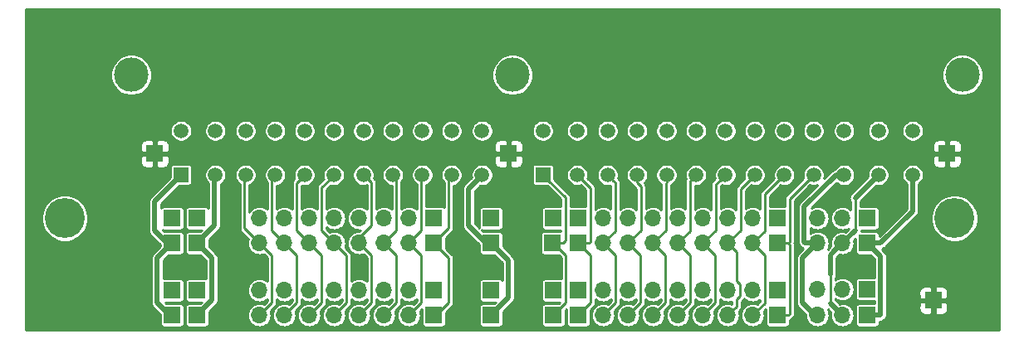
<source format=gbl>
G04 #@! TF.GenerationSoftware,KiCad,Pcbnew,(5.1.2)-1*
G04 #@! TF.CreationDate,2020-03-21T17:15:54+01:00*
G04 #@! TF.ProjectId,174917,31373439-3137-42e6-9b69-6361645f7063,R0.2*
G04 #@! TF.SameCoordinates,Original*
G04 #@! TF.FileFunction,Copper,L2,Bot*
G04 #@! TF.FilePolarity,Positive*
%FSLAX46Y46*%
G04 Gerber Fmt 4.6, Leading zero omitted, Abs format (unit mm)*
G04 Created by KiCad (PCBNEW (5.1.2)-1) date 2020-03-21 17:15:54*
%MOMM*%
%LPD*%
G04 APERTURE LIST*
%ADD10C,1.500000*%
%ADD11R,1.500000X1.500000*%
%ADD12C,3.500120*%
%ADD13C,4.064000*%
%ADD14R,1.700000X1.700000*%
%ADD15O,1.700000X1.700000*%
%ADD16C,0.508000*%
%ADD17C,0.254000*%
%ADD18C,0.215900*%
G04 APERTURE END LIST*
D10*
X69725540Y-53284120D03*
D11*
X69725540Y-57785000D03*
D10*
X73223120Y-57785000D03*
X73223120Y-53284120D03*
X85323680Y-53284120D03*
X85323680Y-57785000D03*
X82323940Y-57785000D03*
X82323940Y-53284120D03*
X76324460Y-53284120D03*
X76324460Y-57785000D03*
X79324200Y-57785000D03*
X79324200Y-53284120D03*
X91323160Y-53284120D03*
X91323160Y-57785000D03*
X88323420Y-57785000D03*
X88323420Y-53284120D03*
X94322900Y-53284120D03*
X94322900Y-57785000D03*
X97322640Y-57785000D03*
X97322640Y-53284120D03*
X100423980Y-53284120D03*
X100423980Y-57785000D03*
X110124240Y-57785000D03*
X110124240Y-53284120D03*
D11*
X106624120Y-57785000D03*
D10*
X106624120Y-53284120D03*
X122227340Y-57785000D03*
X122227340Y-53284120D03*
X119227600Y-57785000D03*
X119227600Y-53284120D03*
X113228120Y-57785000D03*
X113228120Y-53284120D03*
X116227860Y-57785000D03*
X116227860Y-53284120D03*
X128226820Y-57785000D03*
X128226820Y-53284120D03*
X125227080Y-57785000D03*
X125227080Y-53284120D03*
X131226560Y-57785000D03*
X131226560Y-53284120D03*
X134226300Y-57785000D03*
X134226300Y-53284120D03*
X137327640Y-57785000D03*
X137327640Y-53284120D03*
X140827760Y-57785000D03*
X140827760Y-53284120D03*
D12*
X64673480Y-47584360D03*
X103527860Y-47584360D03*
D10*
X144327880Y-57785000D03*
X144327880Y-53284120D03*
D12*
X149377400Y-47584360D03*
D13*
X57880000Y-62230000D03*
X148590000Y-62230000D03*
D14*
X139700000Y-72136000D03*
D15*
X137160000Y-72136000D03*
X134620000Y-72136000D03*
X134620000Y-69469000D03*
X137160000Y-69469000D03*
D14*
X139700000Y-69469000D03*
X110236000Y-72136000D03*
X107696000Y-72136000D03*
X110236000Y-69596000D03*
X107696000Y-69596000D03*
X101346000Y-72136000D03*
X101346000Y-69596000D03*
X71374000Y-72136000D03*
X68834000Y-72136000D03*
X71374000Y-69596000D03*
X68834000Y-69596000D03*
D15*
X134620000Y-64770000D03*
X137160000Y-64770000D03*
D14*
X139700000Y-64770000D03*
X139700000Y-62230000D03*
D15*
X137160000Y-62230000D03*
X134620000Y-62230000D03*
D14*
X110236000Y-64770000D03*
X107569000Y-64770000D03*
X110236000Y-62230000D03*
X107696000Y-62230000D03*
X101346000Y-64770000D03*
X101346000Y-62230000D03*
X71374000Y-64770000D03*
X68834000Y-64770000D03*
X71374000Y-62230000D03*
X68834000Y-62230000D03*
X130556000Y-72136000D03*
D15*
X128016000Y-72136000D03*
X125476000Y-72136000D03*
X122936000Y-72136000D03*
X120396000Y-72136000D03*
X117856000Y-72136000D03*
X115316000Y-72136000D03*
X112776000Y-72136000D03*
X112776000Y-69596000D03*
X115316000Y-69596000D03*
X117856000Y-69596000D03*
X120396000Y-69596000D03*
X122936000Y-69596000D03*
X125476000Y-69596000D03*
X128016000Y-69596000D03*
D14*
X130556000Y-69596000D03*
X95504000Y-64770000D03*
D15*
X92964000Y-64770000D03*
X90424000Y-64770000D03*
X87884000Y-64770000D03*
X85344000Y-64770000D03*
X82804000Y-64770000D03*
X80264000Y-64770000D03*
X77724000Y-64770000D03*
X77724000Y-62230000D03*
X80264000Y-62230000D03*
X82804000Y-62230000D03*
X85344000Y-62230000D03*
X87884000Y-62230000D03*
X90424000Y-62230000D03*
X92964000Y-62230000D03*
D14*
X95504000Y-62230000D03*
D15*
X112776000Y-64770000D03*
X115316000Y-64770000D03*
X117856000Y-64770000D03*
X120396000Y-64770000D03*
X122936000Y-64770000D03*
X125476000Y-64770000D03*
X128016000Y-64770000D03*
D14*
X130556000Y-64770000D03*
X130556000Y-62230000D03*
D15*
X128016000Y-62230000D03*
X125476000Y-62230000D03*
X122936000Y-62230000D03*
X120396000Y-62230000D03*
X117856000Y-62230000D03*
X115316000Y-62230000D03*
X112776000Y-62230000D03*
X77724000Y-72136000D03*
X80264000Y-72136000D03*
X82804000Y-72136000D03*
X85344000Y-72136000D03*
X87884000Y-72136000D03*
X90424000Y-72136000D03*
X92964000Y-72136000D03*
D14*
X95504000Y-72136000D03*
X95504000Y-69596000D03*
D15*
X92964000Y-69596000D03*
X90424000Y-69596000D03*
X87884000Y-69596000D03*
X85344000Y-69596000D03*
X82804000Y-69596000D03*
X80264000Y-69596000D03*
X77724000Y-69596000D03*
D14*
X146431000Y-70612000D03*
X147828000Y-55626000D03*
X103124000Y-55626000D03*
X67056000Y-55626000D03*
D16*
X141058001Y-66128001D02*
X139700000Y-64770000D01*
X141058001Y-72135999D02*
X141058001Y-66128001D01*
X139700000Y-72136000D02*
X141058001Y-72135999D01*
X144327880Y-58598611D02*
X144327880Y-57785000D01*
X144327880Y-61500120D02*
X144327880Y-58598611D01*
X141058000Y-64770000D02*
X144327880Y-61500120D01*
X139700000Y-64770000D02*
X141058000Y-64770000D01*
X135928999Y-66001001D02*
X136310001Y-65619999D01*
X136310001Y-65619999D02*
X137160000Y-64770000D01*
X137160000Y-72136000D02*
X135928999Y-70904999D01*
X140252451Y-58360309D02*
X140827760Y-57785000D01*
X138468999Y-60143761D02*
X140252451Y-58360309D01*
X135928999Y-67983999D02*
X135928999Y-66001001D01*
D17*
X135928999Y-70904999D02*
X135928999Y-67983999D01*
X138468999Y-63461001D02*
X138468999Y-60143761D01*
D16*
X137160000Y-64770000D02*
X138468999Y-63461001D01*
X134366000Y-72136000D02*
X133096000Y-70866000D01*
X133096000Y-70866000D02*
X133096000Y-66294000D01*
X133096000Y-66294000D02*
X134620000Y-64770000D01*
X134620000Y-72136000D02*
X134366000Y-72136000D01*
X133261999Y-64614080D02*
X133261999Y-61037030D01*
X133417919Y-64770000D02*
X133261999Y-64614080D01*
X136514029Y-57785000D02*
X137327640Y-57785000D01*
X133261999Y-61037030D02*
X136514029Y-57785000D01*
X134620000Y-64770000D02*
X133417919Y-64770000D01*
X68580000Y-72136000D02*
X67310000Y-70866000D01*
X67310000Y-70866000D02*
X67310000Y-66294000D01*
X67310000Y-66294000D02*
X68834000Y-64770000D01*
X68834000Y-72136000D02*
X68580000Y-72136000D01*
X68326000Y-64770000D02*
X67056000Y-63500000D01*
X67056000Y-63500000D02*
X67056000Y-60505340D01*
X67056000Y-60505340D02*
X69776340Y-57785000D01*
X68834000Y-64770000D02*
X68326000Y-64770000D01*
D17*
X111506000Y-70866000D02*
X111506000Y-66040000D01*
X111506000Y-66040000D02*
X110236000Y-64770000D01*
X110236000Y-72136000D02*
X111506000Y-70866000D01*
X111467001Y-64642999D02*
X111467001Y-59127761D01*
X110699549Y-58360309D02*
X110124240Y-57785000D01*
X111340000Y-64770000D02*
X111467001Y-64642999D01*
X111467001Y-59127761D02*
X110699549Y-58360309D01*
X110236000Y-64770000D02*
X111340000Y-64770000D01*
X108966000Y-66040000D02*
X107696000Y-64770000D01*
X107696000Y-72136000D02*
X108966000Y-70866000D01*
X108966000Y-70866000D02*
X108966000Y-66040000D01*
X107199429Y-58360309D02*
X106624120Y-57785000D01*
X108927001Y-60087881D02*
X107199429Y-58360309D01*
X108927001Y-64515999D02*
X108927001Y-60087881D01*
X108673000Y-64770000D02*
X108927001Y-64515999D01*
X107569000Y-64770000D02*
X108673000Y-64770000D01*
D16*
X103124000Y-70358000D02*
X103124000Y-66548000D01*
X103124000Y-66548000D02*
X101346000Y-64770000D01*
X101346000Y-72136000D02*
X103124000Y-70358000D01*
X100838000Y-64770000D02*
X99060000Y-62992000D01*
X99060000Y-62992000D02*
X99060000Y-59199780D01*
X99060000Y-59199780D02*
X100474780Y-57785000D01*
X101346000Y-64770000D02*
X100838000Y-64770000D01*
X72898000Y-66294000D02*
X71374000Y-64770000D01*
X71374000Y-64770000D02*
X73152000Y-62992000D01*
X71374000Y-72136000D02*
X72898000Y-70612000D01*
X72898000Y-70612000D02*
X72898000Y-66294000D01*
X73152000Y-62992000D02*
X73152000Y-57906920D01*
X73152000Y-57906920D02*
X73273920Y-57785000D01*
D17*
X84074000Y-59085480D02*
X85374480Y-57785000D01*
X84074000Y-63500000D02*
X84074000Y-59085480D01*
X86614000Y-70866000D02*
X86614000Y-66040000D01*
X85344000Y-64770000D02*
X84074000Y-63500000D01*
X85344000Y-72136000D02*
X86614000Y-70866000D01*
X86614000Y-66040000D02*
X85344000Y-64770000D01*
X84074000Y-70866000D02*
X84074000Y-66040000D01*
X84074000Y-66040000D02*
X82804000Y-64770000D01*
X82804000Y-72136000D02*
X84074000Y-70866000D01*
X81534000Y-63500000D02*
X81534000Y-58625740D01*
X81534000Y-58625740D02*
X82374740Y-57785000D01*
X82804000Y-64770000D02*
X81534000Y-63500000D01*
X78994000Y-70866000D02*
X78994000Y-66040000D01*
X78994000Y-66040000D02*
X77724000Y-64770000D01*
X77724000Y-72136000D02*
X78994000Y-70866000D01*
X76200000Y-63246000D02*
X76200000Y-57960260D01*
X76200000Y-57960260D02*
X76375260Y-57785000D01*
X77724000Y-64770000D02*
X76200000Y-63246000D01*
X78994000Y-58166000D02*
X79375000Y-57785000D01*
X81534000Y-66040000D02*
X80264000Y-64770000D01*
X80264000Y-72136000D02*
X81534000Y-70866000D01*
X78994000Y-63500000D02*
X78994000Y-58166000D01*
X80264000Y-64770000D02*
X78994000Y-63500000D01*
X81534000Y-70866000D02*
X81534000Y-66040000D01*
X91694000Y-70866000D02*
X91694000Y-66040000D01*
X91694000Y-66040000D02*
X90424000Y-64770000D01*
X90424000Y-72136000D02*
X91694000Y-70866000D01*
X91694000Y-63500000D02*
X91694000Y-58105040D01*
X91694000Y-58105040D02*
X91373960Y-57785000D01*
X90424000Y-64770000D02*
X91694000Y-63500000D01*
X87884000Y-64770000D02*
X87884000Y-64262000D01*
X89154000Y-58564780D02*
X88374220Y-57785000D01*
X89154000Y-62992000D02*
X89154000Y-58564780D01*
X87884000Y-72136000D02*
X89154000Y-70866000D01*
X89154000Y-66040000D02*
X87884000Y-64770000D01*
X89154000Y-70866000D02*
X89154000Y-66040000D01*
X87884000Y-64262000D02*
X89154000Y-62992000D01*
X94234000Y-66040000D02*
X92964000Y-64770000D01*
X92964000Y-72136000D02*
X94234000Y-70866000D01*
X92964000Y-64770000D02*
X94234000Y-63500000D01*
X94234000Y-63500000D02*
X94234000Y-57924700D01*
X94234000Y-70866000D02*
X94234000Y-66040000D01*
X94234000Y-57924700D02*
X94373700Y-57785000D01*
X95758000Y-72136000D02*
X97028000Y-70866000D01*
X97028000Y-70866000D02*
X97028000Y-66294000D01*
X97028000Y-66294000D02*
X95504000Y-64770000D01*
X95504000Y-72136000D02*
X95758000Y-72136000D01*
X97028000Y-63246000D02*
X97028000Y-58130440D01*
X97028000Y-58130440D02*
X97373440Y-57785000D01*
X95504000Y-64770000D02*
X97028000Y-63246000D01*
X121666000Y-70866000D02*
X121666000Y-66040000D01*
X121666000Y-66040000D02*
X120396000Y-64770000D01*
X120396000Y-72136000D02*
X121666000Y-70866000D01*
X121652031Y-58360309D02*
X122227340Y-57785000D01*
X121627001Y-58385339D02*
X121652031Y-58360309D01*
X121627001Y-63538999D02*
X121627001Y-58385339D01*
X120396000Y-64770000D02*
X121627001Y-63538999D01*
X117856000Y-72136000D02*
X119126000Y-70866000D01*
X119126000Y-66040000D02*
X117856000Y-64770000D01*
X119126000Y-70866000D02*
X119126000Y-66040000D01*
X119227600Y-58598611D02*
X119227600Y-57785000D01*
X119164999Y-58661212D02*
X119227600Y-58598611D01*
X119164999Y-63461001D02*
X119164999Y-58661212D01*
X117856000Y-64770000D02*
X119164999Y-63461001D01*
X114046000Y-66040000D02*
X112776000Y-64770000D01*
X112776000Y-72136000D02*
X114046000Y-70866000D01*
X114046000Y-70866000D02*
X114046000Y-66040000D01*
X113803429Y-58360309D02*
X113228120Y-57785000D01*
X114007001Y-58563881D02*
X113803429Y-58360309D01*
X114007001Y-63538999D02*
X114007001Y-58563881D01*
X112776000Y-64770000D02*
X114007001Y-63538999D01*
X116586000Y-70866000D02*
X116586000Y-66040000D01*
X116586000Y-66040000D02*
X115316000Y-64770000D01*
X115316000Y-72136000D02*
X116586000Y-70866000D01*
X116227860Y-58598611D02*
X116227860Y-57785000D01*
X116624999Y-58995750D02*
X116227860Y-58598611D01*
X116624999Y-63461001D02*
X116624999Y-58995750D01*
X115316000Y-64770000D02*
X116624999Y-63461001D01*
X127651511Y-58360309D02*
X128226820Y-57785000D01*
X126784999Y-59226821D02*
X127651511Y-58360309D01*
X126784999Y-63461001D02*
X126784999Y-59226821D01*
X125476000Y-64770000D02*
X126784999Y-63461001D01*
X126365000Y-65659000D02*
X125476000Y-64770000D01*
X126365000Y-68663118D02*
X126365000Y-65659000D01*
X126365000Y-70528882D02*
X126707001Y-70186881D01*
X126365000Y-71247000D02*
X126365000Y-70528882D01*
X125476000Y-72136000D02*
X126365000Y-71247000D01*
X126707001Y-70186881D02*
X126707001Y-69005119D01*
X126707001Y-69005119D02*
X126365000Y-68663118D01*
X124206000Y-70866000D02*
X124206000Y-66040000D01*
X124206000Y-66040000D02*
X122936000Y-64770000D01*
X122936000Y-72136000D02*
X124206000Y-70866000D01*
X124244999Y-58767081D02*
X124651771Y-58360309D01*
X124651771Y-58360309D02*
X125227080Y-57785000D01*
X124244999Y-63461001D02*
X124244999Y-58767081D01*
X122936000Y-64770000D02*
X124244999Y-63461001D01*
X130651251Y-58360309D02*
X131226560Y-57785000D01*
X129247001Y-59764559D02*
X130651251Y-58360309D01*
X129247001Y-63538999D02*
X129247001Y-59764559D01*
X128016000Y-64770000D02*
X129247001Y-63538999D01*
X128865999Y-65619999D02*
X128016000Y-64770000D01*
X129247001Y-66001001D02*
X128865999Y-65619999D01*
X129247001Y-70904999D02*
X129247001Y-66001001D01*
X128016000Y-72136000D02*
X129247001Y-70904999D01*
X131787001Y-60224299D02*
X133650991Y-58360309D01*
X133650991Y-58360309D02*
X134226300Y-57785000D01*
X131787001Y-64642999D02*
X131787001Y-60224299D01*
X131660000Y-64770000D02*
X131787001Y-64642999D01*
X131787001Y-64897001D02*
X131660000Y-64770000D01*
X131660000Y-64770000D02*
X130556000Y-64770000D01*
X131787001Y-72008999D02*
X131787001Y-64897001D01*
X131660000Y-72136000D02*
X131787001Y-72008999D01*
X130556000Y-72136000D02*
X131660000Y-72136000D01*
D18*
G36*
X153126150Y-73626150D02*
G01*
X53873850Y-73626150D01*
X53873850Y-61994217D01*
X55486050Y-61994217D01*
X55486050Y-62465783D01*
X55578048Y-62928289D01*
X55758509Y-63363960D01*
X56020498Y-63756054D01*
X56353946Y-64089502D01*
X56746040Y-64351491D01*
X57181711Y-64531952D01*
X57644217Y-64623950D01*
X58115783Y-64623950D01*
X58578289Y-64531952D01*
X59013960Y-64351491D01*
X59406054Y-64089502D01*
X59739502Y-63756054D01*
X60001491Y-63363960D01*
X60181952Y-62928289D01*
X60273950Y-62465783D01*
X60273950Y-61994217D01*
X60181952Y-61531711D01*
X60001491Y-61096040D01*
X59739502Y-60703946D01*
X59540896Y-60505340D01*
X66437070Y-60505340D01*
X66440051Y-60535605D01*
X66440050Y-63469745D01*
X66437070Y-63500000D01*
X66444434Y-63574760D01*
X66448963Y-63620746D01*
X66484183Y-63736853D01*
X66541379Y-63843858D01*
X66618350Y-63937650D01*
X66641864Y-63956947D01*
X67620299Y-64935384D01*
X67620299Y-65112617D01*
X66895860Y-65837057D01*
X66872351Y-65856350D01*
X66812672Y-65929070D01*
X66795379Y-65950142D01*
X66738184Y-66057146D01*
X66702963Y-66173254D01*
X66691070Y-66294000D01*
X66694051Y-66324265D01*
X66694050Y-70835745D01*
X66691070Y-70866000D01*
X66696615Y-70922299D01*
X66702963Y-70986746D01*
X66738183Y-71102853D01*
X66795379Y-71209858D01*
X66872350Y-71303650D01*
X66895864Y-71322947D01*
X67620299Y-72047383D01*
X67620299Y-72986000D01*
X67627287Y-73056955D01*
X67647984Y-73125182D01*
X67681594Y-73188061D01*
X67726825Y-73243175D01*
X67781939Y-73288406D01*
X67844818Y-73322016D01*
X67913045Y-73342713D01*
X67984000Y-73349701D01*
X69684000Y-73349701D01*
X69754955Y-73342713D01*
X69823182Y-73322016D01*
X69886061Y-73288406D01*
X69941175Y-73243175D01*
X69986406Y-73188061D01*
X70020016Y-73125182D01*
X70040713Y-73056955D01*
X70047701Y-72986000D01*
X70047701Y-71286000D01*
X70040713Y-71215045D01*
X70020016Y-71146818D01*
X69986406Y-71083939D01*
X69941175Y-71028825D01*
X69886061Y-70983594D01*
X69823182Y-70949984D01*
X69754955Y-70929287D01*
X69684000Y-70922299D01*
X68237383Y-70922299D01*
X68124785Y-70809701D01*
X69684000Y-70809701D01*
X69754955Y-70802713D01*
X69823182Y-70782016D01*
X69886061Y-70748406D01*
X69941175Y-70703175D01*
X69986406Y-70648061D01*
X70020016Y-70585182D01*
X70040713Y-70516955D01*
X70047701Y-70446000D01*
X70047701Y-68746000D01*
X70040713Y-68675045D01*
X70020016Y-68606818D01*
X69986406Y-68543939D01*
X69941175Y-68488825D01*
X69886061Y-68443594D01*
X69823182Y-68409984D01*
X69754955Y-68389287D01*
X69684000Y-68382299D01*
X67984000Y-68382299D01*
X67925950Y-68388016D01*
X67925950Y-66549133D01*
X68491383Y-65983701D01*
X69684000Y-65983701D01*
X69754955Y-65976713D01*
X69823182Y-65956016D01*
X69886061Y-65922406D01*
X69941175Y-65877175D01*
X69986406Y-65822061D01*
X70020016Y-65759182D01*
X70040713Y-65690955D01*
X70047701Y-65620000D01*
X70047701Y-63920000D01*
X70040713Y-63849045D01*
X70020016Y-63780818D01*
X69986406Y-63717939D01*
X69941175Y-63662825D01*
X69886061Y-63617594D01*
X69823182Y-63583984D01*
X69754955Y-63563287D01*
X69684000Y-63556299D01*
X67984000Y-63556299D01*
X67983438Y-63556354D01*
X67841126Y-63414043D01*
X67844818Y-63416016D01*
X67913045Y-63436713D01*
X67984000Y-63443701D01*
X69684000Y-63443701D01*
X69754955Y-63436713D01*
X69823182Y-63416016D01*
X69886061Y-63382406D01*
X69941175Y-63337175D01*
X69986406Y-63282061D01*
X70020016Y-63219182D01*
X70040713Y-63150955D01*
X70047701Y-63080000D01*
X70047701Y-61380000D01*
X70160299Y-61380000D01*
X70160299Y-63080000D01*
X70167287Y-63150955D01*
X70187984Y-63219182D01*
X70221594Y-63282061D01*
X70266825Y-63337175D01*
X70321939Y-63382406D01*
X70384818Y-63416016D01*
X70453045Y-63436713D01*
X70524000Y-63443701D01*
X71829215Y-63443701D01*
X71716617Y-63556299D01*
X70524000Y-63556299D01*
X70453045Y-63563287D01*
X70384818Y-63583984D01*
X70321939Y-63617594D01*
X70266825Y-63662825D01*
X70221594Y-63717939D01*
X70187984Y-63780818D01*
X70167287Y-63849045D01*
X70160299Y-63920000D01*
X70160299Y-65620000D01*
X70167287Y-65690955D01*
X70187984Y-65759182D01*
X70221594Y-65822061D01*
X70266825Y-65877175D01*
X70321939Y-65922406D01*
X70384818Y-65956016D01*
X70453045Y-65976713D01*
X70524000Y-65983701D01*
X71716617Y-65983701D01*
X72282051Y-66549136D01*
X72282051Y-68388016D01*
X72224000Y-68382299D01*
X70524000Y-68382299D01*
X70453045Y-68389287D01*
X70384818Y-68409984D01*
X70321939Y-68443594D01*
X70266825Y-68488825D01*
X70221594Y-68543939D01*
X70187984Y-68606818D01*
X70167287Y-68675045D01*
X70160299Y-68746000D01*
X70160299Y-70446000D01*
X70167287Y-70516955D01*
X70187984Y-70585182D01*
X70221594Y-70648061D01*
X70266825Y-70703175D01*
X70321939Y-70748406D01*
X70384818Y-70782016D01*
X70453045Y-70802713D01*
X70524000Y-70809701D01*
X71829215Y-70809701D01*
X71716617Y-70922299D01*
X70524000Y-70922299D01*
X70453045Y-70929287D01*
X70384818Y-70949984D01*
X70321939Y-70983594D01*
X70266825Y-71028825D01*
X70221594Y-71083939D01*
X70187984Y-71146818D01*
X70167287Y-71215045D01*
X70160299Y-71286000D01*
X70160299Y-72986000D01*
X70167287Y-73056955D01*
X70187984Y-73125182D01*
X70221594Y-73188061D01*
X70266825Y-73243175D01*
X70321939Y-73288406D01*
X70384818Y-73322016D01*
X70453045Y-73342713D01*
X70524000Y-73349701D01*
X72224000Y-73349701D01*
X72294955Y-73342713D01*
X72363182Y-73322016D01*
X72426061Y-73288406D01*
X72481175Y-73243175D01*
X72526406Y-73188061D01*
X72560016Y-73125182D01*
X72580713Y-73056955D01*
X72587701Y-72986000D01*
X72587701Y-71793383D01*
X73312147Y-71068938D01*
X73335650Y-71049650D01*
X73412621Y-70955859D01*
X73469817Y-70848854D01*
X73505037Y-70732747D01*
X73513950Y-70642255D01*
X73513950Y-70642254D01*
X73516930Y-70612001D01*
X73513950Y-70581748D01*
X73513950Y-66324252D01*
X73516930Y-66293999D01*
X73512473Y-66248747D01*
X73505037Y-66173253D01*
X73469817Y-66057146D01*
X73412621Y-65950141D01*
X73335650Y-65856350D01*
X73312146Y-65837061D01*
X72587701Y-65112617D01*
X72587701Y-64427383D01*
X73566147Y-63448938D01*
X73589650Y-63429650D01*
X73666621Y-63335859D01*
X73723817Y-63228854D01*
X73759037Y-63112747D01*
X73767950Y-63022255D01*
X73767950Y-63022254D01*
X73770930Y-62992000D01*
X73767950Y-62961745D01*
X73767950Y-58758287D01*
X73931947Y-58648708D01*
X74086828Y-58493827D01*
X74208517Y-58311706D01*
X74292338Y-58109344D01*
X74335070Y-57894517D01*
X74335070Y-57675483D01*
X75212510Y-57675483D01*
X75212510Y-57894517D01*
X75255242Y-58109344D01*
X75339063Y-58311706D01*
X75460752Y-58493827D01*
X75615633Y-58648708D01*
X75711051Y-58712464D01*
X75711050Y-63221997D01*
X75708686Y-63246000D01*
X75711050Y-63270003D01*
X75711050Y-63270013D01*
X75718125Y-63341850D01*
X75746084Y-63434017D01*
X75791487Y-63518960D01*
X75852588Y-63593412D01*
X75871241Y-63608720D01*
X76591345Y-64328824D01*
X76529586Y-64532416D01*
X76506186Y-64770000D01*
X76529586Y-65007584D01*
X76598887Y-65236037D01*
X76711425Y-65446581D01*
X76862875Y-65631125D01*
X77047419Y-65782575D01*
X77257963Y-65895113D01*
X77486416Y-65964414D01*
X77664462Y-65981950D01*
X77783538Y-65981950D01*
X77961584Y-65964414D01*
X78165175Y-65902655D01*
X78505051Y-66242531D01*
X78505050Y-68669160D01*
X78400581Y-68583425D01*
X78190037Y-68470887D01*
X77961584Y-68401586D01*
X77783538Y-68384050D01*
X77664462Y-68384050D01*
X77486416Y-68401586D01*
X77257963Y-68470887D01*
X77047419Y-68583425D01*
X76862875Y-68734875D01*
X76711425Y-68919419D01*
X76598887Y-69129963D01*
X76529586Y-69358416D01*
X76506186Y-69596000D01*
X76529586Y-69833584D01*
X76598887Y-70062037D01*
X76711425Y-70272581D01*
X76862875Y-70457125D01*
X77047419Y-70608575D01*
X77257963Y-70721113D01*
X77486416Y-70790414D01*
X77664462Y-70807950D01*
X77783538Y-70807950D01*
X77961584Y-70790414D01*
X78190037Y-70721113D01*
X78400581Y-70608575D01*
X78505050Y-70522840D01*
X78505050Y-70663470D01*
X78165175Y-71003345D01*
X77961584Y-70941586D01*
X77783538Y-70924050D01*
X77664462Y-70924050D01*
X77486416Y-70941586D01*
X77257963Y-71010887D01*
X77047419Y-71123425D01*
X76862875Y-71274875D01*
X76711425Y-71459419D01*
X76598887Y-71669963D01*
X76529586Y-71898416D01*
X76506186Y-72136000D01*
X76529586Y-72373584D01*
X76598887Y-72602037D01*
X76711425Y-72812581D01*
X76862875Y-72997125D01*
X77047419Y-73148575D01*
X77257963Y-73261113D01*
X77486416Y-73330414D01*
X77664462Y-73347950D01*
X77783538Y-73347950D01*
X77961584Y-73330414D01*
X78190037Y-73261113D01*
X78400581Y-73148575D01*
X78585125Y-72997125D01*
X78736575Y-72812581D01*
X78849113Y-72602037D01*
X78918414Y-72373584D01*
X78941814Y-72136000D01*
X78918414Y-71898416D01*
X78856655Y-71694825D01*
X79322764Y-71228716D01*
X79341412Y-71213412D01*
X79356716Y-71194764D01*
X79356720Y-71194760D01*
X79402513Y-71138961D01*
X79431923Y-71083939D01*
X79447916Y-71054018D01*
X79475875Y-70961851D01*
X79482950Y-70890014D01*
X79482950Y-70890004D01*
X79485314Y-70866001D01*
X79482950Y-70841998D01*
X79482950Y-70522840D01*
X79587419Y-70608575D01*
X79797963Y-70721113D01*
X80026416Y-70790414D01*
X80204462Y-70807950D01*
X80323538Y-70807950D01*
X80501584Y-70790414D01*
X80730037Y-70721113D01*
X80940581Y-70608575D01*
X81045050Y-70522840D01*
X81045050Y-70663470D01*
X80705175Y-71003345D01*
X80501584Y-70941586D01*
X80323538Y-70924050D01*
X80204462Y-70924050D01*
X80026416Y-70941586D01*
X79797963Y-71010887D01*
X79587419Y-71123425D01*
X79402875Y-71274875D01*
X79251425Y-71459419D01*
X79138887Y-71669963D01*
X79069586Y-71898416D01*
X79046186Y-72136000D01*
X79069586Y-72373584D01*
X79138887Y-72602037D01*
X79251425Y-72812581D01*
X79402875Y-72997125D01*
X79587419Y-73148575D01*
X79797963Y-73261113D01*
X80026416Y-73330414D01*
X80204462Y-73347950D01*
X80323538Y-73347950D01*
X80501584Y-73330414D01*
X80730037Y-73261113D01*
X80940581Y-73148575D01*
X81125125Y-72997125D01*
X81276575Y-72812581D01*
X81389113Y-72602037D01*
X81458414Y-72373584D01*
X81481814Y-72136000D01*
X81458414Y-71898416D01*
X81396655Y-71694825D01*
X81862764Y-71228716D01*
X81881412Y-71213412D01*
X81896716Y-71194764D01*
X81896720Y-71194760D01*
X81942513Y-71138961D01*
X81971923Y-71083939D01*
X81987916Y-71054018D01*
X82015875Y-70961851D01*
X82022950Y-70890014D01*
X82022950Y-70890004D01*
X82025314Y-70866001D01*
X82022950Y-70841998D01*
X82022950Y-70522840D01*
X82127419Y-70608575D01*
X82337963Y-70721113D01*
X82566416Y-70790414D01*
X82744462Y-70807950D01*
X82863538Y-70807950D01*
X83041584Y-70790414D01*
X83270037Y-70721113D01*
X83480581Y-70608575D01*
X83585050Y-70522840D01*
X83585050Y-70663470D01*
X83245175Y-71003345D01*
X83041584Y-70941586D01*
X82863538Y-70924050D01*
X82744462Y-70924050D01*
X82566416Y-70941586D01*
X82337963Y-71010887D01*
X82127419Y-71123425D01*
X81942875Y-71274875D01*
X81791425Y-71459419D01*
X81678887Y-71669963D01*
X81609586Y-71898416D01*
X81586186Y-72136000D01*
X81609586Y-72373584D01*
X81678887Y-72602037D01*
X81791425Y-72812581D01*
X81942875Y-72997125D01*
X82127419Y-73148575D01*
X82337963Y-73261113D01*
X82566416Y-73330414D01*
X82744462Y-73347950D01*
X82863538Y-73347950D01*
X83041584Y-73330414D01*
X83270037Y-73261113D01*
X83480581Y-73148575D01*
X83665125Y-72997125D01*
X83816575Y-72812581D01*
X83929113Y-72602037D01*
X83998414Y-72373584D01*
X84021814Y-72136000D01*
X83998414Y-71898416D01*
X83936655Y-71694825D01*
X84402764Y-71228716D01*
X84421412Y-71213412D01*
X84436716Y-71194764D01*
X84436720Y-71194760D01*
X84482513Y-71138961D01*
X84511923Y-71083939D01*
X84527916Y-71054018D01*
X84555875Y-70961851D01*
X84562950Y-70890014D01*
X84562950Y-70890004D01*
X84565314Y-70866001D01*
X84562950Y-70841998D01*
X84562950Y-70522840D01*
X84667419Y-70608575D01*
X84877963Y-70721113D01*
X85106416Y-70790414D01*
X85284462Y-70807950D01*
X85403538Y-70807950D01*
X85581584Y-70790414D01*
X85810037Y-70721113D01*
X86020581Y-70608575D01*
X86125050Y-70522840D01*
X86125050Y-70663470D01*
X85785175Y-71003345D01*
X85581584Y-70941586D01*
X85403538Y-70924050D01*
X85284462Y-70924050D01*
X85106416Y-70941586D01*
X84877963Y-71010887D01*
X84667419Y-71123425D01*
X84482875Y-71274875D01*
X84331425Y-71459419D01*
X84218887Y-71669963D01*
X84149586Y-71898416D01*
X84126186Y-72136000D01*
X84149586Y-72373584D01*
X84218887Y-72602037D01*
X84331425Y-72812581D01*
X84482875Y-72997125D01*
X84667419Y-73148575D01*
X84877963Y-73261113D01*
X85106416Y-73330414D01*
X85284462Y-73347950D01*
X85403538Y-73347950D01*
X85581584Y-73330414D01*
X85810037Y-73261113D01*
X86020581Y-73148575D01*
X86205125Y-72997125D01*
X86356575Y-72812581D01*
X86469113Y-72602037D01*
X86538414Y-72373584D01*
X86561814Y-72136000D01*
X86538414Y-71898416D01*
X86476655Y-71694825D01*
X86942764Y-71228716D01*
X86961412Y-71213412D01*
X86976716Y-71194764D01*
X86976720Y-71194760D01*
X87022513Y-71138961D01*
X87051923Y-71083939D01*
X87067916Y-71054018D01*
X87095875Y-70961851D01*
X87102950Y-70890014D01*
X87102950Y-70890004D01*
X87105314Y-70866001D01*
X87102950Y-70841998D01*
X87102950Y-70522840D01*
X87207419Y-70608575D01*
X87417963Y-70721113D01*
X87646416Y-70790414D01*
X87824462Y-70807950D01*
X87943538Y-70807950D01*
X88121584Y-70790414D01*
X88350037Y-70721113D01*
X88560581Y-70608575D01*
X88665050Y-70522840D01*
X88665050Y-70663470D01*
X88325175Y-71003345D01*
X88121584Y-70941586D01*
X87943538Y-70924050D01*
X87824462Y-70924050D01*
X87646416Y-70941586D01*
X87417963Y-71010887D01*
X87207419Y-71123425D01*
X87022875Y-71274875D01*
X86871425Y-71459419D01*
X86758887Y-71669963D01*
X86689586Y-71898416D01*
X86666186Y-72136000D01*
X86689586Y-72373584D01*
X86758887Y-72602037D01*
X86871425Y-72812581D01*
X87022875Y-72997125D01*
X87207419Y-73148575D01*
X87417963Y-73261113D01*
X87646416Y-73330414D01*
X87824462Y-73347950D01*
X87943538Y-73347950D01*
X88121584Y-73330414D01*
X88350037Y-73261113D01*
X88560581Y-73148575D01*
X88745125Y-72997125D01*
X88896575Y-72812581D01*
X89009113Y-72602037D01*
X89078414Y-72373584D01*
X89101814Y-72136000D01*
X89078414Y-71898416D01*
X89016655Y-71694825D01*
X89482764Y-71228716D01*
X89501412Y-71213412D01*
X89516716Y-71194764D01*
X89516720Y-71194760D01*
X89562513Y-71138961D01*
X89591923Y-71083939D01*
X89607916Y-71054018D01*
X89635875Y-70961851D01*
X89642950Y-70890014D01*
X89642950Y-70890004D01*
X89645314Y-70866001D01*
X89642950Y-70841998D01*
X89642950Y-70522840D01*
X89747419Y-70608575D01*
X89957963Y-70721113D01*
X90186416Y-70790414D01*
X90364462Y-70807950D01*
X90483538Y-70807950D01*
X90661584Y-70790414D01*
X90890037Y-70721113D01*
X91100581Y-70608575D01*
X91205050Y-70522840D01*
X91205050Y-70663470D01*
X90865175Y-71003345D01*
X90661584Y-70941586D01*
X90483538Y-70924050D01*
X90364462Y-70924050D01*
X90186416Y-70941586D01*
X89957963Y-71010887D01*
X89747419Y-71123425D01*
X89562875Y-71274875D01*
X89411425Y-71459419D01*
X89298887Y-71669963D01*
X89229586Y-71898416D01*
X89206186Y-72136000D01*
X89229586Y-72373584D01*
X89298887Y-72602037D01*
X89411425Y-72812581D01*
X89562875Y-72997125D01*
X89747419Y-73148575D01*
X89957963Y-73261113D01*
X90186416Y-73330414D01*
X90364462Y-73347950D01*
X90483538Y-73347950D01*
X90661584Y-73330414D01*
X90890037Y-73261113D01*
X91100581Y-73148575D01*
X91285125Y-72997125D01*
X91436575Y-72812581D01*
X91549113Y-72602037D01*
X91618414Y-72373584D01*
X91641814Y-72136000D01*
X91618414Y-71898416D01*
X91556655Y-71694825D01*
X92022764Y-71228716D01*
X92041412Y-71213412D01*
X92056716Y-71194764D01*
X92056720Y-71194760D01*
X92102513Y-71138961D01*
X92131923Y-71083939D01*
X92147916Y-71054018D01*
X92175875Y-70961851D01*
X92182950Y-70890014D01*
X92182950Y-70890004D01*
X92185314Y-70866001D01*
X92182950Y-70841998D01*
X92182950Y-70522840D01*
X92287419Y-70608575D01*
X92497963Y-70721113D01*
X92726416Y-70790414D01*
X92904462Y-70807950D01*
X93023538Y-70807950D01*
X93201584Y-70790414D01*
X93430037Y-70721113D01*
X93640581Y-70608575D01*
X93745050Y-70522840D01*
X93745050Y-70663470D01*
X93405175Y-71003345D01*
X93201584Y-70941586D01*
X93023538Y-70924050D01*
X92904462Y-70924050D01*
X92726416Y-70941586D01*
X92497963Y-71010887D01*
X92287419Y-71123425D01*
X92102875Y-71274875D01*
X91951425Y-71459419D01*
X91838887Y-71669963D01*
X91769586Y-71898416D01*
X91746186Y-72136000D01*
X91769586Y-72373584D01*
X91838887Y-72602037D01*
X91951425Y-72812581D01*
X92102875Y-72997125D01*
X92287419Y-73148575D01*
X92497963Y-73261113D01*
X92726416Y-73330414D01*
X92904462Y-73347950D01*
X93023538Y-73347950D01*
X93201584Y-73330414D01*
X93430037Y-73261113D01*
X93640581Y-73148575D01*
X93825125Y-72997125D01*
X93976575Y-72812581D01*
X94089113Y-72602037D01*
X94158414Y-72373584D01*
X94181814Y-72136000D01*
X94158414Y-71898416D01*
X94096655Y-71694825D01*
X94290299Y-71501181D01*
X94290299Y-72986000D01*
X94297287Y-73056955D01*
X94317984Y-73125182D01*
X94351594Y-73188061D01*
X94396825Y-73243175D01*
X94451939Y-73288406D01*
X94514818Y-73322016D01*
X94583045Y-73342713D01*
X94654000Y-73349701D01*
X96354000Y-73349701D01*
X96424955Y-73342713D01*
X96493182Y-73322016D01*
X96556061Y-73288406D01*
X96611175Y-73243175D01*
X96656406Y-73188061D01*
X96690016Y-73125182D01*
X96710713Y-73056955D01*
X96717701Y-72986000D01*
X96717701Y-71867778D01*
X97356764Y-71228716D01*
X97375412Y-71213412D01*
X97390716Y-71194764D01*
X97390720Y-71194760D01*
X97436513Y-71138961D01*
X97465923Y-71083939D01*
X97481916Y-71054018D01*
X97509875Y-70961851D01*
X97516950Y-70890014D01*
X97516950Y-70890004D01*
X97519314Y-70866001D01*
X97516950Y-70841998D01*
X97516950Y-66318000D01*
X97519314Y-66293999D01*
X97516950Y-66269998D01*
X97516950Y-66269986D01*
X97509875Y-66198149D01*
X97481916Y-66105982D01*
X97446647Y-66039999D01*
X97436513Y-66021039D01*
X97390719Y-65965240D01*
X97375412Y-65946588D01*
X97356759Y-65931280D01*
X96717701Y-65292222D01*
X96717701Y-64247778D01*
X97356759Y-63608720D01*
X97375412Y-63593412D01*
X97420067Y-63539000D01*
X97436513Y-63518961D01*
X97460781Y-63473558D01*
X97481916Y-63434018D01*
X97509875Y-63341851D01*
X97516950Y-63270014D01*
X97516950Y-63270002D01*
X97519314Y-63246001D01*
X97516950Y-63222000D01*
X97516950Y-59199780D01*
X98441070Y-59199780D01*
X98444051Y-59230045D01*
X98444050Y-62961745D01*
X98441070Y-62992000D01*
X98444050Y-63022254D01*
X98452963Y-63112746D01*
X98488183Y-63228853D01*
X98545379Y-63335858D01*
X98622350Y-63429650D01*
X98645864Y-63448947D01*
X100132299Y-64935384D01*
X100132299Y-65620000D01*
X100139287Y-65690955D01*
X100159984Y-65759182D01*
X100193594Y-65822061D01*
X100238825Y-65877175D01*
X100293939Y-65922406D01*
X100356818Y-65956016D01*
X100425045Y-65976713D01*
X100496000Y-65983701D01*
X101688617Y-65983701D01*
X102508051Y-66803136D01*
X102508050Y-68561982D01*
X102498406Y-68543939D01*
X102453175Y-68488825D01*
X102398061Y-68443594D01*
X102335182Y-68409984D01*
X102266955Y-68389287D01*
X102196000Y-68382299D01*
X100496000Y-68382299D01*
X100425045Y-68389287D01*
X100356818Y-68409984D01*
X100293939Y-68443594D01*
X100238825Y-68488825D01*
X100193594Y-68543939D01*
X100159984Y-68606818D01*
X100139287Y-68675045D01*
X100132299Y-68746000D01*
X100132299Y-70446000D01*
X100139287Y-70516955D01*
X100159984Y-70585182D01*
X100193594Y-70648061D01*
X100238825Y-70703175D01*
X100293939Y-70748406D01*
X100356818Y-70782016D01*
X100425045Y-70802713D01*
X100496000Y-70809701D01*
X101801215Y-70809701D01*
X101688617Y-70922299D01*
X100496000Y-70922299D01*
X100425045Y-70929287D01*
X100356818Y-70949984D01*
X100293939Y-70983594D01*
X100238825Y-71028825D01*
X100193594Y-71083939D01*
X100159984Y-71146818D01*
X100139287Y-71215045D01*
X100132299Y-71286000D01*
X100132299Y-72986000D01*
X100139287Y-73056955D01*
X100159984Y-73125182D01*
X100193594Y-73188061D01*
X100238825Y-73243175D01*
X100293939Y-73288406D01*
X100356818Y-73322016D01*
X100425045Y-73342713D01*
X100496000Y-73349701D01*
X102196000Y-73349701D01*
X102266955Y-73342713D01*
X102335182Y-73322016D01*
X102398061Y-73288406D01*
X102453175Y-73243175D01*
X102498406Y-73188061D01*
X102532016Y-73125182D01*
X102552713Y-73056955D01*
X102559701Y-72986000D01*
X102559701Y-71793383D01*
X103538147Y-70814938D01*
X103561650Y-70795650D01*
X103638621Y-70701859D01*
X103695817Y-70594854D01*
X103731037Y-70478747D01*
X103739950Y-70388255D01*
X103739950Y-70388254D01*
X103742930Y-70358000D01*
X103739950Y-70327745D01*
X103739950Y-66578255D01*
X103742930Y-66548000D01*
X103731037Y-66427253D01*
X103719691Y-66389850D01*
X103695817Y-66311146D01*
X103638621Y-66204141D01*
X103561650Y-66110350D01*
X103538146Y-66091061D01*
X102559701Y-65112617D01*
X102559701Y-63920000D01*
X102552713Y-63849045D01*
X102532016Y-63780818D01*
X102498406Y-63717939D01*
X102453175Y-63662825D01*
X102398061Y-63617594D01*
X102335182Y-63583984D01*
X102266955Y-63563287D01*
X102196000Y-63556299D01*
X100496000Y-63556299D01*
X100495438Y-63556354D01*
X100353127Y-63414043D01*
X100356818Y-63416016D01*
X100425045Y-63436713D01*
X100496000Y-63443701D01*
X102196000Y-63443701D01*
X102266955Y-63436713D01*
X102335182Y-63416016D01*
X102398061Y-63382406D01*
X102453175Y-63337175D01*
X102498406Y-63282061D01*
X102532016Y-63219182D01*
X102552713Y-63150955D01*
X102559701Y-63080000D01*
X102559701Y-61380000D01*
X102552713Y-61309045D01*
X102532016Y-61240818D01*
X102498406Y-61177939D01*
X102453175Y-61122825D01*
X102398061Y-61077594D01*
X102335182Y-61043984D01*
X102266955Y-61023287D01*
X102196000Y-61016299D01*
X100496000Y-61016299D01*
X100425045Y-61023287D01*
X100356818Y-61043984D01*
X100293939Y-61077594D01*
X100238825Y-61122825D01*
X100193594Y-61177939D01*
X100159984Y-61240818D01*
X100139287Y-61309045D01*
X100132299Y-61380000D01*
X100132299Y-63080000D01*
X100139287Y-63150955D01*
X100159984Y-63219182D01*
X100161957Y-63222873D01*
X99675950Y-62736867D01*
X99675950Y-59454913D01*
X100247278Y-58883586D01*
X100314463Y-58896950D01*
X100533497Y-58896950D01*
X100748324Y-58854218D01*
X100950686Y-58770397D01*
X101132807Y-58648708D01*
X101287688Y-58493827D01*
X101409377Y-58311706D01*
X101493198Y-58109344D01*
X101535930Y-57894517D01*
X101535930Y-57675483D01*
X101493198Y-57460656D01*
X101409377Y-57258294D01*
X101287688Y-57076173D01*
X101132807Y-56921292D01*
X100950686Y-56799603D01*
X100748324Y-56715782D01*
X100533497Y-56673050D01*
X100314463Y-56673050D01*
X100099636Y-56715782D01*
X99897274Y-56799603D01*
X99715153Y-56921292D01*
X99560272Y-57076173D01*
X99438583Y-57258294D01*
X99354762Y-57460656D01*
X99312030Y-57675483D01*
X99312030Y-57894517D01*
X99342251Y-58046446D01*
X98645860Y-58742837D01*
X98622351Y-58762130D01*
X98559058Y-58839254D01*
X98545379Y-58855922D01*
X98488184Y-58962926D01*
X98452963Y-59079034D01*
X98441070Y-59199780D01*
X97516950Y-59199780D01*
X97516950Y-58880084D01*
X97646984Y-58854218D01*
X97849346Y-58770397D01*
X98031467Y-58648708D01*
X98186348Y-58493827D01*
X98308037Y-58311706D01*
X98391858Y-58109344D01*
X98434590Y-57894517D01*
X98434590Y-57675483D01*
X98391858Y-57460656D01*
X98308037Y-57258294D01*
X98186348Y-57076173D01*
X98031467Y-56921292D01*
X97849346Y-56799603D01*
X97646984Y-56715782D01*
X97432157Y-56673050D01*
X97213123Y-56673050D01*
X96998296Y-56715782D01*
X96795934Y-56799603D01*
X96613813Y-56921292D01*
X96458932Y-57076173D01*
X96337243Y-57258294D01*
X96253422Y-57460656D01*
X96210690Y-57675483D01*
X96210690Y-57894517D01*
X96253422Y-58109344D01*
X96337243Y-58311706D01*
X96458932Y-58493827D01*
X96539051Y-58573946D01*
X96539050Y-61068502D01*
X96493182Y-61043984D01*
X96424955Y-61023287D01*
X96354000Y-61016299D01*
X94722950Y-61016299D01*
X94722950Y-58822860D01*
X94849606Y-58770397D01*
X95031727Y-58648708D01*
X95186608Y-58493827D01*
X95308297Y-58311706D01*
X95392118Y-58109344D01*
X95434850Y-57894517D01*
X95434850Y-57675483D01*
X95392118Y-57460656D01*
X95308297Y-57258294D01*
X95186608Y-57076173D01*
X95031727Y-56921292D01*
X94849606Y-56799603D01*
X94647244Y-56715782D01*
X94432417Y-56673050D01*
X94213383Y-56673050D01*
X93998556Y-56715782D01*
X93796194Y-56799603D01*
X93614073Y-56921292D01*
X93459192Y-57076173D01*
X93337503Y-57258294D01*
X93253682Y-57460656D01*
X93210950Y-57675483D01*
X93210950Y-57894517D01*
X93253682Y-58109344D01*
X93337503Y-58311706D01*
X93459192Y-58493827D01*
X93614073Y-58648708D01*
X93745051Y-58736224D01*
X93745050Y-61303160D01*
X93640581Y-61217425D01*
X93430037Y-61104887D01*
X93201584Y-61035586D01*
X93023538Y-61018050D01*
X92904462Y-61018050D01*
X92726416Y-61035586D01*
X92497963Y-61104887D01*
X92287419Y-61217425D01*
X92182950Y-61303160D01*
X92182950Y-58497745D01*
X92186868Y-58493827D01*
X92308557Y-58311706D01*
X92392378Y-58109344D01*
X92435110Y-57894517D01*
X92435110Y-57675483D01*
X92392378Y-57460656D01*
X92308557Y-57258294D01*
X92186868Y-57076173D01*
X92031987Y-56921292D01*
X91849866Y-56799603D01*
X91647504Y-56715782D01*
X91432677Y-56673050D01*
X91213643Y-56673050D01*
X90998816Y-56715782D01*
X90796454Y-56799603D01*
X90614333Y-56921292D01*
X90459452Y-57076173D01*
X90337763Y-57258294D01*
X90253942Y-57460656D01*
X90211210Y-57675483D01*
X90211210Y-57894517D01*
X90253942Y-58109344D01*
X90337763Y-58311706D01*
X90459452Y-58493827D01*
X90614333Y-58648708D01*
X90796454Y-58770397D01*
X90998816Y-58854218D01*
X91205051Y-58895241D01*
X91205050Y-61303160D01*
X91100581Y-61217425D01*
X90890037Y-61104887D01*
X90661584Y-61035586D01*
X90483538Y-61018050D01*
X90364462Y-61018050D01*
X90186416Y-61035586D01*
X89957963Y-61104887D01*
X89747419Y-61217425D01*
X89642950Y-61303160D01*
X89642950Y-58588780D01*
X89645314Y-58564779D01*
X89642950Y-58540778D01*
X89642950Y-58540766D01*
X89635875Y-58468929D01*
X89607916Y-58376762D01*
X89579169Y-58322980D01*
X89562513Y-58291819D01*
X89516720Y-58236020D01*
X89516716Y-58236016D01*
X89501412Y-58217368D01*
X89482764Y-58202064D01*
X89391878Y-58111178D01*
X89392638Y-58109344D01*
X89435370Y-57894517D01*
X89435370Y-57675483D01*
X89392638Y-57460656D01*
X89308817Y-57258294D01*
X89187128Y-57076173D01*
X89032247Y-56921292D01*
X88850126Y-56799603D01*
X88647764Y-56715782D01*
X88432937Y-56673050D01*
X88213903Y-56673050D01*
X87999076Y-56715782D01*
X87796714Y-56799603D01*
X87614593Y-56921292D01*
X87459712Y-57076173D01*
X87338023Y-57258294D01*
X87254202Y-57460656D01*
X87211470Y-57675483D01*
X87211470Y-57894517D01*
X87254202Y-58109344D01*
X87338023Y-58311706D01*
X87459712Y-58493827D01*
X87614593Y-58648708D01*
X87796714Y-58770397D01*
X87999076Y-58854218D01*
X88213903Y-58896950D01*
X88432937Y-58896950D01*
X88647764Y-58854218D01*
X88665051Y-58847058D01*
X88665050Y-61303160D01*
X88560581Y-61217425D01*
X88350037Y-61104887D01*
X88121584Y-61035586D01*
X87943538Y-61018050D01*
X87824462Y-61018050D01*
X87646416Y-61035586D01*
X87417963Y-61104887D01*
X87207419Y-61217425D01*
X87022875Y-61368875D01*
X86871425Y-61553419D01*
X86758887Y-61763963D01*
X86689586Y-61992416D01*
X86666186Y-62230000D01*
X86689586Y-62467584D01*
X86758887Y-62696037D01*
X86871425Y-62906581D01*
X87022875Y-63091125D01*
X87207419Y-63242575D01*
X87417963Y-63355113D01*
X87646416Y-63424414D01*
X87824462Y-63441950D01*
X87943538Y-63441950D01*
X88020113Y-63434408D01*
X87896471Y-63558050D01*
X87824462Y-63558050D01*
X87646416Y-63575586D01*
X87417963Y-63644887D01*
X87207419Y-63757425D01*
X87022875Y-63908875D01*
X86871425Y-64093419D01*
X86758887Y-64303963D01*
X86689586Y-64532416D01*
X86666186Y-64770000D01*
X86689586Y-65007584D01*
X86758887Y-65236037D01*
X86871425Y-65446581D01*
X87022875Y-65631125D01*
X87207419Y-65782575D01*
X87417963Y-65895113D01*
X87646416Y-65964414D01*
X87824462Y-65981950D01*
X87943538Y-65981950D01*
X88121584Y-65964414D01*
X88325175Y-65902655D01*
X88665051Y-66242531D01*
X88665050Y-68669160D01*
X88560581Y-68583425D01*
X88350037Y-68470887D01*
X88121584Y-68401586D01*
X87943538Y-68384050D01*
X87824462Y-68384050D01*
X87646416Y-68401586D01*
X87417963Y-68470887D01*
X87207419Y-68583425D01*
X87102950Y-68669160D01*
X87102950Y-66064002D01*
X87105314Y-66039999D01*
X87102950Y-66015996D01*
X87102950Y-66015986D01*
X87095875Y-65944149D01*
X87067916Y-65851982D01*
X87041566Y-65802685D01*
X87022513Y-65767039D01*
X86976720Y-65711240D01*
X86976716Y-65711236D01*
X86961412Y-65692588D01*
X86942764Y-65677284D01*
X86476655Y-65211175D01*
X86538414Y-65007584D01*
X86561814Y-64770000D01*
X86538414Y-64532416D01*
X86469113Y-64303963D01*
X86356575Y-64093419D01*
X86205125Y-63908875D01*
X86020581Y-63757425D01*
X85810037Y-63644887D01*
X85581584Y-63575586D01*
X85403538Y-63558050D01*
X85284462Y-63558050D01*
X85106416Y-63575586D01*
X84902825Y-63637345D01*
X84562950Y-63297471D01*
X84562950Y-63156840D01*
X84667419Y-63242575D01*
X84877963Y-63355113D01*
X85106416Y-63424414D01*
X85284462Y-63441950D01*
X85403538Y-63441950D01*
X85581584Y-63424414D01*
X85810037Y-63355113D01*
X86020581Y-63242575D01*
X86205125Y-63091125D01*
X86356575Y-62906581D01*
X86469113Y-62696037D01*
X86538414Y-62467584D01*
X86561814Y-62230000D01*
X86538414Y-61992416D01*
X86469113Y-61763963D01*
X86356575Y-61553419D01*
X86205125Y-61368875D01*
X86020581Y-61217425D01*
X85810037Y-61104887D01*
X85581584Y-61035586D01*
X85403538Y-61018050D01*
X85284462Y-61018050D01*
X85106416Y-61035586D01*
X84877963Y-61104887D01*
X84667419Y-61217425D01*
X84562950Y-61303160D01*
X84562950Y-59288009D01*
X84997501Y-58853458D01*
X84999336Y-58854218D01*
X85214163Y-58896950D01*
X85433197Y-58896950D01*
X85648024Y-58854218D01*
X85850386Y-58770397D01*
X86032507Y-58648708D01*
X86187388Y-58493827D01*
X86309077Y-58311706D01*
X86392898Y-58109344D01*
X86435630Y-57894517D01*
X86435630Y-57675483D01*
X86392898Y-57460656D01*
X86309077Y-57258294D01*
X86187388Y-57076173D01*
X86032507Y-56921292D01*
X85850386Y-56799603D01*
X85648024Y-56715782D01*
X85433197Y-56673050D01*
X85214163Y-56673050D01*
X84999336Y-56715782D01*
X84796974Y-56799603D01*
X84614853Y-56921292D01*
X84459972Y-57076173D01*
X84338283Y-57258294D01*
X84254462Y-57460656D01*
X84211730Y-57675483D01*
X84211730Y-57894517D01*
X84254462Y-58109344D01*
X84284980Y-58183021D01*
X83745237Y-58722764D01*
X83726589Y-58738068D01*
X83711285Y-58756716D01*
X83711280Y-58756721D01*
X83665487Y-58812520D01*
X83623158Y-58891713D01*
X83620085Y-58897462D01*
X83592126Y-58989629D01*
X83586510Y-59046653D01*
X83582686Y-59085480D01*
X83585051Y-59109493D01*
X83585050Y-61303160D01*
X83480581Y-61217425D01*
X83270037Y-61104887D01*
X83041584Y-61035586D01*
X82863538Y-61018050D01*
X82744462Y-61018050D01*
X82566416Y-61035586D01*
X82337963Y-61104887D01*
X82127419Y-61217425D01*
X82022950Y-61303160D01*
X82022950Y-58858863D01*
X82214423Y-58896950D01*
X82433457Y-58896950D01*
X82648284Y-58854218D01*
X82850646Y-58770397D01*
X83032767Y-58648708D01*
X83187648Y-58493827D01*
X83309337Y-58311706D01*
X83393158Y-58109344D01*
X83435890Y-57894517D01*
X83435890Y-57675483D01*
X83393158Y-57460656D01*
X83309337Y-57258294D01*
X83187648Y-57076173D01*
X83032767Y-56921292D01*
X82850646Y-56799603D01*
X82648284Y-56715782D01*
X82433457Y-56673050D01*
X82214423Y-56673050D01*
X81999596Y-56715782D01*
X81797234Y-56799603D01*
X81615113Y-56921292D01*
X81460232Y-57076173D01*
X81338543Y-57258294D01*
X81254722Y-57460656D01*
X81211990Y-57675483D01*
X81211990Y-57894517D01*
X81254722Y-58109344D01*
X81285240Y-58183021D01*
X81205237Y-58263024D01*
X81186589Y-58278328D01*
X81171285Y-58296976D01*
X81171280Y-58296981D01*
X81125487Y-58352780D01*
X81088734Y-58421541D01*
X81080085Y-58437722D01*
X81052126Y-58529889D01*
X81048632Y-58565362D01*
X81042686Y-58625740D01*
X81045051Y-58649753D01*
X81045050Y-61303160D01*
X80940581Y-61217425D01*
X80730037Y-61104887D01*
X80501584Y-61035586D01*
X80323538Y-61018050D01*
X80204462Y-61018050D01*
X80026416Y-61035586D01*
X79797963Y-61104887D01*
X79587419Y-61217425D01*
X79482950Y-61303160D01*
X79482950Y-58887157D01*
X79648544Y-58854218D01*
X79850906Y-58770397D01*
X80033027Y-58648708D01*
X80187908Y-58493827D01*
X80309597Y-58311706D01*
X80393418Y-58109344D01*
X80436150Y-57894517D01*
X80436150Y-57675483D01*
X80393418Y-57460656D01*
X80309597Y-57258294D01*
X80187908Y-57076173D01*
X80033027Y-56921292D01*
X79850906Y-56799603D01*
X79648544Y-56715782D01*
X79433717Y-56673050D01*
X79214683Y-56673050D01*
X78999856Y-56715782D01*
X78797494Y-56799603D01*
X78615373Y-56921292D01*
X78460492Y-57076173D01*
X78338803Y-57258294D01*
X78254982Y-57460656D01*
X78212250Y-57675483D01*
X78212250Y-57894517D01*
X78254982Y-58109344D01*
X78338803Y-58311706D01*
X78460492Y-58493827D01*
X78505051Y-58538386D01*
X78505050Y-61303160D01*
X78400581Y-61217425D01*
X78190037Y-61104887D01*
X77961584Y-61035586D01*
X77783538Y-61018050D01*
X77664462Y-61018050D01*
X77486416Y-61035586D01*
X77257963Y-61104887D01*
X77047419Y-61217425D01*
X76862875Y-61368875D01*
X76711425Y-61553419D01*
X76688950Y-61595467D01*
X76688950Y-58837589D01*
X76851166Y-58770397D01*
X77033287Y-58648708D01*
X77188168Y-58493827D01*
X77309857Y-58311706D01*
X77393678Y-58109344D01*
X77436410Y-57894517D01*
X77436410Y-57675483D01*
X77393678Y-57460656D01*
X77309857Y-57258294D01*
X77188168Y-57076173D01*
X77033287Y-56921292D01*
X76851166Y-56799603D01*
X76648804Y-56715782D01*
X76433977Y-56673050D01*
X76214943Y-56673050D01*
X76000116Y-56715782D01*
X75797754Y-56799603D01*
X75615633Y-56921292D01*
X75460752Y-57076173D01*
X75339063Y-57258294D01*
X75255242Y-57460656D01*
X75212510Y-57675483D01*
X74335070Y-57675483D01*
X74292338Y-57460656D01*
X74208517Y-57258294D01*
X74086828Y-57076173D01*
X73931947Y-56921292D01*
X73749826Y-56799603D01*
X73547464Y-56715782D01*
X73332637Y-56673050D01*
X73113603Y-56673050D01*
X72898776Y-56715782D01*
X72696414Y-56799603D01*
X72514293Y-56921292D01*
X72359412Y-57076173D01*
X72237723Y-57258294D01*
X72153902Y-57460656D01*
X72111170Y-57675483D01*
X72111170Y-57894517D01*
X72153902Y-58109344D01*
X72237723Y-58311706D01*
X72359412Y-58493827D01*
X72514293Y-58648708D01*
X72536051Y-58663246D01*
X72536050Y-61195982D01*
X72526406Y-61177939D01*
X72481175Y-61122825D01*
X72426061Y-61077594D01*
X72363182Y-61043984D01*
X72294955Y-61023287D01*
X72224000Y-61016299D01*
X70524000Y-61016299D01*
X70453045Y-61023287D01*
X70384818Y-61043984D01*
X70321939Y-61077594D01*
X70266825Y-61122825D01*
X70221594Y-61177939D01*
X70187984Y-61240818D01*
X70167287Y-61309045D01*
X70160299Y-61380000D01*
X70047701Y-61380000D01*
X70040713Y-61309045D01*
X70020016Y-61240818D01*
X69986406Y-61177939D01*
X69941175Y-61122825D01*
X69886061Y-61077594D01*
X69823182Y-61043984D01*
X69754955Y-61023287D01*
X69684000Y-61016299D01*
X67984000Y-61016299D01*
X67913045Y-61023287D01*
X67844818Y-61043984D01*
X67781939Y-61077594D01*
X67726825Y-61122825D01*
X67681594Y-61177939D01*
X67671950Y-61195981D01*
X67671950Y-60760473D01*
X69533723Y-58898701D01*
X70475540Y-58898701D01*
X70546495Y-58891713D01*
X70614722Y-58871016D01*
X70677601Y-58837406D01*
X70732715Y-58792175D01*
X70777946Y-58737061D01*
X70811556Y-58674182D01*
X70832253Y-58605955D01*
X70839241Y-58535000D01*
X70839241Y-57035000D01*
X70832253Y-56964045D01*
X70811556Y-56895818D01*
X70777946Y-56832939D01*
X70732715Y-56777825D01*
X70677601Y-56732594D01*
X70614722Y-56698984D01*
X70546495Y-56678287D01*
X70475540Y-56671299D01*
X68975540Y-56671299D01*
X68904585Y-56678287D01*
X68836358Y-56698984D01*
X68773479Y-56732594D01*
X68718365Y-56777825D01*
X68673134Y-56832939D01*
X68639524Y-56895818D01*
X68618827Y-56964045D01*
X68611839Y-57035000D01*
X68611839Y-58078417D01*
X66641860Y-60048397D01*
X66618351Y-60067690D01*
X66555922Y-60143761D01*
X66541379Y-60161482D01*
X66484184Y-60268486D01*
X66448963Y-60384594D01*
X66437070Y-60505340D01*
X59540896Y-60505340D01*
X59406054Y-60370498D01*
X59013960Y-60108509D01*
X58578289Y-59928048D01*
X58115783Y-59836050D01*
X57644217Y-59836050D01*
X57181711Y-59928048D01*
X56746040Y-60108509D01*
X56353946Y-60370498D01*
X56020498Y-60703946D01*
X55758509Y-61096040D01*
X55578048Y-61531711D01*
X55486050Y-61994217D01*
X53873850Y-61994217D01*
X53873850Y-56476000D01*
X65587070Y-56476000D01*
X65598963Y-56596747D01*
X65634183Y-56712854D01*
X65691379Y-56819859D01*
X65768350Y-56913650D01*
X65862141Y-56990621D01*
X65969146Y-57047817D01*
X66085253Y-57083037D01*
X66206000Y-57094930D01*
X66755963Y-57091950D01*
X66909950Y-56937963D01*
X66909950Y-55772050D01*
X67202050Y-55772050D01*
X67202050Y-56937963D01*
X67356037Y-57091950D01*
X67906000Y-57094930D01*
X68026747Y-57083037D01*
X68142854Y-57047817D01*
X68249859Y-56990621D01*
X68343650Y-56913650D01*
X68420621Y-56819859D01*
X68477817Y-56712854D01*
X68513037Y-56596747D01*
X68524930Y-56476000D01*
X101655070Y-56476000D01*
X101666963Y-56596747D01*
X101702183Y-56712854D01*
X101759379Y-56819859D01*
X101836350Y-56913650D01*
X101930141Y-56990621D01*
X102037146Y-57047817D01*
X102153253Y-57083037D01*
X102274000Y-57094930D01*
X102823963Y-57091950D01*
X102977950Y-56937963D01*
X102977950Y-55772050D01*
X103270050Y-55772050D01*
X103270050Y-56937963D01*
X103424037Y-57091950D01*
X103974000Y-57094930D01*
X104094747Y-57083037D01*
X104210854Y-57047817D01*
X104234832Y-57035000D01*
X105510419Y-57035000D01*
X105510419Y-58535000D01*
X105517407Y-58605955D01*
X105538104Y-58674182D01*
X105571714Y-58737061D01*
X105616945Y-58792175D01*
X105672059Y-58837406D01*
X105734938Y-58871016D01*
X105803165Y-58891713D01*
X105874120Y-58898701D01*
X107046342Y-58898701D01*
X108438052Y-60290412D01*
X108438052Y-61016299D01*
X106846000Y-61016299D01*
X106775045Y-61023287D01*
X106706818Y-61043984D01*
X106643939Y-61077594D01*
X106588825Y-61122825D01*
X106543594Y-61177939D01*
X106509984Y-61240818D01*
X106489287Y-61309045D01*
X106482299Y-61380000D01*
X106482299Y-63080000D01*
X106489287Y-63150955D01*
X106509984Y-63219182D01*
X106543594Y-63282061D01*
X106588825Y-63337175D01*
X106643939Y-63382406D01*
X106706818Y-63416016D01*
X106775045Y-63436713D01*
X106846000Y-63443701D01*
X108438051Y-63443701D01*
X108438051Y-63558175D01*
X108419000Y-63556299D01*
X106719000Y-63556299D01*
X106648045Y-63563287D01*
X106579818Y-63583984D01*
X106516939Y-63617594D01*
X106461825Y-63662825D01*
X106416594Y-63717939D01*
X106382984Y-63780818D01*
X106362287Y-63849045D01*
X106355299Y-63920000D01*
X106355299Y-65620000D01*
X106362287Y-65690955D01*
X106382984Y-65759182D01*
X106416594Y-65822061D01*
X106461825Y-65877175D01*
X106516939Y-65922406D01*
X106579818Y-65956016D01*
X106648045Y-65976713D01*
X106719000Y-65983701D01*
X108218221Y-65983701D01*
X108477051Y-66242531D01*
X108477051Y-68382299D01*
X106846000Y-68382299D01*
X106775045Y-68389287D01*
X106706818Y-68409984D01*
X106643939Y-68443594D01*
X106588825Y-68488825D01*
X106543594Y-68543939D01*
X106509984Y-68606818D01*
X106489287Y-68675045D01*
X106482299Y-68746000D01*
X106482299Y-70446000D01*
X106489287Y-70516955D01*
X106509984Y-70585182D01*
X106543594Y-70648061D01*
X106588825Y-70703175D01*
X106643939Y-70748406D01*
X106706818Y-70782016D01*
X106775045Y-70802713D01*
X106846000Y-70809701D01*
X108330819Y-70809701D01*
X108218221Y-70922299D01*
X106846000Y-70922299D01*
X106775045Y-70929287D01*
X106706818Y-70949984D01*
X106643939Y-70983594D01*
X106588825Y-71028825D01*
X106543594Y-71083939D01*
X106509984Y-71146818D01*
X106489287Y-71215045D01*
X106482299Y-71286000D01*
X106482299Y-72986000D01*
X106489287Y-73056955D01*
X106509984Y-73125182D01*
X106543594Y-73188061D01*
X106588825Y-73243175D01*
X106643939Y-73288406D01*
X106706818Y-73322016D01*
X106775045Y-73342713D01*
X106846000Y-73349701D01*
X108546000Y-73349701D01*
X108616955Y-73342713D01*
X108685182Y-73322016D01*
X108748061Y-73288406D01*
X108803175Y-73243175D01*
X108848406Y-73188061D01*
X108882016Y-73125182D01*
X108902713Y-73056955D01*
X108909701Y-72986000D01*
X108909701Y-71613779D01*
X109022299Y-71501181D01*
X109022299Y-72986000D01*
X109029287Y-73056955D01*
X109049984Y-73125182D01*
X109083594Y-73188061D01*
X109128825Y-73243175D01*
X109183939Y-73288406D01*
X109246818Y-73322016D01*
X109315045Y-73342713D01*
X109386000Y-73349701D01*
X111086000Y-73349701D01*
X111156955Y-73342713D01*
X111225182Y-73322016D01*
X111288061Y-73288406D01*
X111343175Y-73243175D01*
X111388406Y-73188061D01*
X111422016Y-73125182D01*
X111442713Y-73056955D01*
X111449701Y-72986000D01*
X111449701Y-71613779D01*
X111834764Y-71228716D01*
X111853412Y-71213412D01*
X111868716Y-71194764D01*
X111868720Y-71194760D01*
X111914513Y-71138961D01*
X111943923Y-71083939D01*
X111959916Y-71054018D01*
X111987875Y-70961851D01*
X111994950Y-70890014D01*
X111994950Y-70890004D01*
X111997314Y-70866001D01*
X111994950Y-70841998D01*
X111994950Y-70522840D01*
X112099419Y-70608575D01*
X112309963Y-70721113D01*
X112538416Y-70790414D01*
X112716462Y-70807950D01*
X112835538Y-70807950D01*
X113013584Y-70790414D01*
X113242037Y-70721113D01*
X113452581Y-70608575D01*
X113557050Y-70522840D01*
X113557050Y-70663470D01*
X113217175Y-71003345D01*
X113013584Y-70941586D01*
X112835538Y-70924050D01*
X112716462Y-70924050D01*
X112538416Y-70941586D01*
X112309963Y-71010887D01*
X112099419Y-71123425D01*
X111914875Y-71274875D01*
X111763425Y-71459419D01*
X111650887Y-71669963D01*
X111581586Y-71898416D01*
X111558186Y-72136000D01*
X111581586Y-72373584D01*
X111650887Y-72602037D01*
X111763425Y-72812581D01*
X111914875Y-72997125D01*
X112099419Y-73148575D01*
X112309963Y-73261113D01*
X112538416Y-73330414D01*
X112716462Y-73347950D01*
X112835538Y-73347950D01*
X113013584Y-73330414D01*
X113242037Y-73261113D01*
X113452581Y-73148575D01*
X113637125Y-72997125D01*
X113788575Y-72812581D01*
X113901113Y-72602037D01*
X113970414Y-72373584D01*
X113993814Y-72136000D01*
X113970414Y-71898416D01*
X113908655Y-71694825D01*
X114374764Y-71228716D01*
X114393412Y-71213412D01*
X114408716Y-71194764D01*
X114408720Y-71194760D01*
X114454513Y-71138961D01*
X114483923Y-71083939D01*
X114499916Y-71054018D01*
X114527875Y-70961851D01*
X114534950Y-70890014D01*
X114534950Y-70890004D01*
X114537314Y-70866001D01*
X114534950Y-70841998D01*
X114534950Y-70522840D01*
X114639419Y-70608575D01*
X114849963Y-70721113D01*
X115078416Y-70790414D01*
X115256462Y-70807950D01*
X115375538Y-70807950D01*
X115553584Y-70790414D01*
X115782037Y-70721113D01*
X115992581Y-70608575D01*
X116097050Y-70522840D01*
X116097050Y-70663470D01*
X115757175Y-71003345D01*
X115553584Y-70941586D01*
X115375538Y-70924050D01*
X115256462Y-70924050D01*
X115078416Y-70941586D01*
X114849963Y-71010887D01*
X114639419Y-71123425D01*
X114454875Y-71274875D01*
X114303425Y-71459419D01*
X114190887Y-71669963D01*
X114121586Y-71898416D01*
X114098186Y-72136000D01*
X114121586Y-72373584D01*
X114190887Y-72602037D01*
X114303425Y-72812581D01*
X114454875Y-72997125D01*
X114639419Y-73148575D01*
X114849963Y-73261113D01*
X115078416Y-73330414D01*
X115256462Y-73347950D01*
X115375538Y-73347950D01*
X115553584Y-73330414D01*
X115782037Y-73261113D01*
X115992581Y-73148575D01*
X116177125Y-72997125D01*
X116328575Y-72812581D01*
X116441113Y-72602037D01*
X116510414Y-72373584D01*
X116533814Y-72136000D01*
X116510414Y-71898416D01*
X116448655Y-71694825D01*
X116914764Y-71228716D01*
X116933412Y-71213412D01*
X116948716Y-71194764D01*
X116948720Y-71194760D01*
X116994513Y-71138961D01*
X117023923Y-71083939D01*
X117039916Y-71054018D01*
X117067875Y-70961851D01*
X117074950Y-70890014D01*
X117074950Y-70890004D01*
X117077314Y-70866001D01*
X117074950Y-70841998D01*
X117074950Y-70522840D01*
X117179419Y-70608575D01*
X117389963Y-70721113D01*
X117618416Y-70790414D01*
X117796462Y-70807950D01*
X117915538Y-70807950D01*
X118093584Y-70790414D01*
X118322037Y-70721113D01*
X118532581Y-70608575D01*
X118637050Y-70522840D01*
X118637050Y-70663470D01*
X118297175Y-71003345D01*
X118093584Y-70941586D01*
X117915538Y-70924050D01*
X117796462Y-70924050D01*
X117618416Y-70941586D01*
X117389963Y-71010887D01*
X117179419Y-71123425D01*
X116994875Y-71274875D01*
X116843425Y-71459419D01*
X116730887Y-71669963D01*
X116661586Y-71898416D01*
X116638186Y-72136000D01*
X116661586Y-72373584D01*
X116730887Y-72602037D01*
X116843425Y-72812581D01*
X116994875Y-72997125D01*
X117179419Y-73148575D01*
X117389963Y-73261113D01*
X117618416Y-73330414D01*
X117796462Y-73347950D01*
X117915538Y-73347950D01*
X118093584Y-73330414D01*
X118322037Y-73261113D01*
X118532581Y-73148575D01*
X118717125Y-72997125D01*
X118868575Y-72812581D01*
X118981113Y-72602037D01*
X119050414Y-72373584D01*
X119073814Y-72136000D01*
X119050414Y-71898416D01*
X118988655Y-71694825D01*
X119454764Y-71228716D01*
X119473412Y-71213412D01*
X119488716Y-71194764D01*
X119488720Y-71194760D01*
X119534513Y-71138961D01*
X119563923Y-71083939D01*
X119579916Y-71054018D01*
X119607875Y-70961851D01*
X119614950Y-70890014D01*
X119614950Y-70890004D01*
X119617314Y-70866001D01*
X119614950Y-70841998D01*
X119614950Y-70522840D01*
X119719419Y-70608575D01*
X119929963Y-70721113D01*
X120158416Y-70790414D01*
X120336462Y-70807950D01*
X120455538Y-70807950D01*
X120633584Y-70790414D01*
X120862037Y-70721113D01*
X121072581Y-70608575D01*
X121177050Y-70522840D01*
X121177050Y-70663470D01*
X120837175Y-71003345D01*
X120633584Y-70941586D01*
X120455538Y-70924050D01*
X120336462Y-70924050D01*
X120158416Y-70941586D01*
X119929963Y-71010887D01*
X119719419Y-71123425D01*
X119534875Y-71274875D01*
X119383425Y-71459419D01*
X119270887Y-71669963D01*
X119201586Y-71898416D01*
X119178186Y-72136000D01*
X119201586Y-72373584D01*
X119270887Y-72602037D01*
X119383425Y-72812581D01*
X119534875Y-72997125D01*
X119719419Y-73148575D01*
X119929963Y-73261113D01*
X120158416Y-73330414D01*
X120336462Y-73347950D01*
X120455538Y-73347950D01*
X120633584Y-73330414D01*
X120862037Y-73261113D01*
X121072581Y-73148575D01*
X121257125Y-72997125D01*
X121408575Y-72812581D01*
X121521113Y-72602037D01*
X121590414Y-72373584D01*
X121613814Y-72136000D01*
X121590414Y-71898416D01*
X121528655Y-71694825D01*
X121994764Y-71228716D01*
X122013412Y-71213412D01*
X122028716Y-71194764D01*
X122028720Y-71194760D01*
X122074513Y-71138961D01*
X122103923Y-71083939D01*
X122119916Y-71054018D01*
X122147875Y-70961851D01*
X122154950Y-70890014D01*
X122154950Y-70890004D01*
X122157314Y-70866001D01*
X122154950Y-70841998D01*
X122154950Y-70522840D01*
X122259419Y-70608575D01*
X122469963Y-70721113D01*
X122698416Y-70790414D01*
X122876462Y-70807950D01*
X122995538Y-70807950D01*
X123173584Y-70790414D01*
X123402037Y-70721113D01*
X123612581Y-70608575D01*
X123717050Y-70522840D01*
X123717050Y-70663470D01*
X123377175Y-71003345D01*
X123173584Y-70941586D01*
X122995538Y-70924050D01*
X122876462Y-70924050D01*
X122698416Y-70941586D01*
X122469963Y-71010887D01*
X122259419Y-71123425D01*
X122074875Y-71274875D01*
X121923425Y-71459419D01*
X121810887Y-71669963D01*
X121741586Y-71898416D01*
X121718186Y-72136000D01*
X121741586Y-72373584D01*
X121810887Y-72602037D01*
X121923425Y-72812581D01*
X122074875Y-72997125D01*
X122259419Y-73148575D01*
X122469963Y-73261113D01*
X122698416Y-73330414D01*
X122876462Y-73347950D01*
X122995538Y-73347950D01*
X123173584Y-73330414D01*
X123402037Y-73261113D01*
X123612581Y-73148575D01*
X123797125Y-72997125D01*
X123948575Y-72812581D01*
X124061113Y-72602037D01*
X124130414Y-72373584D01*
X124153814Y-72136000D01*
X124130414Y-71898416D01*
X124068655Y-71694825D01*
X124534764Y-71228716D01*
X124553412Y-71213412D01*
X124568716Y-71194764D01*
X124568720Y-71194760D01*
X124614513Y-71138961D01*
X124643923Y-71083939D01*
X124659916Y-71054018D01*
X124687875Y-70961851D01*
X124694950Y-70890014D01*
X124694950Y-70890004D01*
X124697314Y-70866001D01*
X124694950Y-70841998D01*
X124694950Y-70522840D01*
X124799419Y-70608575D01*
X125009963Y-70721113D01*
X125238416Y-70790414D01*
X125416462Y-70807950D01*
X125535538Y-70807950D01*
X125713584Y-70790414D01*
X125876051Y-70741130D01*
X125876050Y-70990870D01*
X125713584Y-70941586D01*
X125535538Y-70924050D01*
X125416462Y-70924050D01*
X125238416Y-70941586D01*
X125009963Y-71010887D01*
X124799419Y-71123425D01*
X124614875Y-71274875D01*
X124463425Y-71459419D01*
X124350887Y-71669963D01*
X124281586Y-71898416D01*
X124258186Y-72136000D01*
X124281586Y-72373584D01*
X124350887Y-72602037D01*
X124463425Y-72812581D01*
X124614875Y-72997125D01*
X124799419Y-73148575D01*
X125009963Y-73261113D01*
X125238416Y-73330414D01*
X125416462Y-73347950D01*
X125535538Y-73347950D01*
X125713584Y-73330414D01*
X125942037Y-73261113D01*
X126152581Y-73148575D01*
X126337125Y-72997125D01*
X126488575Y-72812581D01*
X126601113Y-72602037D01*
X126670414Y-72373584D01*
X126693814Y-72136000D01*
X126670414Y-71898416D01*
X126608655Y-71694825D01*
X126693764Y-71609716D01*
X126712412Y-71594412D01*
X126727716Y-71575764D01*
X126727720Y-71575760D01*
X126773514Y-71519961D01*
X126808348Y-71454789D01*
X126818916Y-71435018D01*
X126846875Y-71342851D01*
X126853950Y-71271014D01*
X126853950Y-71271003D01*
X126856314Y-71247000D01*
X126853950Y-71222997D01*
X126853950Y-70731411D01*
X127035765Y-70549597D01*
X127054413Y-70534293D01*
X127069717Y-70515645D01*
X127069721Y-70515641D01*
X127115514Y-70459842D01*
X127131918Y-70429152D01*
X127154875Y-70457125D01*
X127339419Y-70608575D01*
X127549963Y-70721113D01*
X127778416Y-70790414D01*
X127956462Y-70807950D01*
X128075538Y-70807950D01*
X128253584Y-70790414D01*
X128482037Y-70721113D01*
X128692581Y-70608575D01*
X128758051Y-70554846D01*
X128758051Y-70702469D01*
X128457175Y-71003345D01*
X128253584Y-70941586D01*
X128075538Y-70924050D01*
X127956462Y-70924050D01*
X127778416Y-70941586D01*
X127549963Y-71010887D01*
X127339419Y-71123425D01*
X127154875Y-71274875D01*
X127003425Y-71459419D01*
X126890887Y-71669963D01*
X126821586Y-71898416D01*
X126798186Y-72136000D01*
X126821586Y-72373584D01*
X126890887Y-72602037D01*
X127003425Y-72812581D01*
X127154875Y-72997125D01*
X127339419Y-73148575D01*
X127549963Y-73261113D01*
X127778416Y-73330414D01*
X127956462Y-73347950D01*
X128075538Y-73347950D01*
X128253584Y-73330414D01*
X128482037Y-73261113D01*
X128692581Y-73148575D01*
X128877125Y-72997125D01*
X129028575Y-72812581D01*
X129141113Y-72602037D01*
X129210414Y-72373584D01*
X129233814Y-72136000D01*
X129210414Y-71898416D01*
X129148655Y-71694825D01*
X129342299Y-71501181D01*
X129342299Y-72986000D01*
X129349287Y-73056955D01*
X129369984Y-73125182D01*
X129403594Y-73188061D01*
X129448825Y-73243175D01*
X129503939Y-73288406D01*
X129566818Y-73322016D01*
X129635045Y-73342713D01*
X129706000Y-73349701D01*
X131406000Y-73349701D01*
X131476955Y-73342713D01*
X131545182Y-73322016D01*
X131608061Y-73288406D01*
X131663175Y-73243175D01*
X131708406Y-73188061D01*
X131742016Y-73125182D01*
X131762713Y-73056955D01*
X131769701Y-72986000D01*
X131769701Y-72613674D01*
X131848018Y-72589916D01*
X131932960Y-72544513D01*
X132007412Y-72483412D01*
X132022720Y-72464759D01*
X132115760Y-72371719D01*
X132134413Y-72356411D01*
X132195514Y-72281959D01*
X132240917Y-72197017D01*
X132268876Y-72104850D01*
X132275951Y-72033013D01*
X132275951Y-72033010D01*
X132278316Y-72008999D01*
X132275951Y-71984988D01*
X132275951Y-64921012D01*
X132278316Y-64897001D01*
X132275248Y-64865850D01*
X132268876Y-64801150D01*
X132259427Y-64770000D01*
X132268876Y-64738850D01*
X132275951Y-64667013D01*
X132275951Y-64667010D01*
X132278316Y-64642999D01*
X132275951Y-64618988D01*
X132275951Y-60426828D01*
X133864201Y-58838579D01*
X133901956Y-58854218D01*
X134116783Y-58896950D01*
X134335817Y-58896950D01*
X134550644Y-58854218D01*
X134590050Y-58837896D01*
X132847859Y-60580087D01*
X132824350Y-60599380D01*
X132759654Y-60678214D01*
X132747378Y-60693172D01*
X132690183Y-60800176D01*
X132654962Y-60916284D01*
X132643069Y-61037030D01*
X132646050Y-61067295D01*
X132646049Y-64583825D01*
X132643069Y-64614080D01*
X132648283Y-64667012D01*
X132654962Y-64734826D01*
X132690182Y-64850933D01*
X132747378Y-64957938D01*
X132824349Y-65051730D01*
X132847862Y-65071027D01*
X132960975Y-65184140D01*
X132980269Y-65207650D01*
X133074060Y-65284621D01*
X133178481Y-65340436D01*
X132681860Y-65837057D01*
X132658351Y-65856350D01*
X132598672Y-65929070D01*
X132581379Y-65950142D01*
X132524184Y-66057146D01*
X132488963Y-66173254D01*
X132477070Y-66294000D01*
X132480051Y-66324265D01*
X132480050Y-70835745D01*
X132477070Y-70866000D01*
X132482615Y-70922299D01*
X132488963Y-70986746D01*
X132524183Y-71102853D01*
X132581379Y-71209858D01*
X132658350Y-71303650D01*
X132681864Y-71322947D01*
X133410500Y-72051584D01*
X133402186Y-72136000D01*
X133425586Y-72373584D01*
X133494887Y-72602037D01*
X133607425Y-72812581D01*
X133758875Y-72997125D01*
X133943419Y-73148575D01*
X134153963Y-73261113D01*
X134382416Y-73330414D01*
X134560462Y-73347950D01*
X134679538Y-73347950D01*
X134857584Y-73330414D01*
X135086037Y-73261113D01*
X135296581Y-73148575D01*
X135481125Y-72997125D01*
X135632575Y-72812581D01*
X135745113Y-72602037D01*
X135814414Y-72373584D01*
X135837814Y-72136000D01*
X135814414Y-71898416D01*
X135745113Y-71669963D01*
X135655815Y-71502899D01*
X135985543Y-71832627D01*
X135965586Y-71898416D01*
X135942186Y-72136000D01*
X135965586Y-72373584D01*
X136034887Y-72602037D01*
X136147425Y-72812581D01*
X136298875Y-72997125D01*
X136483419Y-73148575D01*
X136693963Y-73261113D01*
X136922416Y-73330414D01*
X137100462Y-73347950D01*
X137219538Y-73347950D01*
X137397584Y-73330414D01*
X137626037Y-73261113D01*
X137836581Y-73148575D01*
X138021125Y-72997125D01*
X138172575Y-72812581D01*
X138285113Y-72602037D01*
X138354414Y-72373584D01*
X138377814Y-72136000D01*
X138354414Y-71898416D01*
X138285113Y-71669963D01*
X138172575Y-71459419D01*
X138021125Y-71274875D01*
X137836581Y-71123425D01*
X137626037Y-71010887D01*
X137397584Y-70941586D01*
X137219538Y-70924050D01*
X137100462Y-70924050D01*
X136922416Y-70941586D01*
X136856627Y-70961543D01*
X136417949Y-70522866D01*
X136417949Y-70427846D01*
X136483419Y-70481575D01*
X136693963Y-70594113D01*
X136922416Y-70663414D01*
X137100462Y-70680950D01*
X137219538Y-70680950D01*
X137397584Y-70663414D01*
X137626037Y-70594113D01*
X137836581Y-70481575D01*
X138021125Y-70330125D01*
X138172575Y-70145581D01*
X138285113Y-69935037D01*
X138354414Y-69706584D01*
X138377814Y-69469000D01*
X138354414Y-69231416D01*
X138285113Y-69002963D01*
X138172575Y-68792419D01*
X138021125Y-68607875D01*
X137836581Y-68456425D01*
X137626037Y-68343887D01*
X137397584Y-68274586D01*
X137219538Y-68257050D01*
X137100462Y-68257050D01*
X136922416Y-68274586D01*
X136693963Y-68343887D01*
X136483419Y-68456425D01*
X136417949Y-68510154D01*
X136417949Y-68359139D01*
X136443620Y-68327858D01*
X136500816Y-68220853D01*
X136536036Y-68104746D01*
X136544949Y-68014254D01*
X136544949Y-66256134D01*
X136766936Y-66034148D01*
X136766940Y-66034143D01*
X136856626Y-65944457D01*
X136922416Y-65964414D01*
X137100462Y-65981950D01*
X137219538Y-65981950D01*
X137397584Y-65964414D01*
X137626037Y-65895113D01*
X137836581Y-65782575D01*
X138021125Y-65631125D01*
X138172575Y-65446581D01*
X138285113Y-65236037D01*
X138354414Y-65007584D01*
X138377814Y-64770000D01*
X138354414Y-64532416D01*
X138334457Y-64466627D01*
X138486299Y-64314785D01*
X138486299Y-65620000D01*
X138493287Y-65690955D01*
X138513984Y-65759182D01*
X138547594Y-65822061D01*
X138592825Y-65877175D01*
X138647939Y-65922406D01*
X138710818Y-65956016D01*
X138779045Y-65976713D01*
X138850000Y-65983701D01*
X140042617Y-65983701D01*
X140442052Y-66383137D01*
X140442052Y-68255299D01*
X138850000Y-68255299D01*
X138779045Y-68262287D01*
X138710818Y-68282984D01*
X138647939Y-68316594D01*
X138592825Y-68361825D01*
X138547594Y-68416939D01*
X138513984Y-68479818D01*
X138493287Y-68548045D01*
X138486299Y-68619000D01*
X138486299Y-70319000D01*
X138493287Y-70389955D01*
X138513984Y-70458182D01*
X138547594Y-70521061D01*
X138592825Y-70576175D01*
X138647939Y-70621406D01*
X138710818Y-70655016D01*
X138779045Y-70675713D01*
X138850000Y-70682701D01*
X140442051Y-70682701D01*
X140442051Y-70922299D01*
X138850000Y-70922299D01*
X138779045Y-70929287D01*
X138710818Y-70949984D01*
X138647939Y-70983594D01*
X138592825Y-71028825D01*
X138547594Y-71083939D01*
X138513984Y-71146818D01*
X138493287Y-71215045D01*
X138486299Y-71286000D01*
X138486299Y-72986000D01*
X138493287Y-73056955D01*
X138513984Y-73125182D01*
X138547594Y-73188061D01*
X138592825Y-73243175D01*
X138647939Y-73288406D01*
X138710818Y-73322016D01*
X138779045Y-73342713D01*
X138850000Y-73349701D01*
X140550000Y-73349701D01*
X140620955Y-73342713D01*
X140689182Y-73322016D01*
X140752061Y-73288406D01*
X140807175Y-73243175D01*
X140852406Y-73188061D01*
X140886016Y-73125182D01*
X140906713Y-73056955D01*
X140913701Y-72986000D01*
X140913701Y-72751948D01*
X141027736Y-72751948D01*
X141058001Y-72754929D01*
X141178747Y-72743036D01*
X141294854Y-72707816D01*
X141401859Y-72650620D01*
X141495651Y-72573649D01*
X141572622Y-72479858D01*
X141629818Y-72372853D01*
X141665038Y-72256746D01*
X141673951Y-72166254D01*
X141673951Y-72166246D01*
X141676930Y-72135999D01*
X141673951Y-72105754D01*
X141673951Y-71462000D01*
X144962070Y-71462000D01*
X144973963Y-71582747D01*
X145009183Y-71698854D01*
X145066379Y-71805859D01*
X145143350Y-71899650D01*
X145237141Y-71976621D01*
X145344146Y-72033817D01*
X145460253Y-72069037D01*
X145581000Y-72080930D01*
X146130963Y-72077950D01*
X146284950Y-71923963D01*
X146284950Y-70758050D01*
X146577050Y-70758050D01*
X146577050Y-71923963D01*
X146731037Y-72077950D01*
X147281000Y-72080930D01*
X147401747Y-72069037D01*
X147517854Y-72033817D01*
X147624859Y-71976621D01*
X147718650Y-71899650D01*
X147795621Y-71805859D01*
X147852817Y-71698854D01*
X147888037Y-71582747D01*
X147899930Y-71462000D01*
X147896950Y-70912037D01*
X147742963Y-70758050D01*
X146577050Y-70758050D01*
X146284950Y-70758050D01*
X145119037Y-70758050D01*
X144965050Y-70912037D01*
X144962070Y-71462000D01*
X141673951Y-71462000D01*
X141673951Y-69762000D01*
X144962070Y-69762000D01*
X144965050Y-70311963D01*
X145119037Y-70465950D01*
X146284950Y-70465950D01*
X146284950Y-69300037D01*
X146577050Y-69300037D01*
X146577050Y-70465950D01*
X147742963Y-70465950D01*
X147896950Y-70311963D01*
X147899930Y-69762000D01*
X147888037Y-69641253D01*
X147852817Y-69525146D01*
X147795621Y-69418141D01*
X147718650Y-69324350D01*
X147624859Y-69247379D01*
X147517854Y-69190183D01*
X147401747Y-69154963D01*
X147281000Y-69143070D01*
X146731037Y-69146050D01*
X146577050Y-69300037D01*
X146284950Y-69300037D01*
X146130963Y-69146050D01*
X145581000Y-69143070D01*
X145460253Y-69154963D01*
X145344146Y-69190183D01*
X145237141Y-69247379D01*
X145143350Y-69324350D01*
X145066379Y-69418141D01*
X145009183Y-69525146D01*
X144973963Y-69641253D01*
X144962070Y-69762000D01*
X141673951Y-69762000D01*
X141673951Y-66158253D01*
X141676931Y-66128000D01*
X141671901Y-66076934D01*
X141665038Y-66007254D01*
X141629818Y-65891147D01*
X141572622Y-65784142D01*
X141495651Y-65690351D01*
X141472147Y-65671062D01*
X141178178Y-65377093D01*
X141178747Y-65377037D01*
X141294854Y-65341817D01*
X141401859Y-65284621D01*
X141495650Y-65207650D01*
X141514948Y-65184135D01*
X144704866Y-61994217D01*
X146196050Y-61994217D01*
X146196050Y-62465783D01*
X146288048Y-62928289D01*
X146468509Y-63363960D01*
X146730498Y-63756054D01*
X147063946Y-64089502D01*
X147456040Y-64351491D01*
X147891711Y-64531952D01*
X148354217Y-64623950D01*
X148825783Y-64623950D01*
X149288289Y-64531952D01*
X149723960Y-64351491D01*
X150116054Y-64089502D01*
X150449502Y-63756054D01*
X150711491Y-63363960D01*
X150891952Y-62928289D01*
X150983950Y-62465783D01*
X150983950Y-61994217D01*
X150891952Y-61531711D01*
X150711491Y-61096040D01*
X150449502Y-60703946D01*
X150116054Y-60370498D01*
X149723960Y-60108509D01*
X149288289Y-59928048D01*
X148825783Y-59836050D01*
X148354217Y-59836050D01*
X147891711Y-59928048D01*
X147456040Y-60108509D01*
X147063946Y-60370498D01*
X146730498Y-60703946D01*
X146468509Y-61096040D01*
X146288048Y-61531711D01*
X146196050Y-61994217D01*
X144704866Y-61994217D01*
X144742027Y-61957057D01*
X144765530Y-61937770D01*
X144842501Y-61843979D01*
X144885271Y-61763963D01*
X144899697Y-61736975D01*
X144934917Y-61620867D01*
X144946810Y-61500120D01*
X144943830Y-61469865D01*
X144943830Y-58710766D01*
X145036707Y-58648708D01*
X145191588Y-58493827D01*
X145313277Y-58311706D01*
X145397098Y-58109344D01*
X145439830Y-57894517D01*
X145439830Y-57675483D01*
X145397098Y-57460656D01*
X145313277Y-57258294D01*
X145191588Y-57076173D01*
X145036707Y-56921292D01*
X144854586Y-56799603D01*
X144652224Y-56715782D01*
X144437397Y-56673050D01*
X144218363Y-56673050D01*
X144003536Y-56715782D01*
X143801174Y-56799603D01*
X143619053Y-56921292D01*
X143464172Y-57076173D01*
X143342483Y-57258294D01*
X143258662Y-57460656D01*
X143215930Y-57675483D01*
X143215930Y-57894517D01*
X143258662Y-58109344D01*
X143342483Y-58311706D01*
X143464172Y-58493827D01*
X143619053Y-58648708D01*
X143711931Y-58710767D01*
X143711930Y-61244985D01*
X140913701Y-64043216D01*
X140913701Y-63920000D01*
X140906713Y-63849045D01*
X140886016Y-63780818D01*
X140852406Y-63717939D01*
X140807175Y-63662825D01*
X140752061Y-63617594D01*
X140689182Y-63583984D01*
X140620955Y-63563287D01*
X140550000Y-63556299D01*
X139078542Y-63556299D01*
X139087929Y-63461002D01*
X139086225Y-63443701D01*
X140550000Y-63443701D01*
X140620955Y-63436713D01*
X140689182Y-63416016D01*
X140752061Y-63382406D01*
X140807175Y-63337175D01*
X140852406Y-63282061D01*
X140886016Y-63219182D01*
X140906713Y-63150955D01*
X140913701Y-63080000D01*
X140913701Y-61380000D01*
X140906713Y-61309045D01*
X140886016Y-61240818D01*
X140852406Y-61177939D01*
X140807175Y-61122825D01*
X140752061Y-61077594D01*
X140689182Y-61043984D01*
X140620955Y-61023287D01*
X140550000Y-61016299D01*
X138957949Y-61016299D01*
X138957949Y-60525894D01*
X140608686Y-58875158D01*
X140718243Y-58896950D01*
X140937277Y-58896950D01*
X141152104Y-58854218D01*
X141354466Y-58770397D01*
X141536587Y-58648708D01*
X141691468Y-58493827D01*
X141813157Y-58311706D01*
X141896978Y-58109344D01*
X141939710Y-57894517D01*
X141939710Y-57675483D01*
X141896978Y-57460656D01*
X141813157Y-57258294D01*
X141691468Y-57076173D01*
X141536587Y-56921292D01*
X141354466Y-56799603D01*
X141152104Y-56715782D01*
X140937277Y-56673050D01*
X140718243Y-56673050D01*
X140503416Y-56715782D01*
X140301054Y-56799603D01*
X140118933Y-56921292D01*
X139964052Y-57076173D01*
X139842363Y-57258294D01*
X139758542Y-57460656D01*
X139715810Y-57675483D01*
X139715810Y-57894517D01*
X139737602Y-58004074D01*
X138012064Y-59729613D01*
X137954378Y-59799903D01*
X137897183Y-59906907D01*
X137861962Y-60023015D01*
X137850069Y-60143761D01*
X137861962Y-60264507D01*
X137897183Y-60380615D01*
X137954378Y-60487619D01*
X137980050Y-60518900D01*
X137980050Y-61335166D01*
X137836581Y-61217425D01*
X137626037Y-61104887D01*
X137397584Y-61035586D01*
X137219538Y-61018050D01*
X137100462Y-61018050D01*
X136922416Y-61035586D01*
X136693963Y-61104887D01*
X136483419Y-61217425D01*
X136298875Y-61368875D01*
X136147425Y-61553419D01*
X136034887Y-61763963D01*
X135965586Y-61992416D01*
X135942186Y-62230000D01*
X135965586Y-62467584D01*
X136034887Y-62696037D01*
X136147425Y-62906581D01*
X136298875Y-63091125D01*
X136483419Y-63242575D01*
X136693963Y-63355113D01*
X136922416Y-63424414D01*
X137100462Y-63441950D01*
X137219538Y-63441950D01*
X137397584Y-63424414D01*
X137626037Y-63355113D01*
X137793099Y-63265817D01*
X137463373Y-63595543D01*
X137397584Y-63575586D01*
X137219538Y-63558050D01*
X137100462Y-63558050D01*
X136922416Y-63575586D01*
X136693963Y-63644887D01*
X136483419Y-63757425D01*
X136298875Y-63908875D01*
X136147425Y-64093419D01*
X136034887Y-64303963D01*
X135965586Y-64532416D01*
X135942186Y-64770000D01*
X135965586Y-65007584D01*
X135985543Y-65073374D01*
X135895857Y-65163060D01*
X135895852Y-65163064D01*
X135655815Y-65403101D01*
X135745113Y-65236037D01*
X135814414Y-65007584D01*
X135837814Y-64770000D01*
X135814414Y-64532416D01*
X135745113Y-64303963D01*
X135632575Y-64093419D01*
X135481125Y-63908875D01*
X135296581Y-63757425D01*
X135086037Y-63644887D01*
X134857584Y-63575586D01*
X134679538Y-63558050D01*
X134560462Y-63558050D01*
X134382416Y-63575586D01*
X134153963Y-63644887D01*
X133943419Y-63757425D01*
X133877949Y-63811154D01*
X133877949Y-63188846D01*
X133943419Y-63242575D01*
X134153963Y-63355113D01*
X134382416Y-63424414D01*
X134560462Y-63441950D01*
X134679538Y-63441950D01*
X134857584Y-63424414D01*
X135086037Y-63355113D01*
X135296581Y-63242575D01*
X135481125Y-63091125D01*
X135632575Y-62906581D01*
X135745113Y-62696037D01*
X135814414Y-62467584D01*
X135837814Y-62230000D01*
X135814414Y-61992416D01*
X135745113Y-61763963D01*
X135632575Y-61553419D01*
X135481125Y-61368875D01*
X135296581Y-61217425D01*
X135086037Y-61104887D01*
X134857584Y-61035586D01*
X134679538Y-61018050D01*
X134560462Y-61018050D01*
X134382416Y-61035586D01*
X134153963Y-61104887D01*
X133963329Y-61206783D01*
X136570109Y-58600004D01*
X136618813Y-58648708D01*
X136800934Y-58770397D01*
X137003296Y-58854218D01*
X137218123Y-58896950D01*
X137437157Y-58896950D01*
X137651984Y-58854218D01*
X137854346Y-58770397D01*
X138036467Y-58648708D01*
X138191348Y-58493827D01*
X138313037Y-58311706D01*
X138396858Y-58109344D01*
X138439590Y-57894517D01*
X138439590Y-57675483D01*
X138396858Y-57460656D01*
X138313037Y-57258294D01*
X138191348Y-57076173D01*
X138036467Y-56921292D01*
X137854346Y-56799603D01*
X137651984Y-56715782D01*
X137437157Y-56673050D01*
X137218123Y-56673050D01*
X137003296Y-56715782D01*
X136800934Y-56799603D01*
X136618813Y-56921292D01*
X136463932Y-57076173D01*
X136396104Y-57177685D01*
X136393282Y-57177963D01*
X136277175Y-57213183D01*
X136170170Y-57270379D01*
X136076379Y-57347350D01*
X136057086Y-57370859D01*
X135279196Y-58148750D01*
X135295518Y-58109344D01*
X135338250Y-57894517D01*
X135338250Y-57675483D01*
X135295518Y-57460656D01*
X135211697Y-57258294D01*
X135090008Y-57076173D01*
X134935127Y-56921292D01*
X134753006Y-56799603D01*
X134550644Y-56715782D01*
X134335817Y-56673050D01*
X134116783Y-56673050D01*
X133901956Y-56715782D01*
X133699594Y-56799603D01*
X133517473Y-56921292D01*
X133362592Y-57076173D01*
X133240903Y-57258294D01*
X133157082Y-57460656D01*
X133114350Y-57675483D01*
X133114350Y-57894517D01*
X133157082Y-58109344D01*
X133172721Y-58147099D01*
X131458238Y-59861583D01*
X131439590Y-59876887D01*
X131424286Y-59895535D01*
X131424281Y-59895540D01*
X131378488Y-59951339D01*
X131340177Y-60023015D01*
X131333086Y-60036281D01*
X131307767Y-60119747D01*
X131305127Y-60128449D01*
X131295687Y-60224299D01*
X131298052Y-60248312D01*
X131298052Y-61016299D01*
X129735951Y-61016299D01*
X129735951Y-59967088D01*
X130864461Y-58838579D01*
X130902216Y-58854218D01*
X131117043Y-58896950D01*
X131336077Y-58896950D01*
X131550904Y-58854218D01*
X131753266Y-58770397D01*
X131935387Y-58648708D01*
X132090268Y-58493827D01*
X132211957Y-58311706D01*
X132295778Y-58109344D01*
X132338510Y-57894517D01*
X132338510Y-57675483D01*
X132295778Y-57460656D01*
X132211957Y-57258294D01*
X132090268Y-57076173D01*
X131935387Y-56921292D01*
X131753266Y-56799603D01*
X131550904Y-56715782D01*
X131336077Y-56673050D01*
X131117043Y-56673050D01*
X130902216Y-56715782D01*
X130699854Y-56799603D01*
X130517733Y-56921292D01*
X130362852Y-57076173D01*
X130241163Y-57258294D01*
X130157342Y-57460656D01*
X130114610Y-57675483D01*
X130114610Y-57894517D01*
X130157342Y-58109344D01*
X130172981Y-58147099D01*
X128918238Y-59401843D01*
X128899590Y-59417147D01*
X128884286Y-59435795D01*
X128884281Y-59435800D01*
X128838488Y-59491599D01*
X128814609Y-59536274D01*
X128793086Y-59576541D01*
X128765127Y-59668708D01*
X128758052Y-59740545D01*
X128755687Y-59764559D01*
X128758052Y-59788572D01*
X128758052Y-61271155D01*
X128692581Y-61217425D01*
X128482037Y-61104887D01*
X128253584Y-61035586D01*
X128075538Y-61018050D01*
X127956462Y-61018050D01*
X127778416Y-61035586D01*
X127549963Y-61104887D01*
X127339419Y-61217425D01*
X127273949Y-61271154D01*
X127273949Y-59429350D01*
X127864721Y-58838579D01*
X127902476Y-58854218D01*
X128117303Y-58896950D01*
X128336337Y-58896950D01*
X128551164Y-58854218D01*
X128753526Y-58770397D01*
X128935647Y-58648708D01*
X129090528Y-58493827D01*
X129212217Y-58311706D01*
X129296038Y-58109344D01*
X129338770Y-57894517D01*
X129338770Y-57675483D01*
X129296038Y-57460656D01*
X129212217Y-57258294D01*
X129090528Y-57076173D01*
X128935647Y-56921292D01*
X128753526Y-56799603D01*
X128551164Y-56715782D01*
X128336337Y-56673050D01*
X128117303Y-56673050D01*
X127902476Y-56715782D01*
X127700114Y-56799603D01*
X127517993Y-56921292D01*
X127363112Y-57076173D01*
X127241423Y-57258294D01*
X127157602Y-57460656D01*
X127114870Y-57675483D01*
X127114870Y-57894517D01*
X127157602Y-58109344D01*
X127173241Y-58147099D01*
X126456236Y-58864105D01*
X126437588Y-58879409D01*
X126422284Y-58898057D01*
X126422279Y-58898062D01*
X126376486Y-58953861D01*
X126341832Y-59018695D01*
X126331084Y-59038803D01*
X126307347Y-59117054D01*
X126303125Y-59130971D01*
X126293685Y-59226821D01*
X126296050Y-59250834D01*
X126296050Y-61335166D01*
X126152581Y-61217425D01*
X125942037Y-61104887D01*
X125713584Y-61035586D01*
X125535538Y-61018050D01*
X125416462Y-61018050D01*
X125238416Y-61035586D01*
X125009963Y-61104887D01*
X124799419Y-61217425D01*
X124733949Y-61271154D01*
X124733949Y-58969610D01*
X124864980Y-58838579D01*
X124902736Y-58854218D01*
X125117563Y-58896950D01*
X125336597Y-58896950D01*
X125551424Y-58854218D01*
X125753786Y-58770397D01*
X125935907Y-58648708D01*
X126090788Y-58493827D01*
X126212477Y-58311706D01*
X126296298Y-58109344D01*
X126339030Y-57894517D01*
X126339030Y-57675483D01*
X126296298Y-57460656D01*
X126212477Y-57258294D01*
X126090788Y-57076173D01*
X125935907Y-56921292D01*
X125753786Y-56799603D01*
X125551424Y-56715782D01*
X125336597Y-56673050D01*
X125117563Y-56673050D01*
X124902736Y-56715782D01*
X124700374Y-56799603D01*
X124518253Y-56921292D01*
X124363372Y-57076173D01*
X124241683Y-57258294D01*
X124157862Y-57460656D01*
X124115130Y-57675483D01*
X124115130Y-57894517D01*
X124157862Y-58109344D01*
X124173501Y-58147100D01*
X123916236Y-58404365D01*
X123897588Y-58419669D01*
X123882284Y-58438317D01*
X123882279Y-58438322D01*
X123836486Y-58494121D01*
X123798719Y-58564779D01*
X123791084Y-58579063D01*
X123763125Y-58671230D01*
X123757066Y-58732751D01*
X123753685Y-58767081D01*
X123756050Y-58791094D01*
X123756049Y-61335165D01*
X123612581Y-61217425D01*
X123402037Y-61104887D01*
X123173584Y-61035586D01*
X122995538Y-61018050D01*
X122876462Y-61018050D01*
X122698416Y-61035586D01*
X122469963Y-61104887D01*
X122259419Y-61217425D01*
X122115951Y-61335165D01*
X122115951Y-58896578D01*
X122117823Y-58896950D01*
X122336857Y-58896950D01*
X122551684Y-58854218D01*
X122754046Y-58770397D01*
X122936167Y-58648708D01*
X123091048Y-58493827D01*
X123212737Y-58311706D01*
X123296558Y-58109344D01*
X123339290Y-57894517D01*
X123339290Y-57675483D01*
X123296558Y-57460656D01*
X123212737Y-57258294D01*
X123091048Y-57076173D01*
X122936167Y-56921292D01*
X122754046Y-56799603D01*
X122551684Y-56715782D01*
X122336857Y-56673050D01*
X122117823Y-56673050D01*
X121902996Y-56715782D01*
X121700634Y-56799603D01*
X121518513Y-56921292D01*
X121363632Y-57076173D01*
X121241943Y-57258294D01*
X121158122Y-57460656D01*
X121115390Y-57675483D01*
X121115390Y-57894517D01*
X121158122Y-58109344D01*
X121185186Y-58174683D01*
X121173086Y-58197321D01*
X121145127Y-58289488D01*
X121140896Y-58332453D01*
X121135687Y-58385339D01*
X121138052Y-58409352D01*
X121138051Y-61271155D01*
X121072581Y-61217425D01*
X120862037Y-61104887D01*
X120633584Y-61035586D01*
X120455538Y-61018050D01*
X120336462Y-61018050D01*
X120158416Y-61035586D01*
X119929963Y-61104887D01*
X119719419Y-61217425D01*
X119653949Y-61271154D01*
X119653949Y-58838203D01*
X119671961Y-58804506D01*
X119754306Y-58770397D01*
X119936427Y-58648708D01*
X120091308Y-58493827D01*
X120212997Y-58311706D01*
X120296818Y-58109344D01*
X120339550Y-57894517D01*
X120339550Y-57675483D01*
X120296818Y-57460656D01*
X120212997Y-57258294D01*
X120091308Y-57076173D01*
X119936427Y-56921292D01*
X119754306Y-56799603D01*
X119551944Y-56715782D01*
X119337117Y-56673050D01*
X119118083Y-56673050D01*
X118903256Y-56715782D01*
X118700894Y-56799603D01*
X118518773Y-56921292D01*
X118363892Y-57076173D01*
X118242203Y-57258294D01*
X118158382Y-57460656D01*
X118115650Y-57675483D01*
X118115650Y-57894517D01*
X118158382Y-58109344D01*
X118242203Y-58311706D01*
X118363892Y-58493827D01*
X118518773Y-58648708D01*
X118676050Y-58753797D01*
X118676049Y-61335165D01*
X118532581Y-61217425D01*
X118322037Y-61104887D01*
X118093584Y-61035586D01*
X117915538Y-61018050D01*
X117796462Y-61018050D01*
X117618416Y-61035586D01*
X117389963Y-61104887D01*
X117179419Y-61217425D01*
X117113949Y-61271154D01*
X117113949Y-59019750D01*
X117116313Y-58995749D01*
X117113949Y-58971748D01*
X117113949Y-58971736D01*
X117106874Y-58899899D01*
X117078915Y-58807732D01*
X117045355Y-58744946D01*
X117033512Y-58722789D01*
X116987719Y-58666990D01*
X116987715Y-58666986D01*
X116972411Y-58648338D01*
X116953763Y-58633034D01*
X116953062Y-58632333D01*
X117091568Y-58493827D01*
X117213257Y-58311706D01*
X117297078Y-58109344D01*
X117339810Y-57894517D01*
X117339810Y-57675483D01*
X117297078Y-57460656D01*
X117213257Y-57258294D01*
X117091568Y-57076173D01*
X116936687Y-56921292D01*
X116754566Y-56799603D01*
X116552204Y-56715782D01*
X116337377Y-56673050D01*
X116118343Y-56673050D01*
X115903516Y-56715782D01*
X115701154Y-56799603D01*
X115519033Y-56921292D01*
X115364152Y-57076173D01*
X115242463Y-57258294D01*
X115158642Y-57460656D01*
X115115910Y-57675483D01*
X115115910Y-57894517D01*
X115158642Y-58109344D01*
X115242463Y-58311706D01*
X115364152Y-58493827D01*
X115519033Y-58648708D01*
X115701154Y-58770397D01*
X115783500Y-58804506D01*
X115819347Y-58871571D01*
X115880448Y-58946023D01*
X115899101Y-58961331D01*
X116136050Y-59198281D01*
X116136049Y-61335165D01*
X115992581Y-61217425D01*
X115782037Y-61104887D01*
X115553584Y-61035586D01*
X115375538Y-61018050D01*
X115256462Y-61018050D01*
X115078416Y-61035586D01*
X114849963Y-61104887D01*
X114639419Y-61217425D01*
X114495951Y-61335165D01*
X114495951Y-58587881D01*
X114498315Y-58563880D01*
X114495951Y-58539879D01*
X114495951Y-58539867D01*
X114488876Y-58468030D01*
X114460917Y-58375863D01*
X114415514Y-58290921D01*
X114354413Y-58216469D01*
X114335760Y-58201161D01*
X114281699Y-58147100D01*
X114297338Y-58109344D01*
X114340070Y-57894517D01*
X114340070Y-57675483D01*
X114297338Y-57460656D01*
X114213517Y-57258294D01*
X114091828Y-57076173D01*
X113936947Y-56921292D01*
X113754826Y-56799603D01*
X113552464Y-56715782D01*
X113337637Y-56673050D01*
X113118603Y-56673050D01*
X112903776Y-56715782D01*
X112701414Y-56799603D01*
X112519293Y-56921292D01*
X112364412Y-57076173D01*
X112242723Y-57258294D01*
X112158902Y-57460656D01*
X112116170Y-57675483D01*
X112116170Y-57894517D01*
X112158902Y-58109344D01*
X112242723Y-58311706D01*
X112364412Y-58493827D01*
X112519293Y-58648708D01*
X112701414Y-58770397D01*
X112903776Y-58854218D01*
X113118603Y-58896950D01*
X113337637Y-58896950D01*
X113518052Y-58861063D01*
X113518051Y-61271155D01*
X113452581Y-61217425D01*
X113242037Y-61104887D01*
X113013584Y-61035586D01*
X112835538Y-61018050D01*
X112716462Y-61018050D01*
X112538416Y-61035586D01*
X112309963Y-61104887D01*
X112099419Y-61217425D01*
X111955951Y-61335165D01*
X111955951Y-59151763D01*
X111958315Y-59127760D01*
X111955951Y-59103757D01*
X111955951Y-59103747D01*
X111948876Y-59031910D01*
X111920917Y-58939743D01*
X111895244Y-58891713D01*
X111875514Y-58854800D01*
X111829721Y-58799001D01*
X111829717Y-58798997D01*
X111814413Y-58780349D01*
X111795765Y-58765045D01*
X111177819Y-58147100D01*
X111193458Y-58109344D01*
X111236190Y-57894517D01*
X111236190Y-57675483D01*
X111193458Y-57460656D01*
X111109637Y-57258294D01*
X110987948Y-57076173D01*
X110833067Y-56921292D01*
X110650946Y-56799603D01*
X110448584Y-56715782D01*
X110233757Y-56673050D01*
X110014723Y-56673050D01*
X109799896Y-56715782D01*
X109597534Y-56799603D01*
X109415413Y-56921292D01*
X109260532Y-57076173D01*
X109138843Y-57258294D01*
X109055022Y-57460656D01*
X109012290Y-57675483D01*
X109012290Y-57894517D01*
X109055022Y-58109344D01*
X109138843Y-58311706D01*
X109260532Y-58493827D01*
X109415413Y-58648708D01*
X109597534Y-58770397D01*
X109799896Y-58854218D01*
X110014723Y-58896950D01*
X110233757Y-58896950D01*
X110448584Y-58854218D01*
X110486340Y-58838579D01*
X110978052Y-59330292D01*
X110978052Y-61016299D01*
X109415951Y-61016299D01*
X109415951Y-60111884D01*
X109418315Y-60087881D01*
X109415951Y-60063878D01*
X109415951Y-60063867D01*
X109408876Y-59992030D01*
X109380917Y-59899863D01*
X109380917Y-59899862D01*
X109335515Y-59814920D01*
X109289721Y-59759121D01*
X109289717Y-59759117D01*
X109274413Y-59740469D01*
X109255765Y-59725165D01*
X107737821Y-58207222D01*
X107737821Y-57035000D01*
X107730833Y-56964045D01*
X107710136Y-56895818D01*
X107676526Y-56832939D01*
X107631295Y-56777825D01*
X107576181Y-56732594D01*
X107513302Y-56698984D01*
X107445075Y-56678287D01*
X107374120Y-56671299D01*
X105874120Y-56671299D01*
X105803165Y-56678287D01*
X105734938Y-56698984D01*
X105672059Y-56732594D01*
X105616945Y-56777825D01*
X105571714Y-56832939D01*
X105538104Y-56895818D01*
X105517407Y-56964045D01*
X105510419Y-57035000D01*
X104234832Y-57035000D01*
X104317859Y-56990621D01*
X104411650Y-56913650D01*
X104488621Y-56819859D01*
X104545817Y-56712854D01*
X104581037Y-56596747D01*
X104592930Y-56476000D01*
X146359070Y-56476000D01*
X146370963Y-56596747D01*
X146406183Y-56712854D01*
X146463379Y-56819859D01*
X146540350Y-56913650D01*
X146634141Y-56990621D01*
X146741146Y-57047817D01*
X146857253Y-57083037D01*
X146978000Y-57094930D01*
X147527963Y-57091950D01*
X147681950Y-56937963D01*
X147681950Y-55772050D01*
X147974050Y-55772050D01*
X147974050Y-56937963D01*
X148128037Y-57091950D01*
X148678000Y-57094930D01*
X148798747Y-57083037D01*
X148914854Y-57047817D01*
X149021859Y-56990621D01*
X149115650Y-56913650D01*
X149192621Y-56819859D01*
X149249817Y-56712854D01*
X149285037Y-56596747D01*
X149296930Y-56476000D01*
X149293950Y-55926037D01*
X149139963Y-55772050D01*
X147974050Y-55772050D01*
X147681950Y-55772050D01*
X146516037Y-55772050D01*
X146362050Y-55926037D01*
X146359070Y-56476000D01*
X104592930Y-56476000D01*
X104589950Y-55926037D01*
X104435963Y-55772050D01*
X103270050Y-55772050D01*
X102977950Y-55772050D01*
X101812037Y-55772050D01*
X101658050Y-55926037D01*
X101655070Y-56476000D01*
X68524930Y-56476000D01*
X68521950Y-55926037D01*
X68367963Y-55772050D01*
X67202050Y-55772050D01*
X66909950Y-55772050D01*
X65744037Y-55772050D01*
X65590050Y-55926037D01*
X65587070Y-56476000D01*
X53873850Y-56476000D01*
X53873850Y-54776000D01*
X65587070Y-54776000D01*
X65590050Y-55325963D01*
X65744037Y-55479950D01*
X66909950Y-55479950D01*
X66909950Y-54314037D01*
X67202050Y-54314037D01*
X67202050Y-55479950D01*
X68367963Y-55479950D01*
X68521950Y-55325963D01*
X68524930Y-54776000D01*
X101655070Y-54776000D01*
X101658050Y-55325963D01*
X101812037Y-55479950D01*
X102977950Y-55479950D01*
X102977950Y-54314037D01*
X103270050Y-54314037D01*
X103270050Y-55479950D01*
X104435963Y-55479950D01*
X104589950Y-55325963D01*
X104592930Y-54776000D01*
X146359070Y-54776000D01*
X146362050Y-55325963D01*
X146516037Y-55479950D01*
X147681950Y-55479950D01*
X147681950Y-54314037D01*
X147974050Y-54314037D01*
X147974050Y-55479950D01*
X149139963Y-55479950D01*
X149293950Y-55325963D01*
X149296930Y-54776000D01*
X149285037Y-54655253D01*
X149249817Y-54539146D01*
X149192621Y-54432141D01*
X149115650Y-54338350D01*
X149021859Y-54261379D01*
X148914854Y-54204183D01*
X148798747Y-54168963D01*
X148678000Y-54157070D01*
X148128037Y-54160050D01*
X147974050Y-54314037D01*
X147681950Y-54314037D01*
X147527963Y-54160050D01*
X146978000Y-54157070D01*
X146857253Y-54168963D01*
X146741146Y-54204183D01*
X146634141Y-54261379D01*
X146540350Y-54338350D01*
X146463379Y-54432141D01*
X146406183Y-54539146D01*
X146370963Y-54655253D01*
X146359070Y-54776000D01*
X104592930Y-54776000D01*
X104581037Y-54655253D01*
X104545817Y-54539146D01*
X104488621Y-54432141D01*
X104411650Y-54338350D01*
X104317859Y-54261379D01*
X104210854Y-54204183D01*
X104094747Y-54168963D01*
X103974000Y-54157070D01*
X103424037Y-54160050D01*
X103270050Y-54314037D01*
X102977950Y-54314037D01*
X102823963Y-54160050D01*
X102274000Y-54157070D01*
X102153253Y-54168963D01*
X102037146Y-54204183D01*
X101930141Y-54261379D01*
X101836350Y-54338350D01*
X101759379Y-54432141D01*
X101702183Y-54539146D01*
X101666963Y-54655253D01*
X101655070Y-54776000D01*
X68524930Y-54776000D01*
X68513037Y-54655253D01*
X68477817Y-54539146D01*
X68420621Y-54432141D01*
X68343650Y-54338350D01*
X68249859Y-54261379D01*
X68142854Y-54204183D01*
X68026747Y-54168963D01*
X67906000Y-54157070D01*
X67356037Y-54160050D01*
X67202050Y-54314037D01*
X66909950Y-54314037D01*
X66755963Y-54160050D01*
X66206000Y-54157070D01*
X66085253Y-54168963D01*
X65969146Y-54204183D01*
X65862141Y-54261379D01*
X65768350Y-54338350D01*
X65691379Y-54432141D01*
X65634183Y-54539146D01*
X65598963Y-54655253D01*
X65587070Y-54776000D01*
X53873850Y-54776000D01*
X53873850Y-53174603D01*
X68613590Y-53174603D01*
X68613590Y-53393637D01*
X68656322Y-53608464D01*
X68740143Y-53810826D01*
X68861832Y-53992947D01*
X69016713Y-54147828D01*
X69198834Y-54269517D01*
X69401196Y-54353338D01*
X69616023Y-54396070D01*
X69835057Y-54396070D01*
X70049884Y-54353338D01*
X70252246Y-54269517D01*
X70434367Y-54147828D01*
X70589248Y-53992947D01*
X70710937Y-53810826D01*
X70794758Y-53608464D01*
X70837490Y-53393637D01*
X70837490Y-53174603D01*
X72111170Y-53174603D01*
X72111170Y-53393637D01*
X72153902Y-53608464D01*
X72237723Y-53810826D01*
X72359412Y-53992947D01*
X72514293Y-54147828D01*
X72696414Y-54269517D01*
X72898776Y-54353338D01*
X73113603Y-54396070D01*
X73332637Y-54396070D01*
X73547464Y-54353338D01*
X73749826Y-54269517D01*
X73931947Y-54147828D01*
X74086828Y-53992947D01*
X74208517Y-53810826D01*
X74292338Y-53608464D01*
X74335070Y-53393637D01*
X74335070Y-53174603D01*
X75212510Y-53174603D01*
X75212510Y-53393637D01*
X75255242Y-53608464D01*
X75339063Y-53810826D01*
X75460752Y-53992947D01*
X75615633Y-54147828D01*
X75797754Y-54269517D01*
X76000116Y-54353338D01*
X76214943Y-54396070D01*
X76433977Y-54396070D01*
X76648804Y-54353338D01*
X76851166Y-54269517D01*
X77033287Y-54147828D01*
X77188168Y-53992947D01*
X77309857Y-53810826D01*
X77393678Y-53608464D01*
X77436410Y-53393637D01*
X77436410Y-53174603D01*
X78212250Y-53174603D01*
X78212250Y-53393637D01*
X78254982Y-53608464D01*
X78338803Y-53810826D01*
X78460492Y-53992947D01*
X78615373Y-54147828D01*
X78797494Y-54269517D01*
X78999856Y-54353338D01*
X79214683Y-54396070D01*
X79433717Y-54396070D01*
X79648544Y-54353338D01*
X79850906Y-54269517D01*
X80033027Y-54147828D01*
X80187908Y-53992947D01*
X80309597Y-53810826D01*
X80393418Y-53608464D01*
X80436150Y-53393637D01*
X80436150Y-53174603D01*
X81211990Y-53174603D01*
X81211990Y-53393637D01*
X81254722Y-53608464D01*
X81338543Y-53810826D01*
X81460232Y-53992947D01*
X81615113Y-54147828D01*
X81797234Y-54269517D01*
X81999596Y-54353338D01*
X82214423Y-54396070D01*
X82433457Y-54396070D01*
X82648284Y-54353338D01*
X82850646Y-54269517D01*
X83032767Y-54147828D01*
X83187648Y-53992947D01*
X83309337Y-53810826D01*
X83393158Y-53608464D01*
X83435890Y-53393637D01*
X83435890Y-53174603D01*
X84211730Y-53174603D01*
X84211730Y-53393637D01*
X84254462Y-53608464D01*
X84338283Y-53810826D01*
X84459972Y-53992947D01*
X84614853Y-54147828D01*
X84796974Y-54269517D01*
X84999336Y-54353338D01*
X85214163Y-54396070D01*
X85433197Y-54396070D01*
X85648024Y-54353338D01*
X85850386Y-54269517D01*
X86032507Y-54147828D01*
X86187388Y-53992947D01*
X86309077Y-53810826D01*
X86392898Y-53608464D01*
X86435630Y-53393637D01*
X86435630Y-53174603D01*
X87211470Y-53174603D01*
X87211470Y-53393637D01*
X87254202Y-53608464D01*
X87338023Y-53810826D01*
X87459712Y-53992947D01*
X87614593Y-54147828D01*
X87796714Y-54269517D01*
X87999076Y-54353338D01*
X88213903Y-54396070D01*
X88432937Y-54396070D01*
X88647764Y-54353338D01*
X88850126Y-54269517D01*
X89032247Y-54147828D01*
X89187128Y-53992947D01*
X89308817Y-53810826D01*
X89392638Y-53608464D01*
X89435370Y-53393637D01*
X89435370Y-53174603D01*
X90211210Y-53174603D01*
X90211210Y-53393637D01*
X90253942Y-53608464D01*
X90337763Y-53810826D01*
X90459452Y-53992947D01*
X90614333Y-54147828D01*
X90796454Y-54269517D01*
X90998816Y-54353338D01*
X91213643Y-54396070D01*
X91432677Y-54396070D01*
X91647504Y-54353338D01*
X91849866Y-54269517D01*
X92031987Y-54147828D01*
X92186868Y-53992947D01*
X92308557Y-53810826D01*
X92392378Y-53608464D01*
X92435110Y-53393637D01*
X92435110Y-53174603D01*
X93210950Y-53174603D01*
X93210950Y-53393637D01*
X93253682Y-53608464D01*
X93337503Y-53810826D01*
X93459192Y-53992947D01*
X93614073Y-54147828D01*
X93796194Y-54269517D01*
X93998556Y-54353338D01*
X94213383Y-54396070D01*
X94432417Y-54396070D01*
X94647244Y-54353338D01*
X94849606Y-54269517D01*
X95031727Y-54147828D01*
X95186608Y-53992947D01*
X95308297Y-53810826D01*
X95392118Y-53608464D01*
X95434850Y-53393637D01*
X95434850Y-53174603D01*
X96210690Y-53174603D01*
X96210690Y-53393637D01*
X96253422Y-53608464D01*
X96337243Y-53810826D01*
X96458932Y-53992947D01*
X96613813Y-54147828D01*
X96795934Y-54269517D01*
X96998296Y-54353338D01*
X97213123Y-54396070D01*
X97432157Y-54396070D01*
X97646984Y-54353338D01*
X97849346Y-54269517D01*
X98031467Y-54147828D01*
X98186348Y-53992947D01*
X98308037Y-53810826D01*
X98391858Y-53608464D01*
X98434590Y-53393637D01*
X98434590Y-53174603D01*
X99312030Y-53174603D01*
X99312030Y-53393637D01*
X99354762Y-53608464D01*
X99438583Y-53810826D01*
X99560272Y-53992947D01*
X99715153Y-54147828D01*
X99897274Y-54269517D01*
X100099636Y-54353338D01*
X100314463Y-54396070D01*
X100533497Y-54396070D01*
X100748324Y-54353338D01*
X100950686Y-54269517D01*
X101132807Y-54147828D01*
X101287688Y-53992947D01*
X101409377Y-53810826D01*
X101493198Y-53608464D01*
X101535930Y-53393637D01*
X101535930Y-53174603D01*
X105512170Y-53174603D01*
X105512170Y-53393637D01*
X105554902Y-53608464D01*
X105638723Y-53810826D01*
X105760412Y-53992947D01*
X105915293Y-54147828D01*
X106097414Y-54269517D01*
X106299776Y-54353338D01*
X106514603Y-54396070D01*
X106733637Y-54396070D01*
X106948464Y-54353338D01*
X107150826Y-54269517D01*
X107332947Y-54147828D01*
X107487828Y-53992947D01*
X107609517Y-53810826D01*
X107693338Y-53608464D01*
X107736070Y-53393637D01*
X107736070Y-53174603D01*
X109012290Y-53174603D01*
X109012290Y-53393637D01*
X109055022Y-53608464D01*
X109138843Y-53810826D01*
X109260532Y-53992947D01*
X109415413Y-54147828D01*
X109597534Y-54269517D01*
X109799896Y-54353338D01*
X110014723Y-54396070D01*
X110233757Y-54396070D01*
X110448584Y-54353338D01*
X110650946Y-54269517D01*
X110833067Y-54147828D01*
X110987948Y-53992947D01*
X111109637Y-53810826D01*
X111193458Y-53608464D01*
X111236190Y-53393637D01*
X111236190Y-53174603D01*
X112116170Y-53174603D01*
X112116170Y-53393637D01*
X112158902Y-53608464D01*
X112242723Y-53810826D01*
X112364412Y-53992947D01*
X112519293Y-54147828D01*
X112701414Y-54269517D01*
X112903776Y-54353338D01*
X113118603Y-54396070D01*
X113337637Y-54396070D01*
X113552464Y-54353338D01*
X113754826Y-54269517D01*
X113936947Y-54147828D01*
X114091828Y-53992947D01*
X114213517Y-53810826D01*
X114297338Y-53608464D01*
X114340070Y-53393637D01*
X114340070Y-53174603D01*
X115115910Y-53174603D01*
X115115910Y-53393637D01*
X115158642Y-53608464D01*
X115242463Y-53810826D01*
X115364152Y-53992947D01*
X115519033Y-54147828D01*
X115701154Y-54269517D01*
X115903516Y-54353338D01*
X116118343Y-54396070D01*
X116337377Y-54396070D01*
X116552204Y-54353338D01*
X116754566Y-54269517D01*
X116936687Y-54147828D01*
X117091568Y-53992947D01*
X117213257Y-53810826D01*
X117297078Y-53608464D01*
X117339810Y-53393637D01*
X117339810Y-53174603D01*
X118115650Y-53174603D01*
X118115650Y-53393637D01*
X118158382Y-53608464D01*
X118242203Y-53810826D01*
X118363892Y-53992947D01*
X118518773Y-54147828D01*
X118700894Y-54269517D01*
X118903256Y-54353338D01*
X119118083Y-54396070D01*
X119337117Y-54396070D01*
X119551944Y-54353338D01*
X119754306Y-54269517D01*
X119936427Y-54147828D01*
X120091308Y-53992947D01*
X120212997Y-53810826D01*
X120296818Y-53608464D01*
X120339550Y-53393637D01*
X120339550Y-53174603D01*
X121115390Y-53174603D01*
X121115390Y-53393637D01*
X121158122Y-53608464D01*
X121241943Y-53810826D01*
X121363632Y-53992947D01*
X121518513Y-54147828D01*
X121700634Y-54269517D01*
X121902996Y-54353338D01*
X122117823Y-54396070D01*
X122336857Y-54396070D01*
X122551684Y-54353338D01*
X122754046Y-54269517D01*
X122936167Y-54147828D01*
X123091048Y-53992947D01*
X123212737Y-53810826D01*
X123296558Y-53608464D01*
X123339290Y-53393637D01*
X123339290Y-53174603D01*
X124115130Y-53174603D01*
X124115130Y-53393637D01*
X124157862Y-53608464D01*
X124241683Y-53810826D01*
X124363372Y-53992947D01*
X124518253Y-54147828D01*
X124700374Y-54269517D01*
X124902736Y-54353338D01*
X125117563Y-54396070D01*
X125336597Y-54396070D01*
X125551424Y-54353338D01*
X125753786Y-54269517D01*
X125935907Y-54147828D01*
X126090788Y-53992947D01*
X126212477Y-53810826D01*
X126296298Y-53608464D01*
X126339030Y-53393637D01*
X126339030Y-53174603D01*
X127114870Y-53174603D01*
X127114870Y-53393637D01*
X127157602Y-53608464D01*
X127241423Y-53810826D01*
X127363112Y-53992947D01*
X127517993Y-54147828D01*
X127700114Y-54269517D01*
X127902476Y-54353338D01*
X128117303Y-54396070D01*
X128336337Y-54396070D01*
X128551164Y-54353338D01*
X128753526Y-54269517D01*
X128935647Y-54147828D01*
X129090528Y-53992947D01*
X129212217Y-53810826D01*
X129296038Y-53608464D01*
X129338770Y-53393637D01*
X129338770Y-53174603D01*
X130114610Y-53174603D01*
X130114610Y-53393637D01*
X130157342Y-53608464D01*
X130241163Y-53810826D01*
X130362852Y-53992947D01*
X130517733Y-54147828D01*
X130699854Y-54269517D01*
X130902216Y-54353338D01*
X131117043Y-54396070D01*
X131336077Y-54396070D01*
X131550904Y-54353338D01*
X131753266Y-54269517D01*
X131935387Y-54147828D01*
X132090268Y-53992947D01*
X132211957Y-53810826D01*
X132295778Y-53608464D01*
X132338510Y-53393637D01*
X132338510Y-53174603D01*
X133114350Y-53174603D01*
X133114350Y-53393637D01*
X133157082Y-53608464D01*
X133240903Y-53810826D01*
X133362592Y-53992947D01*
X133517473Y-54147828D01*
X133699594Y-54269517D01*
X133901956Y-54353338D01*
X134116783Y-54396070D01*
X134335817Y-54396070D01*
X134550644Y-54353338D01*
X134753006Y-54269517D01*
X134935127Y-54147828D01*
X135090008Y-53992947D01*
X135211697Y-53810826D01*
X135295518Y-53608464D01*
X135338250Y-53393637D01*
X135338250Y-53174603D01*
X136215690Y-53174603D01*
X136215690Y-53393637D01*
X136258422Y-53608464D01*
X136342243Y-53810826D01*
X136463932Y-53992947D01*
X136618813Y-54147828D01*
X136800934Y-54269517D01*
X137003296Y-54353338D01*
X137218123Y-54396070D01*
X137437157Y-54396070D01*
X137651984Y-54353338D01*
X137854346Y-54269517D01*
X138036467Y-54147828D01*
X138191348Y-53992947D01*
X138313037Y-53810826D01*
X138396858Y-53608464D01*
X138439590Y-53393637D01*
X138439590Y-53174603D01*
X139715810Y-53174603D01*
X139715810Y-53393637D01*
X139758542Y-53608464D01*
X139842363Y-53810826D01*
X139964052Y-53992947D01*
X140118933Y-54147828D01*
X140301054Y-54269517D01*
X140503416Y-54353338D01*
X140718243Y-54396070D01*
X140937277Y-54396070D01*
X141152104Y-54353338D01*
X141354466Y-54269517D01*
X141536587Y-54147828D01*
X141691468Y-53992947D01*
X141813157Y-53810826D01*
X141896978Y-53608464D01*
X141939710Y-53393637D01*
X141939710Y-53174603D01*
X143215930Y-53174603D01*
X143215930Y-53393637D01*
X143258662Y-53608464D01*
X143342483Y-53810826D01*
X143464172Y-53992947D01*
X143619053Y-54147828D01*
X143801174Y-54269517D01*
X144003536Y-54353338D01*
X144218363Y-54396070D01*
X144437397Y-54396070D01*
X144652224Y-54353338D01*
X144854586Y-54269517D01*
X145036707Y-54147828D01*
X145191588Y-53992947D01*
X145313277Y-53810826D01*
X145397098Y-53608464D01*
X145439830Y-53393637D01*
X145439830Y-53174603D01*
X145397098Y-52959776D01*
X145313277Y-52757414D01*
X145191588Y-52575293D01*
X145036707Y-52420412D01*
X144854586Y-52298723D01*
X144652224Y-52214902D01*
X144437397Y-52172170D01*
X144218363Y-52172170D01*
X144003536Y-52214902D01*
X143801174Y-52298723D01*
X143619053Y-52420412D01*
X143464172Y-52575293D01*
X143342483Y-52757414D01*
X143258662Y-52959776D01*
X143215930Y-53174603D01*
X141939710Y-53174603D01*
X141896978Y-52959776D01*
X141813157Y-52757414D01*
X141691468Y-52575293D01*
X141536587Y-52420412D01*
X141354466Y-52298723D01*
X141152104Y-52214902D01*
X140937277Y-52172170D01*
X140718243Y-52172170D01*
X140503416Y-52214902D01*
X140301054Y-52298723D01*
X140118933Y-52420412D01*
X139964052Y-52575293D01*
X139842363Y-52757414D01*
X139758542Y-52959776D01*
X139715810Y-53174603D01*
X138439590Y-53174603D01*
X138396858Y-52959776D01*
X138313037Y-52757414D01*
X138191348Y-52575293D01*
X138036467Y-52420412D01*
X137854346Y-52298723D01*
X137651984Y-52214902D01*
X137437157Y-52172170D01*
X137218123Y-52172170D01*
X137003296Y-52214902D01*
X136800934Y-52298723D01*
X136618813Y-52420412D01*
X136463932Y-52575293D01*
X136342243Y-52757414D01*
X136258422Y-52959776D01*
X136215690Y-53174603D01*
X135338250Y-53174603D01*
X135295518Y-52959776D01*
X135211697Y-52757414D01*
X135090008Y-52575293D01*
X134935127Y-52420412D01*
X134753006Y-52298723D01*
X134550644Y-52214902D01*
X134335817Y-52172170D01*
X134116783Y-52172170D01*
X133901956Y-52214902D01*
X133699594Y-52298723D01*
X133517473Y-52420412D01*
X133362592Y-52575293D01*
X133240903Y-52757414D01*
X133157082Y-52959776D01*
X133114350Y-53174603D01*
X132338510Y-53174603D01*
X132295778Y-52959776D01*
X132211957Y-52757414D01*
X132090268Y-52575293D01*
X131935387Y-52420412D01*
X131753266Y-52298723D01*
X131550904Y-52214902D01*
X131336077Y-52172170D01*
X131117043Y-52172170D01*
X130902216Y-52214902D01*
X130699854Y-52298723D01*
X130517733Y-52420412D01*
X130362852Y-52575293D01*
X130241163Y-52757414D01*
X130157342Y-52959776D01*
X130114610Y-53174603D01*
X129338770Y-53174603D01*
X129296038Y-52959776D01*
X129212217Y-52757414D01*
X129090528Y-52575293D01*
X128935647Y-52420412D01*
X128753526Y-52298723D01*
X128551164Y-52214902D01*
X128336337Y-52172170D01*
X128117303Y-52172170D01*
X127902476Y-52214902D01*
X127700114Y-52298723D01*
X127517993Y-52420412D01*
X127363112Y-52575293D01*
X127241423Y-52757414D01*
X127157602Y-52959776D01*
X127114870Y-53174603D01*
X126339030Y-53174603D01*
X126296298Y-52959776D01*
X126212477Y-52757414D01*
X126090788Y-52575293D01*
X125935907Y-52420412D01*
X125753786Y-52298723D01*
X125551424Y-52214902D01*
X125336597Y-52172170D01*
X125117563Y-52172170D01*
X124902736Y-52214902D01*
X124700374Y-52298723D01*
X124518253Y-52420412D01*
X124363372Y-52575293D01*
X124241683Y-52757414D01*
X124157862Y-52959776D01*
X124115130Y-53174603D01*
X123339290Y-53174603D01*
X123296558Y-52959776D01*
X123212737Y-52757414D01*
X123091048Y-52575293D01*
X122936167Y-52420412D01*
X122754046Y-52298723D01*
X122551684Y-52214902D01*
X122336857Y-52172170D01*
X122117823Y-52172170D01*
X121902996Y-52214902D01*
X121700634Y-52298723D01*
X121518513Y-52420412D01*
X121363632Y-52575293D01*
X121241943Y-52757414D01*
X121158122Y-52959776D01*
X121115390Y-53174603D01*
X120339550Y-53174603D01*
X120296818Y-52959776D01*
X120212997Y-52757414D01*
X120091308Y-52575293D01*
X119936427Y-52420412D01*
X119754306Y-52298723D01*
X119551944Y-52214902D01*
X119337117Y-52172170D01*
X119118083Y-52172170D01*
X118903256Y-52214902D01*
X118700894Y-52298723D01*
X118518773Y-52420412D01*
X118363892Y-52575293D01*
X118242203Y-52757414D01*
X118158382Y-52959776D01*
X118115650Y-53174603D01*
X117339810Y-53174603D01*
X117297078Y-52959776D01*
X117213257Y-52757414D01*
X117091568Y-52575293D01*
X116936687Y-52420412D01*
X116754566Y-52298723D01*
X116552204Y-52214902D01*
X116337377Y-52172170D01*
X116118343Y-52172170D01*
X115903516Y-52214902D01*
X115701154Y-52298723D01*
X115519033Y-52420412D01*
X115364152Y-52575293D01*
X115242463Y-52757414D01*
X115158642Y-52959776D01*
X115115910Y-53174603D01*
X114340070Y-53174603D01*
X114297338Y-52959776D01*
X114213517Y-52757414D01*
X114091828Y-52575293D01*
X113936947Y-52420412D01*
X113754826Y-52298723D01*
X113552464Y-52214902D01*
X113337637Y-52172170D01*
X113118603Y-52172170D01*
X112903776Y-52214902D01*
X112701414Y-52298723D01*
X112519293Y-52420412D01*
X112364412Y-52575293D01*
X112242723Y-52757414D01*
X112158902Y-52959776D01*
X112116170Y-53174603D01*
X111236190Y-53174603D01*
X111193458Y-52959776D01*
X111109637Y-52757414D01*
X110987948Y-52575293D01*
X110833067Y-52420412D01*
X110650946Y-52298723D01*
X110448584Y-52214902D01*
X110233757Y-52172170D01*
X110014723Y-52172170D01*
X109799896Y-52214902D01*
X109597534Y-52298723D01*
X109415413Y-52420412D01*
X109260532Y-52575293D01*
X109138843Y-52757414D01*
X109055022Y-52959776D01*
X109012290Y-53174603D01*
X107736070Y-53174603D01*
X107693338Y-52959776D01*
X107609517Y-52757414D01*
X107487828Y-52575293D01*
X107332947Y-52420412D01*
X107150826Y-52298723D01*
X106948464Y-52214902D01*
X106733637Y-52172170D01*
X106514603Y-52172170D01*
X106299776Y-52214902D01*
X106097414Y-52298723D01*
X105915293Y-52420412D01*
X105760412Y-52575293D01*
X105638723Y-52757414D01*
X105554902Y-52959776D01*
X105512170Y-53174603D01*
X101535930Y-53174603D01*
X101493198Y-52959776D01*
X101409377Y-52757414D01*
X101287688Y-52575293D01*
X101132807Y-52420412D01*
X100950686Y-52298723D01*
X100748324Y-52214902D01*
X100533497Y-52172170D01*
X100314463Y-52172170D01*
X100099636Y-52214902D01*
X99897274Y-52298723D01*
X99715153Y-52420412D01*
X99560272Y-52575293D01*
X99438583Y-52757414D01*
X99354762Y-52959776D01*
X99312030Y-53174603D01*
X98434590Y-53174603D01*
X98391858Y-52959776D01*
X98308037Y-52757414D01*
X98186348Y-52575293D01*
X98031467Y-52420412D01*
X97849346Y-52298723D01*
X97646984Y-52214902D01*
X97432157Y-52172170D01*
X97213123Y-52172170D01*
X96998296Y-52214902D01*
X96795934Y-52298723D01*
X96613813Y-52420412D01*
X96458932Y-52575293D01*
X96337243Y-52757414D01*
X96253422Y-52959776D01*
X96210690Y-53174603D01*
X95434850Y-53174603D01*
X95392118Y-52959776D01*
X95308297Y-52757414D01*
X95186608Y-52575293D01*
X95031727Y-52420412D01*
X94849606Y-52298723D01*
X94647244Y-52214902D01*
X94432417Y-52172170D01*
X94213383Y-52172170D01*
X93998556Y-52214902D01*
X93796194Y-52298723D01*
X93614073Y-52420412D01*
X93459192Y-52575293D01*
X93337503Y-52757414D01*
X93253682Y-52959776D01*
X93210950Y-53174603D01*
X92435110Y-53174603D01*
X92392378Y-52959776D01*
X92308557Y-52757414D01*
X92186868Y-52575293D01*
X92031987Y-52420412D01*
X91849866Y-52298723D01*
X91647504Y-52214902D01*
X91432677Y-52172170D01*
X91213643Y-52172170D01*
X90998816Y-52214902D01*
X90796454Y-52298723D01*
X90614333Y-52420412D01*
X90459452Y-52575293D01*
X90337763Y-52757414D01*
X90253942Y-52959776D01*
X90211210Y-53174603D01*
X89435370Y-53174603D01*
X89392638Y-52959776D01*
X89308817Y-52757414D01*
X89187128Y-52575293D01*
X89032247Y-52420412D01*
X88850126Y-52298723D01*
X88647764Y-52214902D01*
X88432937Y-52172170D01*
X88213903Y-52172170D01*
X87999076Y-52214902D01*
X87796714Y-52298723D01*
X87614593Y-52420412D01*
X87459712Y-52575293D01*
X87338023Y-52757414D01*
X87254202Y-52959776D01*
X87211470Y-53174603D01*
X86435630Y-53174603D01*
X86392898Y-52959776D01*
X86309077Y-52757414D01*
X86187388Y-52575293D01*
X86032507Y-52420412D01*
X85850386Y-52298723D01*
X85648024Y-52214902D01*
X85433197Y-52172170D01*
X85214163Y-52172170D01*
X84999336Y-52214902D01*
X84796974Y-52298723D01*
X84614853Y-52420412D01*
X84459972Y-52575293D01*
X84338283Y-52757414D01*
X84254462Y-52959776D01*
X84211730Y-53174603D01*
X83435890Y-53174603D01*
X83393158Y-52959776D01*
X83309337Y-52757414D01*
X83187648Y-52575293D01*
X83032767Y-52420412D01*
X82850646Y-52298723D01*
X82648284Y-52214902D01*
X82433457Y-52172170D01*
X82214423Y-52172170D01*
X81999596Y-52214902D01*
X81797234Y-52298723D01*
X81615113Y-52420412D01*
X81460232Y-52575293D01*
X81338543Y-52757414D01*
X81254722Y-52959776D01*
X81211990Y-53174603D01*
X80436150Y-53174603D01*
X80393418Y-52959776D01*
X80309597Y-52757414D01*
X80187908Y-52575293D01*
X80033027Y-52420412D01*
X79850906Y-52298723D01*
X79648544Y-52214902D01*
X79433717Y-52172170D01*
X79214683Y-52172170D01*
X78999856Y-52214902D01*
X78797494Y-52298723D01*
X78615373Y-52420412D01*
X78460492Y-52575293D01*
X78338803Y-52757414D01*
X78254982Y-52959776D01*
X78212250Y-53174603D01*
X77436410Y-53174603D01*
X77393678Y-52959776D01*
X77309857Y-52757414D01*
X77188168Y-52575293D01*
X77033287Y-52420412D01*
X76851166Y-52298723D01*
X76648804Y-52214902D01*
X76433977Y-52172170D01*
X76214943Y-52172170D01*
X76000116Y-52214902D01*
X75797754Y-52298723D01*
X75615633Y-52420412D01*
X75460752Y-52575293D01*
X75339063Y-52757414D01*
X75255242Y-52959776D01*
X75212510Y-53174603D01*
X74335070Y-53174603D01*
X74292338Y-52959776D01*
X74208517Y-52757414D01*
X74086828Y-52575293D01*
X73931947Y-52420412D01*
X73749826Y-52298723D01*
X73547464Y-52214902D01*
X73332637Y-52172170D01*
X73113603Y-52172170D01*
X72898776Y-52214902D01*
X72696414Y-52298723D01*
X72514293Y-52420412D01*
X72359412Y-52575293D01*
X72237723Y-52757414D01*
X72153902Y-52959776D01*
X72111170Y-53174603D01*
X70837490Y-53174603D01*
X70794758Y-52959776D01*
X70710937Y-52757414D01*
X70589248Y-52575293D01*
X70434367Y-52420412D01*
X70252246Y-52298723D01*
X70049884Y-52214902D01*
X69835057Y-52172170D01*
X69616023Y-52172170D01*
X69401196Y-52214902D01*
X69198834Y-52298723D01*
X69016713Y-52420412D01*
X68861832Y-52575293D01*
X68740143Y-52757414D01*
X68656322Y-52959776D01*
X68613590Y-53174603D01*
X53873850Y-53174603D01*
X53873850Y-47376345D01*
X62561470Y-47376345D01*
X62561470Y-47792375D01*
X62642633Y-48200411D01*
X62801841Y-48584772D01*
X63032975Y-48930688D01*
X63327152Y-49224865D01*
X63673068Y-49455999D01*
X64057429Y-49615207D01*
X64465465Y-49696370D01*
X64881495Y-49696370D01*
X65289531Y-49615207D01*
X65673892Y-49455999D01*
X66019808Y-49224865D01*
X66313985Y-48930688D01*
X66545119Y-48584772D01*
X66704327Y-48200411D01*
X66785490Y-47792375D01*
X66785490Y-47376345D01*
X101415850Y-47376345D01*
X101415850Y-47792375D01*
X101497013Y-48200411D01*
X101656221Y-48584772D01*
X101887355Y-48930688D01*
X102181532Y-49224865D01*
X102527448Y-49455999D01*
X102911809Y-49615207D01*
X103319845Y-49696370D01*
X103735875Y-49696370D01*
X104143911Y-49615207D01*
X104528272Y-49455999D01*
X104874188Y-49224865D01*
X105168365Y-48930688D01*
X105399499Y-48584772D01*
X105558707Y-48200411D01*
X105639870Y-47792375D01*
X105639870Y-47376345D01*
X147265390Y-47376345D01*
X147265390Y-47792375D01*
X147346553Y-48200411D01*
X147505761Y-48584772D01*
X147736895Y-48930688D01*
X148031072Y-49224865D01*
X148376988Y-49455999D01*
X148761349Y-49615207D01*
X149169385Y-49696370D01*
X149585415Y-49696370D01*
X149993451Y-49615207D01*
X150377812Y-49455999D01*
X150723728Y-49224865D01*
X151017905Y-48930688D01*
X151249039Y-48584772D01*
X151408247Y-48200411D01*
X151489410Y-47792375D01*
X151489410Y-47376345D01*
X151408247Y-46968309D01*
X151249039Y-46583948D01*
X151017905Y-46238032D01*
X150723728Y-45943855D01*
X150377812Y-45712721D01*
X149993451Y-45553513D01*
X149585415Y-45472350D01*
X149169385Y-45472350D01*
X148761349Y-45553513D01*
X148376988Y-45712721D01*
X148031072Y-45943855D01*
X147736895Y-46238032D01*
X147505761Y-46583948D01*
X147346553Y-46968309D01*
X147265390Y-47376345D01*
X105639870Y-47376345D01*
X105558707Y-46968309D01*
X105399499Y-46583948D01*
X105168365Y-46238032D01*
X104874188Y-45943855D01*
X104528272Y-45712721D01*
X104143911Y-45553513D01*
X103735875Y-45472350D01*
X103319845Y-45472350D01*
X102911809Y-45553513D01*
X102527448Y-45712721D01*
X102181532Y-45943855D01*
X101887355Y-46238032D01*
X101656221Y-46583948D01*
X101497013Y-46968309D01*
X101415850Y-47376345D01*
X66785490Y-47376345D01*
X66704327Y-46968309D01*
X66545119Y-46583948D01*
X66313985Y-46238032D01*
X66019808Y-45943855D01*
X65673892Y-45712721D01*
X65289531Y-45553513D01*
X64881495Y-45472350D01*
X64465465Y-45472350D01*
X64057429Y-45553513D01*
X63673068Y-45712721D01*
X63327152Y-45943855D01*
X63032975Y-46238032D01*
X62801841Y-46583948D01*
X62642633Y-46968309D01*
X62561470Y-47376345D01*
X53873850Y-47376345D01*
X53873850Y-40873850D01*
X153126151Y-40873850D01*
X153126150Y-73626150D01*
X153126150Y-73626150D01*
G37*
X153126150Y-73626150D02*
X53873850Y-73626150D01*
X53873850Y-61994217D01*
X55486050Y-61994217D01*
X55486050Y-62465783D01*
X55578048Y-62928289D01*
X55758509Y-63363960D01*
X56020498Y-63756054D01*
X56353946Y-64089502D01*
X56746040Y-64351491D01*
X57181711Y-64531952D01*
X57644217Y-64623950D01*
X58115783Y-64623950D01*
X58578289Y-64531952D01*
X59013960Y-64351491D01*
X59406054Y-64089502D01*
X59739502Y-63756054D01*
X60001491Y-63363960D01*
X60181952Y-62928289D01*
X60273950Y-62465783D01*
X60273950Y-61994217D01*
X60181952Y-61531711D01*
X60001491Y-61096040D01*
X59739502Y-60703946D01*
X59540896Y-60505340D01*
X66437070Y-60505340D01*
X66440051Y-60535605D01*
X66440050Y-63469745D01*
X66437070Y-63500000D01*
X66444434Y-63574760D01*
X66448963Y-63620746D01*
X66484183Y-63736853D01*
X66541379Y-63843858D01*
X66618350Y-63937650D01*
X66641864Y-63956947D01*
X67620299Y-64935384D01*
X67620299Y-65112617D01*
X66895860Y-65837057D01*
X66872351Y-65856350D01*
X66812672Y-65929070D01*
X66795379Y-65950142D01*
X66738184Y-66057146D01*
X66702963Y-66173254D01*
X66691070Y-66294000D01*
X66694051Y-66324265D01*
X66694050Y-70835745D01*
X66691070Y-70866000D01*
X66696615Y-70922299D01*
X66702963Y-70986746D01*
X66738183Y-71102853D01*
X66795379Y-71209858D01*
X66872350Y-71303650D01*
X66895864Y-71322947D01*
X67620299Y-72047383D01*
X67620299Y-72986000D01*
X67627287Y-73056955D01*
X67647984Y-73125182D01*
X67681594Y-73188061D01*
X67726825Y-73243175D01*
X67781939Y-73288406D01*
X67844818Y-73322016D01*
X67913045Y-73342713D01*
X67984000Y-73349701D01*
X69684000Y-73349701D01*
X69754955Y-73342713D01*
X69823182Y-73322016D01*
X69886061Y-73288406D01*
X69941175Y-73243175D01*
X69986406Y-73188061D01*
X70020016Y-73125182D01*
X70040713Y-73056955D01*
X70047701Y-72986000D01*
X70047701Y-71286000D01*
X70040713Y-71215045D01*
X70020016Y-71146818D01*
X69986406Y-71083939D01*
X69941175Y-71028825D01*
X69886061Y-70983594D01*
X69823182Y-70949984D01*
X69754955Y-70929287D01*
X69684000Y-70922299D01*
X68237383Y-70922299D01*
X68124785Y-70809701D01*
X69684000Y-70809701D01*
X69754955Y-70802713D01*
X69823182Y-70782016D01*
X69886061Y-70748406D01*
X69941175Y-70703175D01*
X69986406Y-70648061D01*
X70020016Y-70585182D01*
X70040713Y-70516955D01*
X70047701Y-70446000D01*
X70047701Y-68746000D01*
X70040713Y-68675045D01*
X70020016Y-68606818D01*
X69986406Y-68543939D01*
X69941175Y-68488825D01*
X69886061Y-68443594D01*
X69823182Y-68409984D01*
X69754955Y-68389287D01*
X69684000Y-68382299D01*
X67984000Y-68382299D01*
X67925950Y-68388016D01*
X67925950Y-66549133D01*
X68491383Y-65983701D01*
X69684000Y-65983701D01*
X69754955Y-65976713D01*
X69823182Y-65956016D01*
X69886061Y-65922406D01*
X69941175Y-65877175D01*
X69986406Y-65822061D01*
X70020016Y-65759182D01*
X70040713Y-65690955D01*
X70047701Y-65620000D01*
X70047701Y-63920000D01*
X70040713Y-63849045D01*
X70020016Y-63780818D01*
X69986406Y-63717939D01*
X69941175Y-63662825D01*
X69886061Y-63617594D01*
X69823182Y-63583984D01*
X69754955Y-63563287D01*
X69684000Y-63556299D01*
X67984000Y-63556299D01*
X67983438Y-63556354D01*
X67841126Y-63414043D01*
X67844818Y-63416016D01*
X67913045Y-63436713D01*
X67984000Y-63443701D01*
X69684000Y-63443701D01*
X69754955Y-63436713D01*
X69823182Y-63416016D01*
X69886061Y-63382406D01*
X69941175Y-63337175D01*
X69986406Y-63282061D01*
X70020016Y-63219182D01*
X70040713Y-63150955D01*
X70047701Y-63080000D01*
X70047701Y-61380000D01*
X70160299Y-61380000D01*
X70160299Y-63080000D01*
X70167287Y-63150955D01*
X70187984Y-63219182D01*
X70221594Y-63282061D01*
X70266825Y-63337175D01*
X70321939Y-63382406D01*
X70384818Y-63416016D01*
X70453045Y-63436713D01*
X70524000Y-63443701D01*
X71829215Y-63443701D01*
X71716617Y-63556299D01*
X70524000Y-63556299D01*
X70453045Y-63563287D01*
X70384818Y-63583984D01*
X70321939Y-63617594D01*
X70266825Y-63662825D01*
X70221594Y-63717939D01*
X70187984Y-63780818D01*
X70167287Y-63849045D01*
X70160299Y-63920000D01*
X70160299Y-65620000D01*
X70167287Y-65690955D01*
X70187984Y-65759182D01*
X70221594Y-65822061D01*
X70266825Y-65877175D01*
X70321939Y-65922406D01*
X70384818Y-65956016D01*
X70453045Y-65976713D01*
X70524000Y-65983701D01*
X71716617Y-65983701D01*
X72282051Y-66549136D01*
X72282051Y-68388016D01*
X72224000Y-68382299D01*
X70524000Y-68382299D01*
X70453045Y-68389287D01*
X70384818Y-68409984D01*
X70321939Y-68443594D01*
X70266825Y-68488825D01*
X70221594Y-68543939D01*
X70187984Y-68606818D01*
X70167287Y-68675045D01*
X70160299Y-68746000D01*
X70160299Y-70446000D01*
X70167287Y-70516955D01*
X70187984Y-70585182D01*
X70221594Y-70648061D01*
X70266825Y-70703175D01*
X70321939Y-70748406D01*
X70384818Y-70782016D01*
X70453045Y-70802713D01*
X70524000Y-70809701D01*
X71829215Y-70809701D01*
X71716617Y-70922299D01*
X70524000Y-70922299D01*
X70453045Y-70929287D01*
X70384818Y-70949984D01*
X70321939Y-70983594D01*
X70266825Y-71028825D01*
X70221594Y-71083939D01*
X70187984Y-71146818D01*
X70167287Y-71215045D01*
X70160299Y-71286000D01*
X70160299Y-72986000D01*
X70167287Y-73056955D01*
X70187984Y-73125182D01*
X70221594Y-73188061D01*
X70266825Y-73243175D01*
X70321939Y-73288406D01*
X70384818Y-73322016D01*
X70453045Y-73342713D01*
X70524000Y-73349701D01*
X72224000Y-73349701D01*
X72294955Y-73342713D01*
X72363182Y-73322016D01*
X72426061Y-73288406D01*
X72481175Y-73243175D01*
X72526406Y-73188061D01*
X72560016Y-73125182D01*
X72580713Y-73056955D01*
X72587701Y-72986000D01*
X72587701Y-71793383D01*
X73312147Y-71068938D01*
X73335650Y-71049650D01*
X73412621Y-70955859D01*
X73469817Y-70848854D01*
X73505037Y-70732747D01*
X73513950Y-70642255D01*
X73513950Y-70642254D01*
X73516930Y-70612001D01*
X73513950Y-70581748D01*
X73513950Y-66324252D01*
X73516930Y-66293999D01*
X73512473Y-66248747D01*
X73505037Y-66173253D01*
X73469817Y-66057146D01*
X73412621Y-65950141D01*
X73335650Y-65856350D01*
X73312146Y-65837061D01*
X72587701Y-65112617D01*
X72587701Y-64427383D01*
X73566147Y-63448938D01*
X73589650Y-63429650D01*
X73666621Y-63335859D01*
X73723817Y-63228854D01*
X73759037Y-63112747D01*
X73767950Y-63022255D01*
X73767950Y-63022254D01*
X73770930Y-62992000D01*
X73767950Y-62961745D01*
X73767950Y-58758287D01*
X73931947Y-58648708D01*
X74086828Y-58493827D01*
X74208517Y-58311706D01*
X74292338Y-58109344D01*
X74335070Y-57894517D01*
X74335070Y-57675483D01*
X75212510Y-57675483D01*
X75212510Y-57894517D01*
X75255242Y-58109344D01*
X75339063Y-58311706D01*
X75460752Y-58493827D01*
X75615633Y-58648708D01*
X75711051Y-58712464D01*
X75711050Y-63221997D01*
X75708686Y-63246000D01*
X75711050Y-63270003D01*
X75711050Y-63270013D01*
X75718125Y-63341850D01*
X75746084Y-63434017D01*
X75791487Y-63518960D01*
X75852588Y-63593412D01*
X75871241Y-63608720D01*
X76591345Y-64328824D01*
X76529586Y-64532416D01*
X76506186Y-64770000D01*
X76529586Y-65007584D01*
X76598887Y-65236037D01*
X76711425Y-65446581D01*
X76862875Y-65631125D01*
X77047419Y-65782575D01*
X77257963Y-65895113D01*
X77486416Y-65964414D01*
X77664462Y-65981950D01*
X77783538Y-65981950D01*
X77961584Y-65964414D01*
X78165175Y-65902655D01*
X78505051Y-66242531D01*
X78505050Y-68669160D01*
X78400581Y-68583425D01*
X78190037Y-68470887D01*
X77961584Y-68401586D01*
X77783538Y-68384050D01*
X77664462Y-68384050D01*
X77486416Y-68401586D01*
X77257963Y-68470887D01*
X77047419Y-68583425D01*
X76862875Y-68734875D01*
X76711425Y-68919419D01*
X76598887Y-69129963D01*
X76529586Y-69358416D01*
X76506186Y-69596000D01*
X76529586Y-69833584D01*
X76598887Y-70062037D01*
X76711425Y-70272581D01*
X76862875Y-70457125D01*
X77047419Y-70608575D01*
X77257963Y-70721113D01*
X77486416Y-70790414D01*
X77664462Y-70807950D01*
X77783538Y-70807950D01*
X77961584Y-70790414D01*
X78190037Y-70721113D01*
X78400581Y-70608575D01*
X78505050Y-70522840D01*
X78505050Y-70663470D01*
X78165175Y-71003345D01*
X77961584Y-70941586D01*
X77783538Y-70924050D01*
X77664462Y-70924050D01*
X77486416Y-70941586D01*
X77257963Y-71010887D01*
X77047419Y-71123425D01*
X76862875Y-71274875D01*
X76711425Y-71459419D01*
X76598887Y-71669963D01*
X76529586Y-71898416D01*
X76506186Y-72136000D01*
X76529586Y-72373584D01*
X76598887Y-72602037D01*
X76711425Y-72812581D01*
X76862875Y-72997125D01*
X77047419Y-73148575D01*
X77257963Y-73261113D01*
X77486416Y-73330414D01*
X77664462Y-73347950D01*
X77783538Y-73347950D01*
X77961584Y-73330414D01*
X78190037Y-73261113D01*
X78400581Y-73148575D01*
X78585125Y-72997125D01*
X78736575Y-72812581D01*
X78849113Y-72602037D01*
X78918414Y-72373584D01*
X78941814Y-72136000D01*
X78918414Y-71898416D01*
X78856655Y-71694825D01*
X79322764Y-71228716D01*
X79341412Y-71213412D01*
X79356716Y-71194764D01*
X79356720Y-71194760D01*
X79402513Y-71138961D01*
X79431923Y-71083939D01*
X79447916Y-71054018D01*
X79475875Y-70961851D01*
X79482950Y-70890014D01*
X79482950Y-70890004D01*
X79485314Y-70866001D01*
X79482950Y-70841998D01*
X79482950Y-70522840D01*
X79587419Y-70608575D01*
X79797963Y-70721113D01*
X80026416Y-70790414D01*
X80204462Y-70807950D01*
X80323538Y-70807950D01*
X80501584Y-70790414D01*
X80730037Y-70721113D01*
X80940581Y-70608575D01*
X81045050Y-70522840D01*
X81045050Y-70663470D01*
X80705175Y-71003345D01*
X80501584Y-70941586D01*
X80323538Y-70924050D01*
X80204462Y-70924050D01*
X80026416Y-70941586D01*
X79797963Y-71010887D01*
X79587419Y-71123425D01*
X79402875Y-71274875D01*
X79251425Y-71459419D01*
X79138887Y-71669963D01*
X79069586Y-71898416D01*
X79046186Y-72136000D01*
X79069586Y-72373584D01*
X79138887Y-72602037D01*
X79251425Y-72812581D01*
X79402875Y-72997125D01*
X79587419Y-73148575D01*
X79797963Y-73261113D01*
X80026416Y-73330414D01*
X80204462Y-73347950D01*
X80323538Y-73347950D01*
X80501584Y-73330414D01*
X80730037Y-73261113D01*
X80940581Y-73148575D01*
X81125125Y-72997125D01*
X81276575Y-72812581D01*
X81389113Y-72602037D01*
X81458414Y-72373584D01*
X81481814Y-72136000D01*
X81458414Y-71898416D01*
X81396655Y-71694825D01*
X81862764Y-71228716D01*
X81881412Y-71213412D01*
X81896716Y-71194764D01*
X81896720Y-71194760D01*
X81942513Y-71138961D01*
X81971923Y-71083939D01*
X81987916Y-71054018D01*
X82015875Y-70961851D01*
X82022950Y-70890014D01*
X82022950Y-70890004D01*
X82025314Y-70866001D01*
X82022950Y-70841998D01*
X82022950Y-70522840D01*
X82127419Y-70608575D01*
X82337963Y-70721113D01*
X82566416Y-70790414D01*
X82744462Y-70807950D01*
X82863538Y-70807950D01*
X83041584Y-70790414D01*
X83270037Y-70721113D01*
X83480581Y-70608575D01*
X83585050Y-70522840D01*
X83585050Y-70663470D01*
X83245175Y-71003345D01*
X83041584Y-70941586D01*
X82863538Y-70924050D01*
X82744462Y-70924050D01*
X82566416Y-70941586D01*
X82337963Y-71010887D01*
X82127419Y-71123425D01*
X81942875Y-71274875D01*
X81791425Y-71459419D01*
X81678887Y-71669963D01*
X81609586Y-71898416D01*
X81586186Y-72136000D01*
X81609586Y-72373584D01*
X81678887Y-72602037D01*
X81791425Y-72812581D01*
X81942875Y-72997125D01*
X82127419Y-73148575D01*
X82337963Y-73261113D01*
X82566416Y-73330414D01*
X82744462Y-73347950D01*
X82863538Y-73347950D01*
X83041584Y-73330414D01*
X83270037Y-73261113D01*
X83480581Y-73148575D01*
X83665125Y-72997125D01*
X83816575Y-72812581D01*
X83929113Y-72602037D01*
X83998414Y-72373584D01*
X84021814Y-72136000D01*
X83998414Y-71898416D01*
X83936655Y-71694825D01*
X84402764Y-71228716D01*
X84421412Y-71213412D01*
X84436716Y-71194764D01*
X84436720Y-71194760D01*
X84482513Y-71138961D01*
X84511923Y-71083939D01*
X84527916Y-71054018D01*
X84555875Y-70961851D01*
X84562950Y-70890014D01*
X84562950Y-70890004D01*
X84565314Y-70866001D01*
X84562950Y-70841998D01*
X84562950Y-70522840D01*
X84667419Y-70608575D01*
X84877963Y-70721113D01*
X85106416Y-70790414D01*
X85284462Y-70807950D01*
X85403538Y-70807950D01*
X85581584Y-70790414D01*
X85810037Y-70721113D01*
X86020581Y-70608575D01*
X86125050Y-70522840D01*
X86125050Y-70663470D01*
X85785175Y-71003345D01*
X85581584Y-70941586D01*
X85403538Y-70924050D01*
X85284462Y-70924050D01*
X85106416Y-70941586D01*
X84877963Y-71010887D01*
X84667419Y-71123425D01*
X84482875Y-71274875D01*
X84331425Y-71459419D01*
X84218887Y-71669963D01*
X84149586Y-71898416D01*
X84126186Y-72136000D01*
X84149586Y-72373584D01*
X84218887Y-72602037D01*
X84331425Y-72812581D01*
X84482875Y-72997125D01*
X84667419Y-73148575D01*
X84877963Y-73261113D01*
X85106416Y-73330414D01*
X85284462Y-73347950D01*
X85403538Y-73347950D01*
X85581584Y-73330414D01*
X85810037Y-73261113D01*
X86020581Y-73148575D01*
X86205125Y-72997125D01*
X86356575Y-72812581D01*
X86469113Y-72602037D01*
X86538414Y-72373584D01*
X86561814Y-72136000D01*
X86538414Y-71898416D01*
X86476655Y-71694825D01*
X86942764Y-71228716D01*
X86961412Y-71213412D01*
X86976716Y-71194764D01*
X86976720Y-71194760D01*
X87022513Y-71138961D01*
X87051923Y-71083939D01*
X87067916Y-71054018D01*
X87095875Y-70961851D01*
X87102950Y-70890014D01*
X87102950Y-70890004D01*
X87105314Y-70866001D01*
X87102950Y-70841998D01*
X87102950Y-70522840D01*
X87207419Y-70608575D01*
X87417963Y-70721113D01*
X87646416Y-70790414D01*
X87824462Y-70807950D01*
X87943538Y-70807950D01*
X88121584Y-70790414D01*
X88350037Y-70721113D01*
X88560581Y-70608575D01*
X88665050Y-70522840D01*
X88665050Y-70663470D01*
X88325175Y-71003345D01*
X88121584Y-70941586D01*
X87943538Y-70924050D01*
X87824462Y-70924050D01*
X87646416Y-70941586D01*
X87417963Y-71010887D01*
X87207419Y-71123425D01*
X87022875Y-71274875D01*
X86871425Y-71459419D01*
X86758887Y-71669963D01*
X86689586Y-71898416D01*
X86666186Y-72136000D01*
X86689586Y-72373584D01*
X86758887Y-72602037D01*
X86871425Y-72812581D01*
X87022875Y-72997125D01*
X87207419Y-73148575D01*
X87417963Y-73261113D01*
X87646416Y-73330414D01*
X87824462Y-73347950D01*
X87943538Y-73347950D01*
X88121584Y-73330414D01*
X88350037Y-73261113D01*
X88560581Y-73148575D01*
X88745125Y-72997125D01*
X88896575Y-72812581D01*
X89009113Y-72602037D01*
X89078414Y-72373584D01*
X89101814Y-72136000D01*
X89078414Y-71898416D01*
X89016655Y-71694825D01*
X89482764Y-71228716D01*
X89501412Y-71213412D01*
X89516716Y-71194764D01*
X89516720Y-71194760D01*
X89562513Y-71138961D01*
X89591923Y-71083939D01*
X89607916Y-71054018D01*
X89635875Y-70961851D01*
X89642950Y-70890014D01*
X89642950Y-70890004D01*
X89645314Y-70866001D01*
X89642950Y-70841998D01*
X89642950Y-70522840D01*
X89747419Y-70608575D01*
X89957963Y-70721113D01*
X90186416Y-70790414D01*
X90364462Y-70807950D01*
X90483538Y-70807950D01*
X90661584Y-70790414D01*
X90890037Y-70721113D01*
X91100581Y-70608575D01*
X91205050Y-70522840D01*
X91205050Y-70663470D01*
X90865175Y-71003345D01*
X90661584Y-70941586D01*
X90483538Y-70924050D01*
X90364462Y-70924050D01*
X90186416Y-70941586D01*
X89957963Y-71010887D01*
X89747419Y-71123425D01*
X89562875Y-71274875D01*
X89411425Y-71459419D01*
X89298887Y-71669963D01*
X89229586Y-71898416D01*
X89206186Y-72136000D01*
X89229586Y-72373584D01*
X89298887Y-72602037D01*
X89411425Y-72812581D01*
X89562875Y-72997125D01*
X89747419Y-73148575D01*
X89957963Y-73261113D01*
X90186416Y-73330414D01*
X90364462Y-73347950D01*
X90483538Y-73347950D01*
X90661584Y-73330414D01*
X90890037Y-73261113D01*
X91100581Y-73148575D01*
X91285125Y-72997125D01*
X91436575Y-72812581D01*
X91549113Y-72602037D01*
X91618414Y-72373584D01*
X91641814Y-72136000D01*
X91618414Y-71898416D01*
X91556655Y-71694825D01*
X92022764Y-71228716D01*
X92041412Y-71213412D01*
X92056716Y-71194764D01*
X92056720Y-71194760D01*
X92102513Y-71138961D01*
X92131923Y-71083939D01*
X92147916Y-71054018D01*
X92175875Y-70961851D01*
X92182950Y-70890014D01*
X92182950Y-70890004D01*
X92185314Y-70866001D01*
X92182950Y-70841998D01*
X92182950Y-70522840D01*
X92287419Y-70608575D01*
X92497963Y-70721113D01*
X92726416Y-70790414D01*
X92904462Y-70807950D01*
X93023538Y-70807950D01*
X93201584Y-70790414D01*
X93430037Y-70721113D01*
X93640581Y-70608575D01*
X93745050Y-70522840D01*
X93745050Y-70663470D01*
X93405175Y-71003345D01*
X93201584Y-70941586D01*
X93023538Y-70924050D01*
X92904462Y-70924050D01*
X92726416Y-70941586D01*
X92497963Y-71010887D01*
X92287419Y-71123425D01*
X92102875Y-71274875D01*
X91951425Y-71459419D01*
X91838887Y-71669963D01*
X91769586Y-71898416D01*
X91746186Y-72136000D01*
X91769586Y-72373584D01*
X91838887Y-72602037D01*
X91951425Y-72812581D01*
X92102875Y-72997125D01*
X92287419Y-73148575D01*
X92497963Y-73261113D01*
X92726416Y-73330414D01*
X92904462Y-73347950D01*
X93023538Y-73347950D01*
X93201584Y-73330414D01*
X93430037Y-73261113D01*
X93640581Y-73148575D01*
X93825125Y-72997125D01*
X93976575Y-72812581D01*
X94089113Y-72602037D01*
X94158414Y-72373584D01*
X94181814Y-72136000D01*
X94158414Y-71898416D01*
X94096655Y-71694825D01*
X94290299Y-71501181D01*
X94290299Y-72986000D01*
X94297287Y-73056955D01*
X94317984Y-73125182D01*
X94351594Y-73188061D01*
X94396825Y-73243175D01*
X94451939Y-73288406D01*
X94514818Y-73322016D01*
X94583045Y-73342713D01*
X94654000Y-73349701D01*
X96354000Y-73349701D01*
X96424955Y-73342713D01*
X96493182Y-73322016D01*
X96556061Y-73288406D01*
X96611175Y-73243175D01*
X96656406Y-73188061D01*
X96690016Y-73125182D01*
X96710713Y-73056955D01*
X96717701Y-72986000D01*
X96717701Y-71867778D01*
X97356764Y-71228716D01*
X97375412Y-71213412D01*
X97390716Y-71194764D01*
X97390720Y-71194760D01*
X97436513Y-71138961D01*
X97465923Y-71083939D01*
X97481916Y-71054018D01*
X97509875Y-70961851D01*
X97516950Y-70890014D01*
X97516950Y-70890004D01*
X97519314Y-70866001D01*
X97516950Y-70841998D01*
X97516950Y-66318000D01*
X97519314Y-66293999D01*
X97516950Y-66269998D01*
X97516950Y-66269986D01*
X97509875Y-66198149D01*
X97481916Y-66105982D01*
X97446647Y-66039999D01*
X97436513Y-66021039D01*
X97390719Y-65965240D01*
X97375412Y-65946588D01*
X97356759Y-65931280D01*
X96717701Y-65292222D01*
X96717701Y-64247778D01*
X97356759Y-63608720D01*
X97375412Y-63593412D01*
X97420067Y-63539000D01*
X97436513Y-63518961D01*
X97460781Y-63473558D01*
X97481916Y-63434018D01*
X97509875Y-63341851D01*
X97516950Y-63270014D01*
X97516950Y-63270002D01*
X97519314Y-63246001D01*
X97516950Y-63222000D01*
X97516950Y-59199780D01*
X98441070Y-59199780D01*
X98444051Y-59230045D01*
X98444050Y-62961745D01*
X98441070Y-62992000D01*
X98444050Y-63022254D01*
X98452963Y-63112746D01*
X98488183Y-63228853D01*
X98545379Y-63335858D01*
X98622350Y-63429650D01*
X98645864Y-63448947D01*
X100132299Y-64935384D01*
X100132299Y-65620000D01*
X100139287Y-65690955D01*
X100159984Y-65759182D01*
X100193594Y-65822061D01*
X100238825Y-65877175D01*
X100293939Y-65922406D01*
X100356818Y-65956016D01*
X100425045Y-65976713D01*
X100496000Y-65983701D01*
X101688617Y-65983701D01*
X102508051Y-66803136D01*
X102508050Y-68561982D01*
X102498406Y-68543939D01*
X102453175Y-68488825D01*
X102398061Y-68443594D01*
X102335182Y-68409984D01*
X102266955Y-68389287D01*
X102196000Y-68382299D01*
X100496000Y-68382299D01*
X100425045Y-68389287D01*
X100356818Y-68409984D01*
X100293939Y-68443594D01*
X100238825Y-68488825D01*
X100193594Y-68543939D01*
X100159984Y-68606818D01*
X100139287Y-68675045D01*
X100132299Y-68746000D01*
X100132299Y-70446000D01*
X100139287Y-70516955D01*
X100159984Y-70585182D01*
X100193594Y-70648061D01*
X100238825Y-70703175D01*
X100293939Y-70748406D01*
X100356818Y-70782016D01*
X100425045Y-70802713D01*
X100496000Y-70809701D01*
X101801215Y-70809701D01*
X101688617Y-70922299D01*
X100496000Y-70922299D01*
X100425045Y-70929287D01*
X100356818Y-70949984D01*
X100293939Y-70983594D01*
X100238825Y-71028825D01*
X100193594Y-71083939D01*
X100159984Y-71146818D01*
X100139287Y-71215045D01*
X100132299Y-71286000D01*
X100132299Y-72986000D01*
X100139287Y-73056955D01*
X100159984Y-73125182D01*
X100193594Y-73188061D01*
X100238825Y-73243175D01*
X100293939Y-73288406D01*
X100356818Y-73322016D01*
X100425045Y-73342713D01*
X100496000Y-73349701D01*
X102196000Y-73349701D01*
X102266955Y-73342713D01*
X102335182Y-73322016D01*
X102398061Y-73288406D01*
X102453175Y-73243175D01*
X102498406Y-73188061D01*
X102532016Y-73125182D01*
X102552713Y-73056955D01*
X102559701Y-72986000D01*
X102559701Y-71793383D01*
X103538147Y-70814938D01*
X103561650Y-70795650D01*
X103638621Y-70701859D01*
X103695817Y-70594854D01*
X103731037Y-70478747D01*
X103739950Y-70388255D01*
X103739950Y-70388254D01*
X103742930Y-70358000D01*
X103739950Y-70327745D01*
X103739950Y-66578255D01*
X103742930Y-66548000D01*
X103731037Y-66427253D01*
X103719691Y-66389850D01*
X103695817Y-66311146D01*
X103638621Y-66204141D01*
X103561650Y-66110350D01*
X103538146Y-66091061D01*
X102559701Y-65112617D01*
X102559701Y-63920000D01*
X102552713Y-63849045D01*
X102532016Y-63780818D01*
X102498406Y-63717939D01*
X102453175Y-63662825D01*
X102398061Y-63617594D01*
X102335182Y-63583984D01*
X102266955Y-63563287D01*
X102196000Y-63556299D01*
X100496000Y-63556299D01*
X100495438Y-63556354D01*
X100353127Y-63414043D01*
X100356818Y-63416016D01*
X100425045Y-63436713D01*
X100496000Y-63443701D01*
X102196000Y-63443701D01*
X102266955Y-63436713D01*
X102335182Y-63416016D01*
X102398061Y-63382406D01*
X102453175Y-63337175D01*
X102498406Y-63282061D01*
X102532016Y-63219182D01*
X102552713Y-63150955D01*
X102559701Y-63080000D01*
X102559701Y-61380000D01*
X102552713Y-61309045D01*
X102532016Y-61240818D01*
X102498406Y-61177939D01*
X102453175Y-61122825D01*
X102398061Y-61077594D01*
X102335182Y-61043984D01*
X102266955Y-61023287D01*
X102196000Y-61016299D01*
X100496000Y-61016299D01*
X100425045Y-61023287D01*
X100356818Y-61043984D01*
X100293939Y-61077594D01*
X100238825Y-61122825D01*
X100193594Y-61177939D01*
X100159984Y-61240818D01*
X100139287Y-61309045D01*
X100132299Y-61380000D01*
X100132299Y-63080000D01*
X100139287Y-63150955D01*
X100159984Y-63219182D01*
X100161957Y-63222873D01*
X99675950Y-62736867D01*
X99675950Y-59454913D01*
X100247278Y-58883586D01*
X100314463Y-58896950D01*
X100533497Y-58896950D01*
X100748324Y-58854218D01*
X100950686Y-58770397D01*
X101132807Y-58648708D01*
X101287688Y-58493827D01*
X101409377Y-58311706D01*
X101493198Y-58109344D01*
X101535930Y-57894517D01*
X101535930Y-57675483D01*
X101493198Y-57460656D01*
X101409377Y-57258294D01*
X101287688Y-57076173D01*
X101132807Y-56921292D01*
X100950686Y-56799603D01*
X100748324Y-56715782D01*
X100533497Y-56673050D01*
X100314463Y-56673050D01*
X100099636Y-56715782D01*
X99897274Y-56799603D01*
X99715153Y-56921292D01*
X99560272Y-57076173D01*
X99438583Y-57258294D01*
X99354762Y-57460656D01*
X99312030Y-57675483D01*
X99312030Y-57894517D01*
X99342251Y-58046446D01*
X98645860Y-58742837D01*
X98622351Y-58762130D01*
X98559058Y-58839254D01*
X98545379Y-58855922D01*
X98488184Y-58962926D01*
X98452963Y-59079034D01*
X98441070Y-59199780D01*
X97516950Y-59199780D01*
X97516950Y-58880084D01*
X97646984Y-58854218D01*
X97849346Y-58770397D01*
X98031467Y-58648708D01*
X98186348Y-58493827D01*
X98308037Y-58311706D01*
X98391858Y-58109344D01*
X98434590Y-57894517D01*
X98434590Y-57675483D01*
X98391858Y-57460656D01*
X98308037Y-57258294D01*
X98186348Y-57076173D01*
X98031467Y-56921292D01*
X97849346Y-56799603D01*
X97646984Y-56715782D01*
X97432157Y-56673050D01*
X97213123Y-56673050D01*
X96998296Y-56715782D01*
X96795934Y-56799603D01*
X96613813Y-56921292D01*
X96458932Y-57076173D01*
X96337243Y-57258294D01*
X96253422Y-57460656D01*
X96210690Y-57675483D01*
X96210690Y-57894517D01*
X96253422Y-58109344D01*
X96337243Y-58311706D01*
X96458932Y-58493827D01*
X96539051Y-58573946D01*
X96539050Y-61068502D01*
X96493182Y-61043984D01*
X96424955Y-61023287D01*
X96354000Y-61016299D01*
X94722950Y-61016299D01*
X94722950Y-58822860D01*
X94849606Y-58770397D01*
X95031727Y-58648708D01*
X95186608Y-58493827D01*
X95308297Y-58311706D01*
X95392118Y-58109344D01*
X95434850Y-57894517D01*
X95434850Y-57675483D01*
X95392118Y-57460656D01*
X95308297Y-57258294D01*
X95186608Y-57076173D01*
X95031727Y-56921292D01*
X94849606Y-56799603D01*
X94647244Y-56715782D01*
X94432417Y-56673050D01*
X94213383Y-56673050D01*
X93998556Y-56715782D01*
X93796194Y-56799603D01*
X93614073Y-56921292D01*
X93459192Y-57076173D01*
X93337503Y-57258294D01*
X93253682Y-57460656D01*
X93210950Y-57675483D01*
X93210950Y-57894517D01*
X93253682Y-58109344D01*
X93337503Y-58311706D01*
X93459192Y-58493827D01*
X93614073Y-58648708D01*
X93745051Y-58736224D01*
X93745050Y-61303160D01*
X93640581Y-61217425D01*
X93430037Y-61104887D01*
X93201584Y-61035586D01*
X93023538Y-61018050D01*
X92904462Y-61018050D01*
X92726416Y-61035586D01*
X92497963Y-61104887D01*
X92287419Y-61217425D01*
X92182950Y-61303160D01*
X92182950Y-58497745D01*
X92186868Y-58493827D01*
X92308557Y-58311706D01*
X92392378Y-58109344D01*
X92435110Y-57894517D01*
X92435110Y-57675483D01*
X92392378Y-57460656D01*
X92308557Y-57258294D01*
X92186868Y-57076173D01*
X92031987Y-56921292D01*
X91849866Y-56799603D01*
X91647504Y-56715782D01*
X91432677Y-56673050D01*
X91213643Y-56673050D01*
X90998816Y-56715782D01*
X90796454Y-56799603D01*
X90614333Y-56921292D01*
X90459452Y-57076173D01*
X90337763Y-57258294D01*
X90253942Y-57460656D01*
X90211210Y-57675483D01*
X90211210Y-57894517D01*
X90253942Y-58109344D01*
X90337763Y-58311706D01*
X90459452Y-58493827D01*
X90614333Y-58648708D01*
X90796454Y-58770397D01*
X90998816Y-58854218D01*
X91205051Y-58895241D01*
X91205050Y-61303160D01*
X91100581Y-61217425D01*
X90890037Y-61104887D01*
X90661584Y-61035586D01*
X90483538Y-61018050D01*
X90364462Y-61018050D01*
X90186416Y-61035586D01*
X89957963Y-61104887D01*
X89747419Y-61217425D01*
X89642950Y-61303160D01*
X89642950Y-58588780D01*
X89645314Y-58564779D01*
X89642950Y-58540778D01*
X89642950Y-58540766D01*
X89635875Y-58468929D01*
X89607916Y-58376762D01*
X89579169Y-58322980D01*
X89562513Y-58291819D01*
X89516720Y-58236020D01*
X89516716Y-58236016D01*
X89501412Y-58217368D01*
X89482764Y-58202064D01*
X89391878Y-58111178D01*
X89392638Y-58109344D01*
X89435370Y-57894517D01*
X89435370Y-57675483D01*
X89392638Y-57460656D01*
X89308817Y-57258294D01*
X89187128Y-57076173D01*
X89032247Y-56921292D01*
X88850126Y-56799603D01*
X88647764Y-56715782D01*
X88432937Y-56673050D01*
X88213903Y-56673050D01*
X87999076Y-56715782D01*
X87796714Y-56799603D01*
X87614593Y-56921292D01*
X87459712Y-57076173D01*
X87338023Y-57258294D01*
X87254202Y-57460656D01*
X87211470Y-57675483D01*
X87211470Y-57894517D01*
X87254202Y-58109344D01*
X87338023Y-58311706D01*
X87459712Y-58493827D01*
X87614593Y-58648708D01*
X87796714Y-58770397D01*
X87999076Y-58854218D01*
X88213903Y-58896950D01*
X88432937Y-58896950D01*
X88647764Y-58854218D01*
X88665051Y-58847058D01*
X88665050Y-61303160D01*
X88560581Y-61217425D01*
X88350037Y-61104887D01*
X88121584Y-61035586D01*
X87943538Y-61018050D01*
X87824462Y-61018050D01*
X87646416Y-61035586D01*
X87417963Y-61104887D01*
X87207419Y-61217425D01*
X87022875Y-61368875D01*
X86871425Y-61553419D01*
X86758887Y-61763963D01*
X86689586Y-61992416D01*
X86666186Y-62230000D01*
X86689586Y-62467584D01*
X86758887Y-62696037D01*
X86871425Y-62906581D01*
X87022875Y-63091125D01*
X87207419Y-63242575D01*
X87417963Y-63355113D01*
X87646416Y-63424414D01*
X87824462Y-63441950D01*
X87943538Y-63441950D01*
X88020113Y-63434408D01*
X87896471Y-63558050D01*
X87824462Y-63558050D01*
X87646416Y-63575586D01*
X87417963Y-63644887D01*
X87207419Y-63757425D01*
X87022875Y-63908875D01*
X86871425Y-64093419D01*
X86758887Y-64303963D01*
X86689586Y-64532416D01*
X86666186Y-64770000D01*
X86689586Y-65007584D01*
X86758887Y-65236037D01*
X86871425Y-65446581D01*
X87022875Y-65631125D01*
X87207419Y-65782575D01*
X87417963Y-65895113D01*
X87646416Y-65964414D01*
X87824462Y-65981950D01*
X87943538Y-65981950D01*
X88121584Y-65964414D01*
X88325175Y-65902655D01*
X88665051Y-66242531D01*
X88665050Y-68669160D01*
X88560581Y-68583425D01*
X88350037Y-68470887D01*
X88121584Y-68401586D01*
X87943538Y-68384050D01*
X87824462Y-68384050D01*
X87646416Y-68401586D01*
X87417963Y-68470887D01*
X87207419Y-68583425D01*
X87102950Y-68669160D01*
X87102950Y-66064002D01*
X87105314Y-66039999D01*
X87102950Y-66015996D01*
X87102950Y-66015986D01*
X87095875Y-65944149D01*
X87067916Y-65851982D01*
X87041566Y-65802685D01*
X87022513Y-65767039D01*
X86976720Y-65711240D01*
X86976716Y-65711236D01*
X86961412Y-65692588D01*
X86942764Y-65677284D01*
X86476655Y-65211175D01*
X86538414Y-65007584D01*
X86561814Y-64770000D01*
X86538414Y-64532416D01*
X86469113Y-64303963D01*
X86356575Y-64093419D01*
X86205125Y-63908875D01*
X86020581Y-63757425D01*
X85810037Y-63644887D01*
X85581584Y-63575586D01*
X85403538Y-63558050D01*
X85284462Y-63558050D01*
X85106416Y-63575586D01*
X84902825Y-63637345D01*
X84562950Y-63297471D01*
X84562950Y-63156840D01*
X84667419Y-63242575D01*
X84877963Y-63355113D01*
X85106416Y-63424414D01*
X85284462Y-63441950D01*
X85403538Y-63441950D01*
X85581584Y-63424414D01*
X85810037Y-63355113D01*
X86020581Y-63242575D01*
X86205125Y-63091125D01*
X86356575Y-62906581D01*
X86469113Y-62696037D01*
X86538414Y-62467584D01*
X86561814Y-62230000D01*
X86538414Y-61992416D01*
X86469113Y-61763963D01*
X86356575Y-61553419D01*
X86205125Y-61368875D01*
X86020581Y-61217425D01*
X85810037Y-61104887D01*
X85581584Y-61035586D01*
X85403538Y-61018050D01*
X85284462Y-61018050D01*
X85106416Y-61035586D01*
X84877963Y-61104887D01*
X84667419Y-61217425D01*
X84562950Y-61303160D01*
X84562950Y-59288009D01*
X84997501Y-58853458D01*
X84999336Y-58854218D01*
X85214163Y-58896950D01*
X85433197Y-58896950D01*
X85648024Y-58854218D01*
X85850386Y-58770397D01*
X86032507Y-58648708D01*
X86187388Y-58493827D01*
X86309077Y-58311706D01*
X86392898Y-58109344D01*
X86435630Y-57894517D01*
X86435630Y-57675483D01*
X86392898Y-57460656D01*
X86309077Y-57258294D01*
X86187388Y-57076173D01*
X86032507Y-56921292D01*
X85850386Y-56799603D01*
X85648024Y-56715782D01*
X85433197Y-56673050D01*
X85214163Y-56673050D01*
X84999336Y-56715782D01*
X84796974Y-56799603D01*
X84614853Y-56921292D01*
X84459972Y-57076173D01*
X84338283Y-57258294D01*
X84254462Y-57460656D01*
X84211730Y-57675483D01*
X84211730Y-57894517D01*
X84254462Y-58109344D01*
X84284980Y-58183021D01*
X83745237Y-58722764D01*
X83726589Y-58738068D01*
X83711285Y-58756716D01*
X83711280Y-58756721D01*
X83665487Y-58812520D01*
X83623158Y-58891713D01*
X83620085Y-58897462D01*
X83592126Y-58989629D01*
X83586510Y-59046653D01*
X83582686Y-59085480D01*
X83585051Y-59109493D01*
X83585050Y-61303160D01*
X83480581Y-61217425D01*
X83270037Y-61104887D01*
X83041584Y-61035586D01*
X82863538Y-61018050D01*
X82744462Y-61018050D01*
X82566416Y-61035586D01*
X82337963Y-61104887D01*
X82127419Y-61217425D01*
X82022950Y-61303160D01*
X82022950Y-58858863D01*
X82214423Y-58896950D01*
X82433457Y-58896950D01*
X82648284Y-58854218D01*
X82850646Y-58770397D01*
X83032767Y-58648708D01*
X83187648Y-58493827D01*
X83309337Y-58311706D01*
X83393158Y-58109344D01*
X83435890Y-57894517D01*
X83435890Y-57675483D01*
X83393158Y-57460656D01*
X83309337Y-57258294D01*
X83187648Y-57076173D01*
X83032767Y-56921292D01*
X82850646Y-56799603D01*
X82648284Y-56715782D01*
X82433457Y-56673050D01*
X82214423Y-56673050D01*
X81999596Y-56715782D01*
X81797234Y-56799603D01*
X81615113Y-56921292D01*
X81460232Y-57076173D01*
X81338543Y-57258294D01*
X81254722Y-57460656D01*
X81211990Y-57675483D01*
X81211990Y-57894517D01*
X81254722Y-58109344D01*
X81285240Y-58183021D01*
X81205237Y-58263024D01*
X81186589Y-58278328D01*
X81171285Y-58296976D01*
X81171280Y-58296981D01*
X81125487Y-58352780D01*
X81088734Y-58421541D01*
X81080085Y-58437722D01*
X81052126Y-58529889D01*
X81048632Y-58565362D01*
X81042686Y-58625740D01*
X81045051Y-58649753D01*
X81045050Y-61303160D01*
X80940581Y-61217425D01*
X80730037Y-61104887D01*
X80501584Y-61035586D01*
X80323538Y-61018050D01*
X80204462Y-61018050D01*
X80026416Y-61035586D01*
X79797963Y-61104887D01*
X79587419Y-61217425D01*
X79482950Y-61303160D01*
X79482950Y-58887157D01*
X79648544Y-58854218D01*
X79850906Y-58770397D01*
X80033027Y-58648708D01*
X80187908Y-58493827D01*
X80309597Y-58311706D01*
X80393418Y-58109344D01*
X80436150Y-57894517D01*
X80436150Y-57675483D01*
X80393418Y-57460656D01*
X80309597Y-57258294D01*
X80187908Y-57076173D01*
X80033027Y-56921292D01*
X79850906Y-56799603D01*
X79648544Y-56715782D01*
X79433717Y-56673050D01*
X79214683Y-56673050D01*
X78999856Y-56715782D01*
X78797494Y-56799603D01*
X78615373Y-56921292D01*
X78460492Y-57076173D01*
X78338803Y-57258294D01*
X78254982Y-57460656D01*
X78212250Y-57675483D01*
X78212250Y-57894517D01*
X78254982Y-58109344D01*
X78338803Y-58311706D01*
X78460492Y-58493827D01*
X78505051Y-58538386D01*
X78505050Y-61303160D01*
X78400581Y-61217425D01*
X78190037Y-61104887D01*
X77961584Y-61035586D01*
X77783538Y-61018050D01*
X77664462Y-61018050D01*
X77486416Y-61035586D01*
X77257963Y-61104887D01*
X77047419Y-61217425D01*
X76862875Y-61368875D01*
X76711425Y-61553419D01*
X76688950Y-61595467D01*
X76688950Y-58837589D01*
X76851166Y-58770397D01*
X77033287Y-58648708D01*
X77188168Y-58493827D01*
X77309857Y-58311706D01*
X77393678Y-58109344D01*
X77436410Y-57894517D01*
X77436410Y-57675483D01*
X77393678Y-57460656D01*
X77309857Y-57258294D01*
X77188168Y-57076173D01*
X77033287Y-56921292D01*
X76851166Y-56799603D01*
X76648804Y-56715782D01*
X76433977Y-56673050D01*
X76214943Y-56673050D01*
X76000116Y-56715782D01*
X75797754Y-56799603D01*
X75615633Y-56921292D01*
X75460752Y-57076173D01*
X75339063Y-57258294D01*
X75255242Y-57460656D01*
X75212510Y-57675483D01*
X74335070Y-57675483D01*
X74292338Y-57460656D01*
X74208517Y-57258294D01*
X74086828Y-57076173D01*
X73931947Y-56921292D01*
X73749826Y-56799603D01*
X73547464Y-56715782D01*
X73332637Y-56673050D01*
X73113603Y-56673050D01*
X72898776Y-56715782D01*
X72696414Y-56799603D01*
X72514293Y-56921292D01*
X72359412Y-57076173D01*
X72237723Y-57258294D01*
X72153902Y-57460656D01*
X72111170Y-57675483D01*
X72111170Y-57894517D01*
X72153902Y-58109344D01*
X72237723Y-58311706D01*
X72359412Y-58493827D01*
X72514293Y-58648708D01*
X72536051Y-58663246D01*
X72536050Y-61195982D01*
X72526406Y-61177939D01*
X72481175Y-61122825D01*
X72426061Y-61077594D01*
X72363182Y-61043984D01*
X72294955Y-61023287D01*
X72224000Y-61016299D01*
X70524000Y-61016299D01*
X70453045Y-61023287D01*
X70384818Y-61043984D01*
X70321939Y-61077594D01*
X70266825Y-61122825D01*
X70221594Y-61177939D01*
X70187984Y-61240818D01*
X70167287Y-61309045D01*
X70160299Y-61380000D01*
X70047701Y-61380000D01*
X70040713Y-61309045D01*
X70020016Y-61240818D01*
X69986406Y-61177939D01*
X69941175Y-61122825D01*
X69886061Y-61077594D01*
X69823182Y-61043984D01*
X69754955Y-61023287D01*
X69684000Y-61016299D01*
X67984000Y-61016299D01*
X67913045Y-61023287D01*
X67844818Y-61043984D01*
X67781939Y-61077594D01*
X67726825Y-61122825D01*
X67681594Y-61177939D01*
X67671950Y-61195981D01*
X67671950Y-60760473D01*
X69533723Y-58898701D01*
X70475540Y-58898701D01*
X70546495Y-58891713D01*
X70614722Y-58871016D01*
X70677601Y-58837406D01*
X70732715Y-58792175D01*
X70777946Y-58737061D01*
X70811556Y-58674182D01*
X70832253Y-58605955D01*
X70839241Y-58535000D01*
X70839241Y-57035000D01*
X70832253Y-56964045D01*
X70811556Y-56895818D01*
X70777946Y-56832939D01*
X70732715Y-56777825D01*
X70677601Y-56732594D01*
X70614722Y-56698984D01*
X70546495Y-56678287D01*
X70475540Y-56671299D01*
X68975540Y-56671299D01*
X68904585Y-56678287D01*
X68836358Y-56698984D01*
X68773479Y-56732594D01*
X68718365Y-56777825D01*
X68673134Y-56832939D01*
X68639524Y-56895818D01*
X68618827Y-56964045D01*
X68611839Y-57035000D01*
X68611839Y-58078417D01*
X66641860Y-60048397D01*
X66618351Y-60067690D01*
X66555922Y-60143761D01*
X66541379Y-60161482D01*
X66484184Y-60268486D01*
X66448963Y-60384594D01*
X66437070Y-60505340D01*
X59540896Y-60505340D01*
X59406054Y-60370498D01*
X59013960Y-60108509D01*
X58578289Y-59928048D01*
X58115783Y-59836050D01*
X57644217Y-59836050D01*
X57181711Y-59928048D01*
X56746040Y-60108509D01*
X56353946Y-60370498D01*
X56020498Y-60703946D01*
X55758509Y-61096040D01*
X55578048Y-61531711D01*
X55486050Y-61994217D01*
X53873850Y-61994217D01*
X53873850Y-56476000D01*
X65587070Y-56476000D01*
X65598963Y-56596747D01*
X65634183Y-56712854D01*
X65691379Y-56819859D01*
X65768350Y-56913650D01*
X65862141Y-56990621D01*
X65969146Y-57047817D01*
X66085253Y-57083037D01*
X66206000Y-57094930D01*
X66755963Y-57091950D01*
X66909950Y-56937963D01*
X66909950Y-55772050D01*
X67202050Y-55772050D01*
X67202050Y-56937963D01*
X67356037Y-57091950D01*
X67906000Y-57094930D01*
X68026747Y-57083037D01*
X68142854Y-57047817D01*
X68249859Y-56990621D01*
X68343650Y-56913650D01*
X68420621Y-56819859D01*
X68477817Y-56712854D01*
X68513037Y-56596747D01*
X68524930Y-56476000D01*
X101655070Y-56476000D01*
X101666963Y-56596747D01*
X101702183Y-56712854D01*
X101759379Y-56819859D01*
X101836350Y-56913650D01*
X101930141Y-56990621D01*
X102037146Y-57047817D01*
X102153253Y-57083037D01*
X102274000Y-57094930D01*
X102823963Y-57091950D01*
X102977950Y-56937963D01*
X102977950Y-55772050D01*
X103270050Y-55772050D01*
X103270050Y-56937963D01*
X103424037Y-57091950D01*
X103974000Y-57094930D01*
X104094747Y-57083037D01*
X104210854Y-57047817D01*
X104234832Y-57035000D01*
X105510419Y-57035000D01*
X105510419Y-58535000D01*
X105517407Y-58605955D01*
X105538104Y-58674182D01*
X105571714Y-58737061D01*
X105616945Y-58792175D01*
X105672059Y-58837406D01*
X105734938Y-58871016D01*
X105803165Y-58891713D01*
X105874120Y-58898701D01*
X107046342Y-58898701D01*
X108438052Y-60290412D01*
X108438052Y-61016299D01*
X106846000Y-61016299D01*
X106775045Y-61023287D01*
X106706818Y-61043984D01*
X106643939Y-61077594D01*
X106588825Y-61122825D01*
X106543594Y-61177939D01*
X106509984Y-61240818D01*
X106489287Y-61309045D01*
X106482299Y-61380000D01*
X106482299Y-63080000D01*
X106489287Y-63150955D01*
X106509984Y-63219182D01*
X106543594Y-63282061D01*
X106588825Y-63337175D01*
X106643939Y-63382406D01*
X106706818Y-63416016D01*
X106775045Y-63436713D01*
X106846000Y-63443701D01*
X108438051Y-63443701D01*
X108438051Y-63558175D01*
X108419000Y-63556299D01*
X106719000Y-63556299D01*
X106648045Y-63563287D01*
X106579818Y-63583984D01*
X106516939Y-63617594D01*
X106461825Y-63662825D01*
X106416594Y-63717939D01*
X106382984Y-63780818D01*
X106362287Y-63849045D01*
X106355299Y-63920000D01*
X106355299Y-65620000D01*
X106362287Y-65690955D01*
X106382984Y-65759182D01*
X106416594Y-65822061D01*
X106461825Y-65877175D01*
X106516939Y-65922406D01*
X106579818Y-65956016D01*
X106648045Y-65976713D01*
X106719000Y-65983701D01*
X108218221Y-65983701D01*
X108477051Y-66242531D01*
X108477051Y-68382299D01*
X106846000Y-68382299D01*
X106775045Y-68389287D01*
X106706818Y-68409984D01*
X106643939Y-68443594D01*
X106588825Y-68488825D01*
X106543594Y-68543939D01*
X106509984Y-68606818D01*
X106489287Y-68675045D01*
X106482299Y-68746000D01*
X106482299Y-70446000D01*
X106489287Y-70516955D01*
X106509984Y-70585182D01*
X106543594Y-70648061D01*
X106588825Y-70703175D01*
X106643939Y-70748406D01*
X106706818Y-70782016D01*
X106775045Y-70802713D01*
X106846000Y-70809701D01*
X108330819Y-70809701D01*
X108218221Y-70922299D01*
X106846000Y-70922299D01*
X106775045Y-70929287D01*
X106706818Y-70949984D01*
X106643939Y-70983594D01*
X106588825Y-71028825D01*
X106543594Y-71083939D01*
X106509984Y-71146818D01*
X106489287Y-71215045D01*
X106482299Y-71286000D01*
X106482299Y-72986000D01*
X106489287Y-73056955D01*
X106509984Y-73125182D01*
X106543594Y-73188061D01*
X106588825Y-73243175D01*
X106643939Y-73288406D01*
X106706818Y-73322016D01*
X106775045Y-73342713D01*
X106846000Y-73349701D01*
X108546000Y-73349701D01*
X108616955Y-73342713D01*
X108685182Y-73322016D01*
X108748061Y-73288406D01*
X108803175Y-73243175D01*
X108848406Y-73188061D01*
X108882016Y-73125182D01*
X108902713Y-73056955D01*
X108909701Y-72986000D01*
X108909701Y-71613779D01*
X109022299Y-71501181D01*
X109022299Y-72986000D01*
X109029287Y-73056955D01*
X109049984Y-73125182D01*
X109083594Y-73188061D01*
X109128825Y-73243175D01*
X109183939Y-73288406D01*
X109246818Y-73322016D01*
X109315045Y-73342713D01*
X109386000Y-73349701D01*
X111086000Y-73349701D01*
X111156955Y-73342713D01*
X111225182Y-73322016D01*
X111288061Y-73288406D01*
X111343175Y-73243175D01*
X111388406Y-73188061D01*
X111422016Y-73125182D01*
X111442713Y-73056955D01*
X111449701Y-72986000D01*
X111449701Y-71613779D01*
X111834764Y-71228716D01*
X111853412Y-71213412D01*
X111868716Y-71194764D01*
X111868720Y-71194760D01*
X111914513Y-71138961D01*
X111943923Y-71083939D01*
X111959916Y-71054018D01*
X111987875Y-70961851D01*
X111994950Y-70890014D01*
X111994950Y-70890004D01*
X111997314Y-70866001D01*
X111994950Y-70841998D01*
X111994950Y-70522840D01*
X112099419Y-70608575D01*
X112309963Y-70721113D01*
X112538416Y-70790414D01*
X112716462Y-70807950D01*
X112835538Y-70807950D01*
X113013584Y-70790414D01*
X113242037Y-70721113D01*
X113452581Y-70608575D01*
X113557050Y-70522840D01*
X113557050Y-70663470D01*
X113217175Y-71003345D01*
X113013584Y-70941586D01*
X112835538Y-70924050D01*
X112716462Y-70924050D01*
X112538416Y-70941586D01*
X112309963Y-71010887D01*
X112099419Y-71123425D01*
X111914875Y-71274875D01*
X111763425Y-71459419D01*
X111650887Y-71669963D01*
X111581586Y-71898416D01*
X111558186Y-72136000D01*
X111581586Y-72373584D01*
X111650887Y-72602037D01*
X111763425Y-72812581D01*
X111914875Y-72997125D01*
X112099419Y-73148575D01*
X112309963Y-73261113D01*
X112538416Y-73330414D01*
X112716462Y-73347950D01*
X112835538Y-73347950D01*
X113013584Y-73330414D01*
X113242037Y-73261113D01*
X113452581Y-73148575D01*
X113637125Y-72997125D01*
X113788575Y-72812581D01*
X113901113Y-72602037D01*
X113970414Y-72373584D01*
X113993814Y-72136000D01*
X113970414Y-71898416D01*
X113908655Y-71694825D01*
X114374764Y-71228716D01*
X114393412Y-71213412D01*
X114408716Y-71194764D01*
X114408720Y-71194760D01*
X114454513Y-71138961D01*
X114483923Y-71083939D01*
X114499916Y-71054018D01*
X114527875Y-70961851D01*
X114534950Y-70890014D01*
X114534950Y-70890004D01*
X114537314Y-70866001D01*
X114534950Y-70841998D01*
X114534950Y-70522840D01*
X114639419Y-70608575D01*
X114849963Y-70721113D01*
X115078416Y-70790414D01*
X115256462Y-70807950D01*
X115375538Y-70807950D01*
X115553584Y-70790414D01*
X115782037Y-70721113D01*
X115992581Y-70608575D01*
X116097050Y-70522840D01*
X116097050Y-70663470D01*
X115757175Y-71003345D01*
X115553584Y-70941586D01*
X115375538Y-70924050D01*
X115256462Y-70924050D01*
X115078416Y-70941586D01*
X114849963Y-71010887D01*
X114639419Y-71123425D01*
X114454875Y-71274875D01*
X114303425Y-71459419D01*
X114190887Y-71669963D01*
X114121586Y-71898416D01*
X114098186Y-72136000D01*
X114121586Y-72373584D01*
X114190887Y-72602037D01*
X114303425Y-72812581D01*
X114454875Y-72997125D01*
X114639419Y-73148575D01*
X114849963Y-73261113D01*
X115078416Y-73330414D01*
X115256462Y-73347950D01*
X115375538Y-73347950D01*
X115553584Y-73330414D01*
X115782037Y-73261113D01*
X115992581Y-73148575D01*
X116177125Y-72997125D01*
X116328575Y-72812581D01*
X116441113Y-72602037D01*
X116510414Y-72373584D01*
X116533814Y-72136000D01*
X116510414Y-71898416D01*
X116448655Y-71694825D01*
X116914764Y-71228716D01*
X116933412Y-71213412D01*
X116948716Y-71194764D01*
X116948720Y-71194760D01*
X116994513Y-71138961D01*
X117023923Y-71083939D01*
X117039916Y-71054018D01*
X117067875Y-70961851D01*
X117074950Y-70890014D01*
X117074950Y-70890004D01*
X117077314Y-70866001D01*
X117074950Y-70841998D01*
X117074950Y-70522840D01*
X117179419Y-70608575D01*
X117389963Y-70721113D01*
X117618416Y-70790414D01*
X117796462Y-70807950D01*
X117915538Y-70807950D01*
X118093584Y-70790414D01*
X118322037Y-70721113D01*
X118532581Y-70608575D01*
X118637050Y-70522840D01*
X118637050Y-70663470D01*
X118297175Y-71003345D01*
X118093584Y-70941586D01*
X117915538Y-70924050D01*
X117796462Y-70924050D01*
X117618416Y-70941586D01*
X117389963Y-71010887D01*
X117179419Y-71123425D01*
X116994875Y-71274875D01*
X116843425Y-71459419D01*
X116730887Y-71669963D01*
X116661586Y-71898416D01*
X116638186Y-72136000D01*
X116661586Y-72373584D01*
X116730887Y-72602037D01*
X116843425Y-72812581D01*
X116994875Y-72997125D01*
X117179419Y-73148575D01*
X117389963Y-73261113D01*
X117618416Y-73330414D01*
X117796462Y-73347950D01*
X117915538Y-73347950D01*
X118093584Y-73330414D01*
X118322037Y-73261113D01*
X118532581Y-73148575D01*
X118717125Y-72997125D01*
X118868575Y-72812581D01*
X118981113Y-72602037D01*
X119050414Y-72373584D01*
X119073814Y-72136000D01*
X119050414Y-71898416D01*
X118988655Y-71694825D01*
X119454764Y-71228716D01*
X119473412Y-71213412D01*
X119488716Y-71194764D01*
X119488720Y-71194760D01*
X119534513Y-71138961D01*
X119563923Y-71083939D01*
X119579916Y-71054018D01*
X119607875Y-70961851D01*
X119614950Y-70890014D01*
X119614950Y-70890004D01*
X119617314Y-70866001D01*
X119614950Y-70841998D01*
X119614950Y-70522840D01*
X119719419Y-70608575D01*
X119929963Y-70721113D01*
X120158416Y-70790414D01*
X120336462Y-70807950D01*
X120455538Y-70807950D01*
X120633584Y-70790414D01*
X120862037Y-70721113D01*
X121072581Y-70608575D01*
X121177050Y-70522840D01*
X121177050Y-70663470D01*
X120837175Y-71003345D01*
X120633584Y-70941586D01*
X120455538Y-70924050D01*
X120336462Y-70924050D01*
X120158416Y-70941586D01*
X119929963Y-71010887D01*
X119719419Y-71123425D01*
X119534875Y-71274875D01*
X119383425Y-71459419D01*
X119270887Y-71669963D01*
X119201586Y-71898416D01*
X119178186Y-72136000D01*
X119201586Y-72373584D01*
X119270887Y-72602037D01*
X119383425Y-72812581D01*
X119534875Y-72997125D01*
X119719419Y-73148575D01*
X119929963Y-73261113D01*
X120158416Y-73330414D01*
X120336462Y-73347950D01*
X120455538Y-73347950D01*
X120633584Y-73330414D01*
X120862037Y-73261113D01*
X121072581Y-73148575D01*
X121257125Y-72997125D01*
X121408575Y-72812581D01*
X121521113Y-72602037D01*
X121590414Y-72373584D01*
X121613814Y-72136000D01*
X121590414Y-71898416D01*
X121528655Y-71694825D01*
X121994764Y-71228716D01*
X122013412Y-71213412D01*
X122028716Y-71194764D01*
X122028720Y-71194760D01*
X122074513Y-71138961D01*
X122103923Y-71083939D01*
X122119916Y-71054018D01*
X122147875Y-70961851D01*
X122154950Y-70890014D01*
X122154950Y-70890004D01*
X122157314Y-70866001D01*
X122154950Y-70841998D01*
X122154950Y-70522840D01*
X122259419Y-70608575D01*
X122469963Y-70721113D01*
X122698416Y-70790414D01*
X122876462Y-70807950D01*
X122995538Y-70807950D01*
X123173584Y-70790414D01*
X123402037Y-70721113D01*
X123612581Y-70608575D01*
X123717050Y-70522840D01*
X123717050Y-70663470D01*
X123377175Y-71003345D01*
X123173584Y-70941586D01*
X122995538Y-70924050D01*
X122876462Y-70924050D01*
X122698416Y-70941586D01*
X122469963Y-71010887D01*
X122259419Y-71123425D01*
X122074875Y-71274875D01*
X121923425Y-71459419D01*
X121810887Y-71669963D01*
X121741586Y-71898416D01*
X121718186Y-72136000D01*
X121741586Y-72373584D01*
X121810887Y-72602037D01*
X121923425Y-72812581D01*
X122074875Y-72997125D01*
X122259419Y-73148575D01*
X122469963Y-73261113D01*
X122698416Y-73330414D01*
X122876462Y-73347950D01*
X122995538Y-73347950D01*
X123173584Y-73330414D01*
X123402037Y-73261113D01*
X123612581Y-73148575D01*
X123797125Y-72997125D01*
X123948575Y-72812581D01*
X124061113Y-72602037D01*
X124130414Y-72373584D01*
X124153814Y-72136000D01*
X124130414Y-71898416D01*
X124068655Y-71694825D01*
X124534764Y-71228716D01*
X124553412Y-71213412D01*
X124568716Y-71194764D01*
X124568720Y-71194760D01*
X124614513Y-71138961D01*
X124643923Y-71083939D01*
X124659916Y-71054018D01*
X124687875Y-70961851D01*
X124694950Y-70890014D01*
X124694950Y-70890004D01*
X124697314Y-70866001D01*
X124694950Y-70841998D01*
X124694950Y-70522840D01*
X124799419Y-70608575D01*
X125009963Y-70721113D01*
X125238416Y-70790414D01*
X125416462Y-70807950D01*
X125535538Y-70807950D01*
X125713584Y-70790414D01*
X125876051Y-70741130D01*
X125876050Y-70990870D01*
X125713584Y-70941586D01*
X125535538Y-70924050D01*
X125416462Y-70924050D01*
X125238416Y-70941586D01*
X125009963Y-71010887D01*
X124799419Y-71123425D01*
X124614875Y-71274875D01*
X124463425Y-71459419D01*
X124350887Y-71669963D01*
X124281586Y-71898416D01*
X124258186Y-72136000D01*
X124281586Y-72373584D01*
X124350887Y-72602037D01*
X124463425Y-72812581D01*
X124614875Y-72997125D01*
X124799419Y-73148575D01*
X125009963Y-73261113D01*
X125238416Y-73330414D01*
X125416462Y-73347950D01*
X125535538Y-73347950D01*
X125713584Y-73330414D01*
X125942037Y-73261113D01*
X126152581Y-73148575D01*
X126337125Y-72997125D01*
X126488575Y-72812581D01*
X126601113Y-72602037D01*
X126670414Y-72373584D01*
X126693814Y-72136000D01*
X126670414Y-71898416D01*
X126608655Y-71694825D01*
X126693764Y-71609716D01*
X126712412Y-71594412D01*
X126727716Y-71575764D01*
X126727720Y-71575760D01*
X126773514Y-71519961D01*
X126808348Y-71454789D01*
X126818916Y-71435018D01*
X126846875Y-71342851D01*
X126853950Y-71271014D01*
X126853950Y-71271003D01*
X126856314Y-71247000D01*
X126853950Y-71222997D01*
X126853950Y-70731411D01*
X127035765Y-70549597D01*
X127054413Y-70534293D01*
X127069717Y-70515645D01*
X127069721Y-70515641D01*
X127115514Y-70459842D01*
X127131918Y-70429152D01*
X127154875Y-70457125D01*
X127339419Y-70608575D01*
X127549963Y-70721113D01*
X127778416Y-70790414D01*
X127956462Y-70807950D01*
X128075538Y-70807950D01*
X128253584Y-70790414D01*
X128482037Y-70721113D01*
X128692581Y-70608575D01*
X128758051Y-70554846D01*
X128758051Y-70702469D01*
X128457175Y-71003345D01*
X128253584Y-70941586D01*
X128075538Y-70924050D01*
X127956462Y-70924050D01*
X127778416Y-70941586D01*
X127549963Y-71010887D01*
X127339419Y-71123425D01*
X127154875Y-71274875D01*
X127003425Y-71459419D01*
X126890887Y-71669963D01*
X126821586Y-71898416D01*
X126798186Y-72136000D01*
X126821586Y-72373584D01*
X126890887Y-72602037D01*
X127003425Y-72812581D01*
X127154875Y-72997125D01*
X127339419Y-73148575D01*
X127549963Y-73261113D01*
X127778416Y-73330414D01*
X127956462Y-73347950D01*
X128075538Y-73347950D01*
X128253584Y-73330414D01*
X128482037Y-73261113D01*
X128692581Y-73148575D01*
X128877125Y-72997125D01*
X129028575Y-72812581D01*
X129141113Y-72602037D01*
X129210414Y-72373584D01*
X129233814Y-72136000D01*
X129210414Y-71898416D01*
X129148655Y-71694825D01*
X129342299Y-71501181D01*
X129342299Y-72986000D01*
X129349287Y-73056955D01*
X129369984Y-73125182D01*
X129403594Y-73188061D01*
X129448825Y-73243175D01*
X129503939Y-73288406D01*
X129566818Y-73322016D01*
X129635045Y-73342713D01*
X129706000Y-73349701D01*
X131406000Y-73349701D01*
X131476955Y-73342713D01*
X131545182Y-73322016D01*
X131608061Y-73288406D01*
X131663175Y-73243175D01*
X131708406Y-73188061D01*
X131742016Y-73125182D01*
X131762713Y-73056955D01*
X131769701Y-72986000D01*
X131769701Y-72613674D01*
X131848018Y-72589916D01*
X131932960Y-72544513D01*
X132007412Y-72483412D01*
X132022720Y-72464759D01*
X132115760Y-72371719D01*
X132134413Y-72356411D01*
X132195514Y-72281959D01*
X132240917Y-72197017D01*
X132268876Y-72104850D01*
X132275951Y-72033013D01*
X132275951Y-72033010D01*
X132278316Y-72008999D01*
X132275951Y-71984988D01*
X132275951Y-64921012D01*
X132278316Y-64897001D01*
X132275248Y-64865850D01*
X132268876Y-64801150D01*
X132259427Y-64770000D01*
X132268876Y-64738850D01*
X132275951Y-64667013D01*
X132275951Y-64667010D01*
X132278316Y-64642999D01*
X132275951Y-64618988D01*
X132275951Y-60426828D01*
X133864201Y-58838579D01*
X133901956Y-58854218D01*
X134116783Y-58896950D01*
X134335817Y-58896950D01*
X134550644Y-58854218D01*
X134590050Y-58837896D01*
X132847859Y-60580087D01*
X132824350Y-60599380D01*
X132759654Y-60678214D01*
X132747378Y-60693172D01*
X132690183Y-60800176D01*
X132654962Y-60916284D01*
X132643069Y-61037030D01*
X132646050Y-61067295D01*
X132646049Y-64583825D01*
X132643069Y-64614080D01*
X132648283Y-64667012D01*
X132654962Y-64734826D01*
X132690182Y-64850933D01*
X132747378Y-64957938D01*
X132824349Y-65051730D01*
X132847862Y-65071027D01*
X132960975Y-65184140D01*
X132980269Y-65207650D01*
X133074060Y-65284621D01*
X133178481Y-65340436D01*
X132681860Y-65837057D01*
X132658351Y-65856350D01*
X132598672Y-65929070D01*
X132581379Y-65950142D01*
X132524184Y-66057146D01*
X132488963Y-66173254D01*
X132477070Y-66294000D01*
X132480051Y-66324265D01*
X132480050Y-70835745D01*
X132477070Y-70866000D01*
X132482615Y-70922299D01*
X132488963Y-70986746D01*
X132524183Y-71102853D01*
X132581379Y-71209858D01*
X132658350Y-71303650D01*
X132681864Y-71322947D01*
X133410500Y-72051584D01*
X133402186Y-72136000D01*
X133425586Y-72373584D01*
X133494887Y-72602037D01*
X133607425Y-72812581D01*
X133758875Y-72997125D01*
X133943419Y-73148575D01*
X134153963Y-73261113D01*
X134382416Y-73330414D01*
X134560462Y-73347950D01*
X134679538Y-73347950D01*
X134857584Y-73330414D01*
X135086037Y-73261113D01*
X135296581Y-73148575D01*
X135481125Y-72997125D01*
X135632575Y-72812581D01*
X135745113Y-72602037D01*
X135814414Y-72373584D01*
X135837814Y-72136000D01*
X135814414Y-71898416D01*
X135745113Y-71669963D01*
X135655815Y-71502899D01*
X135985543Y-71832627D01*
X135965586Y-71898416D01*
X135942186Y-72136000D01*
X135965586Y-72373584D01*
X136034887Y-72602037D01*
X136147425Y-72812581D01*
X136298875Y-72997125D01*
X136483419Y-73148575D01*
X136693963Y-73261113D01*
X136922416Y-73330414D01*
X137100462Y-73347950D01*
X137219538Y-73347950D01*
X137397584Y-73330414D01*
X137626037Y-73261113D01*
X137836581Y-73148575D01*
X138021125Y-72997125D01*
X138172575Y-72812581D01*
X138285113Y-72602037D01*
X138354414Y-72373584D01*
X138377814Y-72136000D01*
X138354414Y-71898416D01*
X138285113Y-71669963D01*
X138172575Y-71459419D01*
X138021125Y-71274875D01*
X137836581Y-71123425D01*
X137626037Y-71010887D01*
X137397584Y-70941586D01*
X137219538Y-70924050D01*
X137100462Y-70924050D01*
X136922416Y-70941586D01*
X136856627Y-70961543D01*
X136417949Y-70522866D01*
X136417949Y-70427846D01*
X136483419Y-70481575D01*
X136693963Y-70594113D01*
X136922416Y-70663414D01*
X137100462Y-70680950D01*
X137219538Y-70680950D01*
X137397584Y-70663414D01*
X137626037Y-70594113D01*
X137836581Y-70481575D01*
X138021125Y-70330125D01*
X138172575Y-70145581D01*
X138285113Y-69935037D01*
X138354414Y-69706584D01*
X138377814Y-69469000D01*
X138354414Y-69231416D01*
X138285113Y-69002963D01*
X138172575Y-68792419D01*
X138021125Y-68607875D01*
X137836581Y-68456425D01*
X137626037Y-68343887D01*
X137397584Y-68274586D01*
X137219538Y-68257050D01*
X137100462Y-68257050D01*
X136922416Y-68274586D01*
X136693963Y-68343887D01*
X136483419Y-68456425D01*
X136417949Y-68510154D01*
X136417949Y-68359139D01*
X136443620Y-68327858D01*
X136500816Y-68220853D01*
X136536036Y-68104746D01*
X136544949Y-68014254D01*
X136544949Y-66256134D01*
X136766936Y-66034148D01*
X136766940Y-66034143D01*
X136856626Y-65944457D01*
X136922416Y-65964414D01*
X137100462Y-65981950D01*
X137219538Y-65981950D01*
X137397584Y-65964414D01*
X137626037Y-65895113D01*
X137836581Y-65782575D01*
X138021125Y-65631125D01*
X138172575Y-65446581D01*
X138285113Y-65236037D01*
X138354414Y-65007584D01*
X138377814Y-64770000D01*
X138354414Y-64532416D01*
X138334457Y-64466627D01*
X138486299Y-64314785D01*
X138486299Y-65620000D01*
X138493287Y-65690955D01*
X138513984Y-65759182D01*
X138547594Y-65822061D01*
X138592825Y-65877175D01*
X138647939Y-65922406D01*
X138710818Y-65956016D01*
X138779045Y-65976713D01*
X138850000Y-65983701D01*
X140042617Y-65983701D01*
X140442052Y-66383137D01*
X140442052Y-68255299D01*
X138850000Y-68255299D01*
X138779045Y-68262287D01*
X138710818Y-68282984D01*
X138647939Y-68316594D01*
X138592825Y-68361825D01*
X138547594Y-68416939D01*
X138513984Y-68479818D01*
X138493287Y-68548045D01*
X138486299Y-68619000D01*
X138486299Y-70319000D01*
X138493287Y-70389955D01*
X138513984Y-70458182D01*
X138547594Y-70521061D01*
X138592825Y-70576175D01*
X138647939Y-70621406D01*
X138710818Y-70655016D01*
X138779045Y-70675713D01*
X138850000Y-70682701D01*
X140442051Y-70682701D01*
X140442051Y-70922299D01*
X138850000Y-70922299D01*
X138779045Y-70929287D01*
X138710818Y-70949984D01*
X138647939Y-70983594D01*
X138592825Y-71028825D01*
X138547594Y-71083939D01*
X138513984Y-71146818D01*
X138493287Y-71215045D01*
X138486299Y-71286000D01*
X138486299Y-72986000D01*
X138493287Y-73056955D01*
X138513984Y-73125182D01*
X138547594Y-73188061D01*
X138592825Y-73243175D01*
X138647939Y-73288406D01*
X138710818Y-73322016D01*
X138779045Y-73342713D01*
X138850000Y-73349701D01*
X140550000Y-73349701D01*
X140620955Y-73342713D01*
X140689182Y-73322016D01*
X140752061Y-73288406D01*
X140807175Y-73243175D01*
X140852406Y-73188061D01*
X140886016Y-73125182D01*
X140906713Y-73056955D01*
X140913701Y-72986000D01*
X140913701Y-72751948D01*
X141027736Y-72751948D01*
X141058001Y-72754929D01*
X141178747Y-72743036D01*
X141294854Y-72707816D01*
X141401859Y-72650620D01*
X141495651Y-72573649D01*
X141572622Y-72479858D01*
X141629818Y-72372853D01*
X141665038Y-72256746D01*
X141673951Y-72166254D01*
X141673951Y-72166246D01*
X141676930Y-72135999D01*
X141673951Y-72105754D01*
X141673951Y-71462000D01*
X144962070Y-71462000D01*
X144973963Y-71582747D01*
X145009183Y-71698854D01*
X145066379Y-71805859D01*
X145143350Y-71899650D01*
X145237141Y-71976621D01*
X145344146Y-72033817D01*
X145460253Y-72069037D01*
X145581000Y-72080930D01*
X146130963Y-72077950D01*
X146284950Y-71923963D01*
X146284950Y-70758050D01*
X146577050Y-70758050D01*
X146577050Y-71923963D01*
X146731037Y-72077950D01*
X147281000Y-72080930D01*
X147401747Y-72069037D01*
X147517854Y-72033817D01*
X147624859Y-71976621D01*
X147718650Y-71899650D01*
X147795621Y-71805859D01*
X147852817Y-71698854D01*
X147888037Y-71582747D01*
X147899930Y-71462000D01*
X147896950Y-70912037D01*
X147742963Y-70758050D01*
X146577050Y-70758050D01*
X146284950Y-70758050D01*
X145119037Y-70758050D01*
X144965050Y-70912037D01*
X144962070Y-71462000D01*
X141673951Y-71462000D01*
X141673951Y-69762000D01*
X144962070Y-69762000D01*
X144965050Y-70311963D01*
X145119037Y-70465950D01*
X146284950Y-70465950D01*
X146284950Y-69300037D01*
X146577050Y-69300037D01*
X146577050Y-70465950D01*
X147742963Y-70465950D01*
X147896950Y-70311963D01*
X147899930Y-69762000D01*
X147888037Y-69641253D01*
X147852817Y-69525146D01*
X147795621Y-69418141D01*
X147718650Y-69324350D01*
X147624859Y-69247379D01*
X147517854Y-69190183D01*
X147401747Y-69154963D01*
X147281000Y-69143070D01*
X146731037Y-69146050D01*
X146577050Y-69300037D01*
X146284950Y-69300037D01*
X146130963Y-69146050D01*
X145581000Y-69143070D01*
X145460253Y-69154963D01*
X145344146Y-69190183D01*
X145237141Y-69247379D01*
X145143350Y-69324350D01*
X145066379Y-69418141D01*
X145009183Y-69525146D01*
X144973963Y-69641253D01*
X144962070Y-69762000D01*
X141673951Y-69762000D01*
X141673951Y-66158253D01*
X141676931Y-66128000D01*
X141671901Y-66076934D01*
X141665038Y-66007254D01*
X141629818Y-65891147D01*
X141572622Y-65784142D01*
X141495651Y-65690351D01*
X141472147Y-65671062D01*
X141178178Y-65377093D01*
X141178747Y-65377037D01*
X141294854Y-65341817D01*
X141401859Y-65284621D01*
X141495650Y-65207650D01*
X141514948Y-65184135D01*
X144704866Y-61994217D01*
X146196050Y-61994217D01*
X146196050Y-62465783D01*
X146288048Y-62928289D01*
X146468509Y-63363960D01*
X146730498Y-63756054D01*
X147063946Y-64089502D01*
X147456040Y-64351491D01*
X147891711Y-64531952D01*
X148354217Y-64623950D01*
X148825783Y-64623950D01*
X149288289Y-64531952D01*
X149723960Y-64351491D01*
X150116054Y-64089502D01*
X150449502Y-63756054D01*
X150711491Y-63363960D01*
X150891952Y-62928289D01*
X150983950Y-62465783D01*
X150983950Y-61994217D01*
X150891952Y-61531711D01*
X150711491Y-61096040D01*
X150449502Y-60703946D01*
X150116054Y-60370498D01*
X149723960Y-60108509D01*
X149288289Y-59928048D01*
X148825783Y-59836050D01*
X148354217Y-59836050D01*
X147891711Y-59928048D01*
X147456040Y-60108509D01*
X147063946Y-60370498D01*
X146730498Y-60703946D01*
X146468509Y-61096040D01*
X146288048Y-61531711D01*
X146196050Y-61994217D01*
X144704866Y-61994217D01*
X144742027Y-61957057D01*
X144765530Y-61937770D01*
X144842501Y-61843979D01*
X144885271Y-61763963D01*
X144899697Y-61736975D01*
X144934917Y-61620867D01*
X144946810Y-61500120D01*
X144943830Y-61469865D01*
X144943830Y-58710766D01*
X145036707Y-58648708D01*
X145191588Y-58493827D01*
X145313277Y-58311706D01*
X145397098Y-58109344D01*
X145439830Y-57894517D01*
X145439830Y-57675483D01*
X145397098Y-57460656D01*
X145313277Y-57258294D01*
X145191588Y-57076173D01*
X145036707Y-56921292D01*
X144854586Y-56799603D01*
X144652224Y-56715782D01*
X144437397Y-56673050D01*
X144218363Y-56673050D01*
X144003536Y-56715782D01*
X143801174Y-56799603D01*
X143619053Y-56921292D01*
X143464172Y-57076173D01*
X143342483Y-57258294D01*
X143258662Y-57460656D01*
X143215930Y-57675483D01*
X143215930Y-57894517D01*
X143258662Y-58109344D01*
X143342483Y-58311706D01*
X143464172Y-58493827D01*
X143619053Y-58648708D01*
X143711931Y-58710767D01*
X143711930Y-61244985D01*
X140913701Y-64043216D01*
X140913701Y-63920000D01*
X140906713Y-63849045D01*
X140886016Y-63780818D01*
X140852406Y-63717939D01*
X140807175Y-63662825D01*
X140752061Y-63617594D01*
X140689182Y-63583984D01*
X140620955Y-63563287D01*
X140550000Y-63556299D01*
X139078542Y-63556299D01*
X139087929Y-63461002D01*
X139086225Y-63443701D01*
X140550000Y-63443701D01*
X140620955Y-63436713D01*
X140689182Y-63416016D01*
X140752061Y-63382406D01*
X140807175Y-63337175D01*
X140852406Y-63282061D01*
X140886016Y-63219182D01*
X140906713Y-63150955D01*
X140913701Y-63080000D01*
X140913701Y-61380000D01*
X140906713Y-61309045D01*
X140886016Y-61240818D01*
X140852406Y-61177939D01*
X140807175Y-61122825D01*
X140752061Y-61077594D01*
X140689182Y-61043984D01*
X140620955Y-61023287D01*
X140550000Y-61016299D01*
X138957949Y-61016299D01*
X138957949Y-60525894D01*
X140608686Y-58875158D01*
X140718243Y-58896950D01*
X140937277Y-58896950D01*
X141152104Y-58854218D01*
X141354466Y-58770397D01*
X141536587Y-58648708D01*
X141691468Y-58493827D01*
X141813157Y-58311706D01*
X141896978Y-58109344D01*
X141939710Y-57894517D01*
X141939710Y-57675483D01*
X141896978Y-57460656D01*
X141813157Y-57258294D01*
X141691468Y-57076173D01*
X141536587Y-56921292D01*
X141354466Y-56799603D01*
X141152104Y-56715782D01*
X140937277Y-56673050D01*
X140718243Y-56673050D01*
X140503416Y-56715782D01*
X140301054Y-56799603D01*
X140118933Y-56921292D01*
X139964052Y-57076173D01*
X139842363Y-57258294D01*
X139758542Y-57460656D01*
X139715810Y-57675483D01*
X139715810Y-57894517D01*
X139737602Y-58004074D01*
X138012064Y-59729613D01*
X137954378Y-59799903D01*
X137897183Y-59906907D01*
X137861962Y-60023015D01*
X137850069Y-60143761D01*
X137861962Y-60264507D01*
X137897183Y-60380615D01*
X137954378Y-60487619D01*
X137980050Y-60518900D01*
X137980050Y-61335166D01*
X137836581Y-61217425D01*
X137626037Y-61104887D01*
X137397584Y-61035586D01*
X137219538Y-61018050D01*
X137100462Y-61018050D01*
X136922416Y-61035586D01*
X136693963Y-61104887D01*
X136483419Y-61217425D01*
X136298875Y-61368875D01*
X136147425Y-61553419D01*
X136034887Y-61763963D01*
X135965586Y-61992416D01*
X135942186Y-62230000D01*
X135965586Y-62467584D01*
X136034887Y-62696037D01*
X136147425Y-62906581D01*
X136298875Y-63091125D01*
X136483419Y-63242575D01*
X136693963Y-63355113D01*
X136922416Y-63424414D01*
X137100462Y-63441950D01*
X137219538Y-63441950D01*
X137397584Y-63424414D01*
X137626037Y-63355113D01*
X137793099Y-63265817D01*
X137463373Y-63595543D01*
X137397584Y-63575586D01*
X137219538Y-63558050D01*
X137100462Y-63558050D01*
X136922416Y-63575586D01*
X136693963Y-63644887D01*
X136483419Y-63757425D01*
X136298875Y-63908875D01*
X136147425Y-64093419D01*
X136034887Y-64303963D01*
X135965586Y-64532416D01*
X135942186Y-64770000D01*
X135965586Y-65007584D01*
X135985543Y-65073374D01*
X135895857Y-65163060D01*
X135895852Y-65163064D01*
X135655815Y-65403101D01*
X135745113Y-65236037D01*
X135814414Y-65007584D01*
X135837814Y-64770000D01*
X135814414Y-64532416D01*
X135745113Y-64303963D01*
X135632575Y-64093419D01*
X135481125Y-63908875D01*
X135296581Y-63757425D01*
X135086037Y-63644887D01*
X134857584Y-63575586D01*
X134679538Y-63558050D01*
X134560462Y-63558050D01*
X134382416Y-63575586D01*
X134153963Y-63644887D01*
X133943419Y-63757425D01*
X133877949Y-63811154D01*
X133877949Y-63188846D01*
X133943419Y-63242575D01*
X134153963Y-63355113D01*
X134382416Y-63424414D01*
X134560462Y-63441950D01*
X134679538Y-63441950D01*
X134857584Y-63424414D01*
X135086037Y-63355113D01*
X135296581Y-63242575D01*
X135481125Y-63091125D01*
X135632575Y-62906581D01*
X135745113Y-62696037D01*
X135814414Y-62467584D01*
X135837814Y-62230000D01*
X135814414Y-61992416D01*
X135745113Y-61763963D01*
X135632575Y-61553419D01*
X135481125Y-61368875D01*
X135296581Y-61217425D01*
X135086037Y-61104887D01*
X134857584Y-61035586D01*
X134679538Y-61018050D01*
X134560462Y-61018050D01*
X134382416Y-61035586D01*
X134153963Y-61104887D01*
X133963329Y-61206783D01*
X136570109Y-58600004D01*
X136618813Y-58648708D01*
X136800934Y-58770397D01*
X137003296Y-58854218D01*
X137218123Y-58896950D01*
X137437157Y-58896950D01*
X137651984Y-58854218D01*
X137854346Y-58770397D01*
X138036467Y-58648708D01*
X138191348Y-58493827D01*
X138313037Y-58311706D01*
X138396858Y-58109344D01*
X138439590Y-57894517D01*
X138439590Y-57675483D01*
X138396858Y-57460656D01*
X138313037Y-57258294D01*
X138191348Y-57076173D01*
X138036467Y-56921292D01*
X137854346Y-56799603D01*
X137651984Y-56715782D01*
X137437157Y-56673050D01*
X137218123Y-56673050D01*
X137003296Y-56715782D01*
X136800934Y-56799603D01*
X136618813Y-56921292D01*
X136463932Y-57076173D01*
X136396104Y-57177685D01*
X136393282Y-57177963D01*
X136277175Y-57213183D01*
X136170170Y-57270379D01*
X136076379Y-57347350D01*
X136057086Y-57370859D01*
X135279196Y-58148750D01*
X135295518Y-58109344D01*
X135338250Y-57894517D01*
X135338250Y-57675483D01*
X135295518Y-57460656D01*
X135211697Y-57258294D01*
X135090008Y-57076173D01*
X134935127Y-56921292D01*
X134753006Y-56799603D01*
X134550644Y-56715782D01*
X134335817Y-56673050D01*
X134116783Y-56673050D01*
X133901956Y-56715782D01*
X133699594Y-56799603D01*
X133517473Y-56921292D01*
X133362592Y-57076173D01*
X133240903Y-57258294D01*
X133157082Y-57460656D01*
X133114350Y-57675483D01*
X133114350Y-57894517D01*
X133157082Y-58109344D01*
X133172721Y-58147099D01*
X131458238Y-59861583D01*
X131439590Y-59876887D01*
X131424286Y-59895535D01*
X131424281Y-59895540D01*
X131378488Y-59951339D01*
X131340177Y-60023015D01*
X131333086Y-60036281D01*
X131307767Y-60119747D01*
X131305127Y-60128449D01*
X131295687Y-60224299D01*
X131298052Y-60248312D01*
X131298052Y-61016299D01*
X129735951Y-61016299D01*
X129735951Y-59967088D01*
X130864461Y-58838579D01*
X130902216Y-58854218D01*
X131117043Y-58896950D01*
X131336077Y-58896950D01*
X131550904Y-58854218D01*
X131753266Y-58770397D01*
X131935387Y-58648708D01*
X132090268Y-58493827D01*
X132211957Y-58311706D01*
X132295778Y-58109344D01*
X132338510Y-57894517D01*
X132338510Y-57675483D01*
X132295778Y-57460656D01*
X132211957Y-57258294D01*
X132090268Y-57076173D01*
X131935387Y-56921292D01*
X131753266Y-56799603D01*
X131550904Y-56715782D01*
X131336077Y-56673050D01*
X131117043Y-56673050D01*
X130902216Y-56715782D01*
X130699854Y-56799603D01*
X130517733Y-56921292D01*
X130362852Y-57076173D01*
X130241163Y-57258294D01*
X130157342Y-57460656D01*
X130114610Y-57675483D01*
X130114610Y-57894517D01*
X130157342Y-58109344D01*
X130172981Y-58147099D01*
X128918238Y-59401843D01*
X128899590Y-59417147D01*
X128884286Y-59435795D01*
X128884281Y-59435800D01*
X128838488Y-59491599D01*
X128814609Y-59536274D01*
X128793086Y-59576541D01*
X128765127Y-59668708D01*
X128758052Y-59740545D01*
X128755687Y-59764559D01*
X128758052Y-59788572D01*
X128758052Y-61271155D01*
X128692581Y-61217425D01*
X128482037Y-61104887D01*
X128253584Y-61035586D01*
X128075538Y-61018050D01*
X127956462Y-61018050D01*
X127778416Y-61035586D01*
X127549963Y-61104887D01*
X127339419Y-61217425D01*
X127273949Y-61271154D01*
X127273949Y-59429350D01*
X127864721Y-58838579D01*
X127902476Y-58854218D01*
X128117303Y-58896950D01*
X128336337Y-58896950D01*
X128551164Y-58854218D01*
X128753526Y-58770397D01*
X128935647Y-58648708D01*
X129090528Y-58493827D01*
X129212217Y-58311706D01*
X129296038Y-58109344D01*
X129338770Y-57894517D01*
X129338770Y-57675483D01*
X129296038Y-57460656D01*
X129212217Y-57258294D01*
X129090528Y-57076173D01*
X128935647Y-56921292D01*
X128753526Y-56799603D01*
X128551164Y-56715782D01*
X128336337Y-56673050D01*
X128117303Y-56673050D01*
X127902476Y-56715782D01*
X127700114Y-56799603D01*
X127517993Y-56921292D01*
X127363112Y-57076173D01*
X127241423Y-57258294D01*
X127157602Y-57460656D01*
X127114870Y-57675483D01*
X127114870Y-57894517D01*
X127157602Y-58109344D01*
X127173241Y-58147099D01*
X126456236Y-58864105D01*
X126437588Y-58879409D01*
X126422284Y-58898057D01*
X126422279Y-58898062D01*
X126376486Y-58953861D01*
X126341832Y-59018695D01*
X126331084Y-59038803D01*
X126307347Y-59117054D01*
X126303125Y-59130971D01*
X126293685Y-59226821D01*
X126296050Y-59250834D01*
X126296050Y-61335166D01*
X126152581Y-61217425D01*
X125942037Y-61104887D01*
X125713584Y-61035586D01*
X125535538Y-61018050D01*
X125416462Y-61018050D01*
X125238416Y-61035586D01*
X125009963Y-61104887D01*
X124799419Y-61217425D01*
X124733949Y-61271154D01*
X124733949Y-58969610D01*
X124864980Y-58838579D01*
X124902736Y-58854218D01*
X125117563Y-58896950D01*
X125336597Y-58896950D01*
X125551424Y-58854218D01*
X125753786Y-58770397D01*
X125935907Y-58648708D01*
X126090788Y-58493827D01*
X126212477Y-58311706D01*
X126296298Y-58109344D01*
X126339030Y-57894517D01*
X126339030Y-57675483D01*
X126296298Y-57460656D01*
X126212477Y-57258294D01*
X126090788Y-57076173D01*
X125935907Y-56921292D01*
X125753786Y-56799603D01*
X125551424Y-56715782D01*
X125336597Y-56673050D01*
X125117563Y-56673050D01*
X124902736Y-56715782D01*
X124700374Y-56799603D01*
X124518253Y-56921292D01*
X124363372Y-57076173D01*
X124241683Y-57258294D01*
X124157862Y-57460656D01*
X124115130Y-57675483D01*
X124115130Y-57894517D01*
X124157862Y-58109344D01*
X124173501Y-58147100D01*
X123916236Y-58404365D01*
X123897588Y-58419669D01*
X123882284Y-58438317D01*
X123882279Y-58438322D01*
X123836486Y-58494121D01*
X123798719Y-58564779D01*
X123791084Y-58579063D01*
X123763125Y-58671230D01*
X123757066Y-58732751D01*
X123753685Y-58767081D01*
X123756050Y-58791094D01*
X123756049Y-61335165D01*
X123612581Y-61217425D01*
X123402037Y-61104887D01*
X123173584Y-61035586D01*
X122995538Y-61018050D01*
X122876462Y-61018050D01*
X122698416Y-61035586D01*
X122469963Y-61104887D01*
X122259419Y-61217425D01*
X122115951Y-61335165D01*
X122115951Y-58896578D01*
X122117823Y-58896950D01*
X122336857Y-58896950D01*
X122551684Y-58854218D01*
X122754046Y-58770397D01*
X122936167Y-58648708D01*
X123091048Y-58493827D01*
X123212737Y-58311706D01*
X123296558Y-58109344D01*
X123339290Y-57894517D01*
X123339290Y-57675483D01*
X123296558Y-57460656D01*
X123212737Y-57258294D01*
X123091048Y-57076173D01*
X122936167Y-56921292D01*
X122754046Y-56799603D01*
X122551684Y-56715782D01*
X122336857Y-56673050D01*
X122117823Y-56673050D01*
X121902996Y-56715782D01*
X121700634Y-56799603D01*
X121518513Y-56921292D01*
X121363632Y-57076173D01*
X121241943Y-57258294D01*
X121158122Y-57460656D01*
X121115390Y-57675483D01*
X121115390Y-57894517D01*
X121158122Y-58109344D01*
X121185186Y-58174683D01*
X121173086Y-58197321D01*
X121145127Y-58289488D01*
X121140896Y-58332453D01*
X121135687Y-58385339D01*
X121138052Y-58409352D01*
X121138051Y-61271155D01*
X121072581Y-61217425D01*
X120862037Y-61104887D01*
X120633584Y-61035586D01*
X120455538Y-61018050D01*
X120336462Y-61018050D01*
X120158416Y-61035586D01*
X119929963Y-61104887D01*
X119719419Y-61217425D01*
X119653949Y-61271154D01*
X119653949Y-58838203D01*
X119671961Y-58804506D01*
X119754306Y-58770397D01*
X119936427Y-58648708D01*
X120091308Y-58493827D01*
X120212997Y-58311706D01*
X120296818Y-58109344D01*
X120339550Y-57894517D01*
X120339550Y-57675483D01*
X120296818Y-57460656D01*
X120212997Y-57258294D01*
X120091308Y-57076173D01*
X119936427Y-56921292D01*
X119754306Y-56799603D01*
X119551944Y-56715782D01*
X119337117Y-56673050D01*
X119118083Y-56673050D01*
X118903256Y-56715782D01*
X118700894Y-56799603D01*
X118518773Y-56921292D01*
X118363892Y-57076173D01*
X118242203Y-57258294D01*
X118158382Y-57460656D01*
X118115650Y-57675483D01*
X118115650Y-57894517D01*
X118158382Y-58109344D01*
X118242203Y-58311706D01*
X118363892Y-58493827D01*
X118518773Y-58648708D01*
X118676050Y-58753797D01*
X118676049Y-61335165D01*
X118532581Y-61217425D01*
X118322037Y-61104887D01*
X118093584Y-61035586D01*
X117915538Y-61018050D01*
X117796462Y-61018050D01*
X117618416Y-61035586D01*
X117389963Y-61104887D01*
X117179419Y-61217425D01*
X117113949Y-61271154D01*
X117113949Y-59019750D01*
X117116313Y-58995749D01*
X117113949Y-58971748D01*
X117113949Y-58971736D01*
X117106874Y-58899899D01*
X117078915Y-58807732D01*
X117045355Y-58744946D01*
X117033512Y-58722789D01*
X116987719Y-58666990D01*
X116987715Y-58666986D01*
X116972411Y-58648338D01*
X116953763Y-58633034D01*
X116953062Y-58632333D01*
X117091568Y-58493827D01*
X117213257Y-58311706D01*
X117297078Y-58109344D01*
X117339810Y-57894517D01*
X117339810Y-57675483D01*
X117297078Y-57460656D01*
X117213257Y-57258294D01*
X117091568Y-57076173D01*
X116936687Y-56921292D01*
X116754566Y-56799603D01*
X116552204Y-56715782D01*
X116337377Y-56673050D01*
X116118343Y-56673050D01*
X115903516Y-56715782D01*
X115701154Y-56799603D01*
X115519033Y-56921292D01*
X115364152Y-57076173D01*
X115242463Y-57258294D01*
X115158642Y-57460656D01*
X115115910Y-57675483D01*
X115115910Y-57894517D01*
X115158642Y-58109344D01*
X115242463Y-58311706D01*
X115364152Y-58493827D01*
X115519033Y-58648708D01*
X115701154Y-58770397D01*
X115783500Y-58804506D01*
X115819347Y-58871571D01*
X115880448Y-58946023D01*
X115899101Y-58961331D01*
X116136050Y-59198281D01*
X116136049Y-61335165D01*
X115992581Y-61217425D01*
X115782037Y-61104887D01*
X115553584Y-61035586D01*
X115375538Y-61018050D01*
X115256462Y-61018050D01*
X115078416Y-61035586D01*
X114849963Y-61104887D01*
X114639419Y-61217425D01*
X114495951Y-61335165D01*
X114495951Y-58587881D01*
X114498315Y-58563880D01*
X114495951Y-58539879D01*
X114495951Y-58539867D01*
X114488876Y-58468030D01*
X114460917Y-58375863D01*
X114415514Y-58290921D01*
X114354413Y-58216469D01*
X114335760Y-58201161D01*
X114281699Y-58147100D01*
X114297338Y-58109344D01*
X114340070Y-57894517D01*
X114340070Y-57675483D01*
X114297338Y-57460656D01*
X114213517Y-57258294D01*
X114091828Y-57076173D01*
X113936947Y-56921292D01*
X113754826Y-56799603D01*
X113552464Y-56715782D01*
X113337637Y-56673050D01*
X113118603Y-56673050D01*
X112903776Y-56715782D01*
X112701414Y-56799603D01*
X112519293Y-56921292D01*
X112364412Y-57076173D01*
X112242723Y-57258294D01*
X112158902Y-57460656D01*
X112116170Y-57675483D01*
X112116170Y-57894517D01*
X112158902Y-58109344D01*
X112242723Y-58311706D01*
X112364412Y-58493827D01*
X112519293Y-58648708D01*
X112701414Y-58770397D01*
X112903776Y-58854218D01*
X113118603Y-58896950D01*
X113337637Y-58896950D01*
X113518052Y-58861063D01*
X113518051Y-61271155D01*
X113452581Y-61217425D01*
X113242037Y-61104887D01*
X113013584Y-61035586D01*
X112835538Y-61018050D01*
X112716462Y-61018050D01*
X112538416Y-61035586D01*
X112309963Y-61104887D01*
X112099419Y-61217425D01*
X111955951Y-61335165D01*
X111955951Y-59151763D01*
X111958315Y-59127760D01*
X111955951Y-59103757D01*
X111955951Y-59103747D01*
X111948876Y-59031910D01*
X111920917Y-58939743D01*
X111895244Y-58891713D01*
X111875514Y-58854800D01*
X111829721Y-58799001D01*
X111829717Y-58798997D01*
X111814413Y-58780349D01*
X111795765Y-58765045D01*
X111177819Y-58147100D01*
X111193458Y-58109344D01*
X111236190Y-57894517D01*
X111236190Y-57675483D01*
X111193458Y-57460656D01*
X111109637Y-57258294D01*
X110987948Y-57076173D01*
X110833067Y-56921292D01*
X110650946Y-56799603D01*
X110448584Y-56715782D01*
X110233757Y-56673050D01*
X110014723Y-56673050D01*
X109799896Y-56715782D01*
X109597534Y-56799603D01*
X109415413Y-56921292D01*
X109260532Y-57076173D01*
X109138843Y-57258294D01*
X109055022Y-57460656D01*
X109012290Y-57675483D01*
X109012290Y-57894517D01*
X109055022Y-58109344D01*
X109138843Y-58311706D01*
X109260532Y-58493827D01*
X109415413Y-58648708D01*
X109597534Y-58770397D01*
X109799896Y-58854218D01*
X110014723Y-58896950D01*
X110233757Y-58896950D01*
X110448584Y-58854218D01*
X110486340Y-58838579D01*
X110978052Y-59330292D01*
X110978052Y-61016299D01*
X109415951Y-61016299D01*
X109415951Y-60111884D01*
X109418315Y-60087881D01*
X109415951Y-60063878D01*
X109415951Y-60063867D01*
X109408876Y-59992030D01*
X109380917Y-59899863D01*
X109380917Y-59899862D01*
X109335515Y-59814920D01*
X109289721Y-59759121D01*
X109289717Y-59759117D01*
X109274413Y-59740469D01*
X109255765Y-59725165D01*
X107737821Y-58207222D01*
X107737821Y-57035000D01*
X107730833Y-56964045D01*
X107710136Y-56895818D01*
X107676526Y-56832939D01*
X107631295Y-56777825D01*
X107576181Y-56732594D01*
X107513302Y-56698984D01*
X107445075Y-56678287D01*
X107374120Y-56671299D01*
X105874120Y-56671299D01*
X105803165Y-56678287D01*
X105734938Y-56698984D01*
X105672059Y-56732594D01*
X105616945Y-56777825D01*
X105571714Y-56832939D01*
X105538104Y-56895818D01*
X105517407Y-56964045D01*
X105510419Y-57035000D01*
X104234832Y-57035000D01*
X104317859Y-56990621D01*
X104411650Y-56913650D01*
X104488621Y-56819859D01*
X104545817Y-56712854D01*
X104581037Y-56596747D01*
X104592930Y-56476000D01*
X146359070Y-56476000D01*
X146370963Y-56596747D01*
X146406183Y-56712854D01*
X146463379Y-56819859D01*
X146540350Y-56913650D01*
X146634141Y-56990621D01*
X146741146Y-57047817D01*
X146857253Y-57083037D01*
X146978000Y-57094930D01*
X147527963Y-57091950D01*
X147681950Y-56937963D01*
X147681950Y-55772050D01*
X147974050Y-55772050D01*
X147974050Y-56937963D01*
X148128037Y-57091950D01*
X148678000Y-57094930D01*
X148798747Y-57083037D01*
X148914854Y-57047817D01*
X149021859Y-56990621D01*
X149115650Y-56913650D01*
X149192621Y-56819859D01*
X149249817Y-56712854D01*
X149285037Y-56596747D01*
X149296930Y-56476000D01*
X149293950Y-55926037D01*
X149139963Y-55772050D01*
X147974050Y-55772050D01*
X147681950Y-55772050D01*
X146516037Y-55772050D01*
X146362050Y-55926037D01*
X146359070Y-56476000D01*
X104592930Y-56476000D01*
X104589950Y-55926037D01*
X104435963Y-55772050D01*
X103270050Y-55772050D01*
X102977950Y-55772050D01*
X101812037Y-55772050D01*
X101658050Y-55926037D01*
X101655070Y-56476000D01*
X68524930Y-56476000D01*
X68521950Y-55926037D01*
X68367963Y-55772050D01*
X67202050Y-55772050D01*
X66909950Y-55772050D01*
X65744037Y-55772050D01*
X65590050Y-55926037D01*
X65587070Y-56476000D01*
X53873850Y-56476000D01*
X53873850Y-54776000D01*
X65587070Y-54776000D01*
X65590050Y-55325963D01*
X65744037Y-55479950D01*
X66909950Y-55479950D01*
X66909950Y-54314037D01*
X67202050Y-54314037D01*
X67202050Y-55479950D01*
X68367963Y-55479950D01*
X68521950Y-55325963D01*
X68524930Y-54776000D01*
X101655070Y-54776000D01*
X101658050Y-55325963D01*
X101812037Y-55479950D01*
X102977950Y-55479950D01*
X102977950Y-54314037D01*
X103270050Y-54314037D01*
X103270050Y-55479950D01*
X104435963Y-55479950D01*
X104589950Y-55325963D01*
X104592930Y-54776000D01*
X146359070Y-54776000D01*
X146362050Y-55325963D01*
X146516037Y-55479950D01*
X147681950Y-55479950D01*
X147681950Y-54314037D01*
X147974050Y-54314037D01*
X147974050Y-55479950D01*
X149139963Y-55479950D01*
X149293950Y-55325963D01*
X149296930Y-54776000D01*
X149285037Y-54655253D01*
X149249817Y-54539146D01*
X149192621Y-54432141D01*
X149115650Y-54338350D01*
X149021859Y-54261379D01*
X148914854Y-54204183D01*
X148798747Y-54168963D01*
X148678000Y-54157070D01*
X148128037Y-54160050D01*
X147974050Y-54314037D01*
X147681950Y-54314037D01*
X147527963Y-54160050D01*
X146978000Y-54157070D01*
X146857253Y-54168963D01*
X146741146Y-54204183D01*
X146634141Y-54261379D01*
X146540350Y-54338350D01*
X146463379Y-54432141D01*
X146406183Y-54539146D01*
X146370963Y-54655253D01*
X146359070Y-54776000D01*
X104592930Y-54776000D01*
X104581037Y-54655253D01*
X104545817Y-54539146D01*
X104488621Y-54432141D01*
X104411650Y-54338350D01*
X104317859Y-54261379D01*
X104210854Y-54204183D01*
X104094747Y-54168963D01*
X103974000Y-54157070D01*
X103424037Y-54160050D01*
X103270050Y-54314037D01*
X102977950Y-54314037D01*
X102823963Y-54160050D01*
X102274000Y-54157070D01*
X102153253Y-54168963D01*
X102037146Y-54204183D01*
X101930141Y-54261379D01*
X101836350Y-54338350D01*
X101759379Y-54432141D01*
X101702183Y-54539146D01*
X101666963Y-54655253D01*
X101655070Y-54776000D01*
X68524930Y-54776000D01*
X68513037Y-54655253D01*
X68477817Y-54539146D01*
X68420621Y-54432141D01*
X68343650Y-54338350D01*
X68249859Y-54261379D01*
X68142854Y-54204183D01*
X68026747Y-54168963D01*
X67906000Y-54157070D01*
X67356037Y-54160050D01*
X67202050Y-54314037D01*
X66909950Y-54314037D01*
X66755963Y-54160050D01*
X66206000Y-54157070D01*
X66085253Y-54168963D01*
X65969146Y-54204183D01*
X65862141Y-54261379D01*
X65768350Y-54338350D01*
X65691379Y-54432141D01*
X65634183Y-54539146D01*
X65598963Y-54655253D01*
X65587070Y-54776000D01*
X53873850Y-54776000D01*
X53873850Y-53174603D01*
X68613590Y-53174603D01*
X68613590Y-53393637D01*
X68656322Y-53608464D01*
X68740143Y-53810826D01*
X68861832Y-53992947D01*
X69016713Y-54147828D01*
X69198834Y-54269517D01*
X69401196Y-54353338D01*
X69616023Y-54396070D01*
X69835057Y-54396070D01*
X70049884Y-54353338D01*
X70252246Y-54269517D01*
X70434367Y-54147828D01*
X70589248Y-53992947D01*
X70710937Y-53810826D01*
X70794758Y-53608464D01*
X70837490Y-53393637D01*
X70837490Y-53174603D01*
X72111170Y-53174603D01*
X72111170Y-53393637D01*
X72153902Y-53608464D01*
X72237723Y-53810826D01*
X72359412Y-53992947D01*
X72514293Y-54147828D01*
X72696414Y-54269517D01*
X72898776Y-54353338D01*
X73113603Y-54396070D01*
X73332637Y-54396070D01*
X73547464Y-54353338D01*
X73749826Y-54269517D01*
X73931947Y-54147828D01*
X74086828Y-53992947D01*
X74208517Y-53810826D01*
X74292338Y-53608464D01*
X74335070Y-53393637D01*
X74335070Y-53174603D01*
X75212510Y-53174603D01*
X75212510Y-53393637D01*
X75255242Y-53608464D01*
X75339063Y-53810826D01*
X75460752Y-53992947D01*
X75615633Y-54147828D01*
X75797754Y-54269517D01*
X76000116Y-54353338D01*
X76214943Y-54396070D01*
X76433977Y-54396070D01*
X76648804Y-54353338D01*
X76851166Y-54269517D01*
X77033287Y-54147828D01*
X77188168Y-53992947D01*
X77309857Y-53810826D01*
X77393678Y-53608464D01*
X77436410Y-53393637D01*
X77436410Y-53174603D01*
X78212250Y-53174603D01*
X78212250Y-53393637D01*
X78254982Y-53608464D01*
X78338803Y-53810826D01*
X78460492Y-53992947D01*
X78615373Y-54147828D01*
X78797494Y-54269517D01*
X78999856Y-54353338D01*
X79214683Y-54396070D01*
X79433717Y-54396070D01*
X79648544Y-54353338D01*
X79850906Y-54269517D01*
X80033027Y-54147828D01*
X80187908Y-53992947D01*
X80309597Y-53810826D01*
X80393418Y-53608464D01*
X80436150Y-53393637D01*
X80436150Y-53174603D01*
X81211990Y-53174603D01*
X81211990Y-53393637D01*
X81254722Y-53608464D01*
X81338543Y-53810826D01*
X81460232Y-53992947D01*
X81615113Y-54147828D01*
X81797234Y-54269517D01*
X81999596Y-54353338D01*
X82214423Y-54396070D01*
X82433457Y-54396070D01*
X82648284Y-54353338D01*
X82850646Y-54269517D01*
X83032767Y-54147828D01*
X83187648Y-53992947D01*
X83309337Y-53810826D01*
X83393158Y-53608464D01*
X83435890Y-53393637D01*
X83435890Y-53174603D01*
X84211730Y-53174603D01*
X84211730Y-53393637D01*
X84254462Y-53608464D01*
X84338283Y-53810826D01*
X84459972Y-53992947D01*
X84614853Y-54147828D01*
X84796974Y-54269517D01*
X84999336Y-54353338D01*
X85214163Y-54396070D01*
X85433197Y-54396070D01*
X85648024Y-54353338D01*
X85850386Y-54269517D01*
X86032507Y-54147828D01*
X86187388Y-53992947D01*
X86309077Y-53810826D01*
X86392898Y-53608464D01*
X86435630Y-53393637D01*
X86435630Y-53174603D01*
X87211470Y-53174603D01*
X87211470Y-53393637D01*
X87254202Y-53608464D01*
X87338023Y-53810826D01*
X87459712Y-53992947D01*
X87614593Y-54147828D01*
X87796714Y-54269517D01*
X87999076Y-54353338D01*
X88213903Y-54396070D01*
X88432937Y-54396070D01*
X88647764Y-54353338D01*
X88850126Y-54269517D01*
X89032247Y-54147828D01*
X89187128Y-53992947D01*
X89308817Y-53810826D01*
X89392638Y-53608464D01*
X89435370Y-53393637D01*
X89435370Y-53174603D01*
X90211210Y-53174603D01*
X90211210Y-53393637D01*
X90253942Y-53608464D01*
X90337763Y-53810826D01*
X90459452Y-53992947D01*
X90614333Y-54147828D01*
X90796454Y-54269517D01*
X90998816Y-54353338D01*
X91213643Y-54396070D01*
X91432677Y-54396070D01*
X91647504Y-54353338D01*
X91849866Y-54269517D01*
X92031987Y-54147828D01*
X92186868Y-53992947D01*
X92308557Y-53810826D01*
X92392378Y-53608464D01*
X92435110Y-53393637D01*
X92435110Y-53174603D01*
X93210950Y-53174603D01*
X93210950Y-53393637D01*
X93253682Y-53608464D01*
X93337503Y-53810826D01*
X93459192Y-53992947D01*
X93614073Y-54147828D01*
X93796194Y-54269517D01*
X93998556Y-54353338D01*
X94213383Y-54396070D01*
X94432417Y-54396070D01*
X94647244Y-54353338D01*
X94849606Y-54269517D01*
X95031727Y-54147828D01*
X95186608Y-53992947D01*
X95308297Y-53810826D01*
X95392118Y-53608464D01*
X95434850Y-53393637D01*
X95434850Y-53174603D01*
X96210690Y-53174603D01*
X96210690Y-53393637D01*
X96253422Y-53608464D01*
X96337243Y-53810826D01*
X96458932Y-53992947D01*
X96613813Y-54147828D01*
X96795934Y-54269517D01*
X96998296Y-54353338D01*
X97213123Y-54396070D01*
X97432157Y-54396070D01*
X97646984Y-54353338D01*
X97849346Y-54269517D01*
X98031467Y-54147828D01*
X98186348Y-53992947D01*
X98308037Y-53810826D01*
X98391858Y-53608464D01*
X98434590Y-53393637D01*
X98434590Y-53174603D01*
X99312030Y-53174603D01*
X99312030Y-53393637D01*
X99354762Y-53608464D01*
X99438583Y-53810826D01*
X99560272Y-53992947D01*
X99715153Y-54147828D01*
X99897274Y-54269517D01*
X100099636Y-54353338D01*
X100314463Y-54396070D01*
X100533497Y-54396070D01*
X100748324Y-54353338D01*
X100950686Y-54269517D01*
X101132807Y-54147828D01*
X101287688Y-53992947D01*
X101409377Y-53810826D01*
X101493198Y-53608464D01*
X101535930Y-53393637D01*
X101535930Y-53174603D01*
X105512170Y-53174603D01*
X105512170Y-53393637D01*
X105554902Y-53608464D01*
X105638723Y-53810826D01*
X105760412Y-53992947D01*
X105915293Y-54147828D01*
X106097414Y-54269517D01*
X106299776Y-54353338D01*
X106514603Y-54396070D01*
X106733637Y-54396070D01*
X106948464Y-54353338D01*
X107150826Y-54269517D01*
X107332947Y-54147828D01*
X107487828Y-53992947D01*
X107609517Y-53810826D01*
X107693338Y-53608464D01*
X107736070Y-53393637D01*
X107736070Y-53174603D01*
X109012290Y-53174603D01*
X109012290Y-53393637D01*
X109055022Y-53608464D01*
X109138843Y-53810826D01*
X109260532Y-53992947D01*
X109415413Y-54147828D01*
X109597534Y-54269517D01*
X109799896Y-54353338D01*
X110014723Y-54396070D01*
X110233757Y-54396070D01*
X110448584Y-54353338D01*
X110650946Y-54269517D01*
X110833067Y-54147828D01*
X110987948Y-53992947D01*
X111109637Y-53810826D01*
X111193458Y-53608464D01*
X111236190Y-53393637D01*
X111236190Y-53174603D01*
X112116170Y-53174603D01*
X112116170Y-53393637D01*
X112158902Y-53608464D01*
X112242723Y-53810826D01*
X112364412Y-53992947D01*
X112519293Y-54147828D01*
X112701414Y-54269517D01*
X112903776Y-54353338D01*
X113118603Y-54396070D01*
X113337637Y-54396070D01*
X113552464Y-54353338D01*
X113754826Y-54269517D01*
X113936947Y-54147828D01*
X114091828Y-53992947D01*
X114213517Y-53810826D01*
X114297338Y-53608464D01*
X114340070Y-53393637D01*
X114340070Y-53174603D01*
X115115910Y-53174603D01*
X115115910Y-53393637D01*
X115158642Y-53608464D01*
X115242463Y-53810826D01*
X115364152Y-53992947D01*
X115519033Y-54147828D01*
X115701154Y-54269517D01*
X115903516Y-54353338D01*
X116118343Y-54396070D01*
X116337377Y-54396070D01*
X116552204Y-54353338D01*
X116754566Y-54269517D01*
X116936687Y-54147828D01*
X117091568Y-53992947D01*
X117213257Y-53810826D01*
X117297078Y-53608464D01*
X117339810Y-53393637D01*
X117339810Y-53174603D01*
X118115650Y-53174603D01*
X118115650Y-53393637D01*
X118158382Y-53608464D01*
X118242203Y-53810826D01*
X118363892Y-53992947D01*
X118518773Y-54147828D01*
X118700894Y-54269517D01*
X118903256Y-54353338D01*
X119118083Y-54396070D01*
X119337117Y-54396070D01*
X119551944Y-54353338D01*
X119754306Y-54269517D01*
X119936427Y-54147828D01*
... [15777 chars truncated]
</source>
